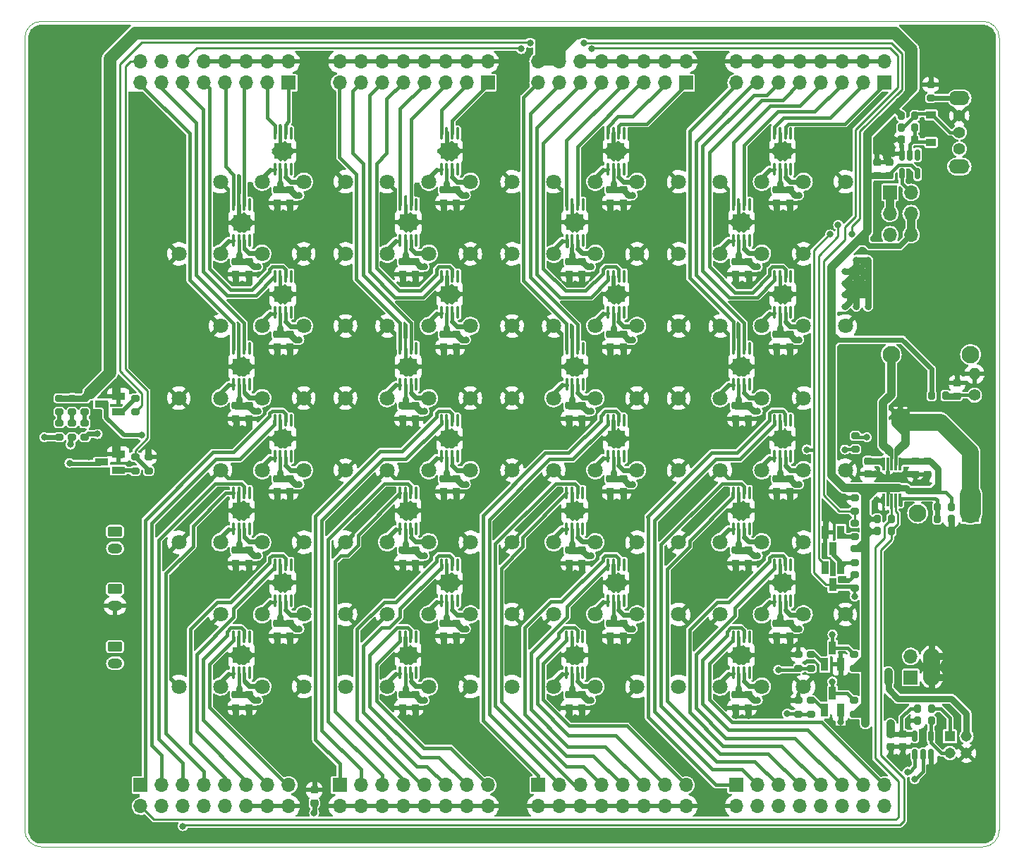
<source format=gtl>
G04 #@! TF.GenerationSoftware,KiCad,Pcbnew,(6.0.11)*
G04 #@! TF.CreationDate,2024-03-31T18:21:24-04:00*
G04 #@! TF.ProjectId,Ultrasonic Sound Steering - Driver Rev. C,556c7472-6173-46f6-9e69-6320536f756e,rev?*
G04 #@! TF.SameCoordinates,Original*
G04 #@! TF.FileFunction,Copper,L1,Top*
G04 #@! TF.FilePolarity,Positive*
%FSLAX46Y46*%
G04 Gerber Fmt 4.6, Leading zero omitted, Abs format (unit mm)*
G04 Created by KiCad (PCBNEW (6.0.11)) date 2024-03-31 18:21:24*
%MOMM*%
%LPD*%
G01*
G04 APERTURE LIST*
G04 Aperture macros list*
%AMRoundRect*
0 Rectangle with rounded corners*
0 $1 Rounding radius*
0 $2 $3 $4 $5 $6 $7 $8 $9 X,Y pos of 4 corners*
0 Add a 4 corners polygon primitive as box body*
4,1,4,$2,$3,$4,$5,$6,$7,$8,$9,$2,$3,0*
0 Add four circle primitives for the rounded corners*
1,1,$1+$1,$2,$3*
1,1,$1+$1,$4,$5*
1,1,$1+$1,$6,$7*
1,1,$1+$1,$8,$9*
0 Add four rect primitives between the rounded corners*
20,1,$1+$1,$2,$3,$4,$5,0*
20,1,$1+$1,$4,$5,$6,$7,0*
20,1,$1+$1,$6,$7,$8,$9,0*
20,1,$1+$1,$8,$9,$2,$3,0*%
G04 Aperture macros list end*
G04 #@! TA.AperFunction,Profile*
%ADD10C,0.100000*%
G04 #@! TD*
G04 #@! TA.AperFunction,SMDPad,CuDef*
%ADD11RoundRect,0.100000X-0.100000X0.625000X-0.100000X-0.625000X0.100000X-0.625000X0.100000X0.625000X0*%
G04 #@! TD*
G04 #@! TA.AperFunction,ComponentPad*
%ADD12C,0.500000*%
G04 #@! TD*
G04 #@! TA.AperFunction,SMDPad,CuDef*
%ADD13R,2.150000X1.950000*%
G04 #@! TD*
G04 #@! TA.AperFunction,SMDPad,CuDef*
%ADD14RoundRect,0.225000X-0.250000X0.225000X-0.250000X-0.225000X0.250000X-0.225000X0.250000X0.225000X0*%
G04 #@! TD*
G04 #@! TA.AperFunction,SMDPad,CuDef*
%ADD15RoundRect,0.225000X0.250000X-0.225000X0.250000X0.225000X-0.250000X0.225000X-0.250000X-0.225000X0*%
G04 #@! TD*
G04 #@! TA.AperFunction,ComponentPad*
%ADD16R,1.700000X1.700000*%
G04 #@! TD*
G04 #@! TA.AperFunction,ComponentPad*
%ADD17O,1.700000X1.700000*%
G04 #@! TD*
G04 #@! TA.AperFunction,SMDPad,CuDef*
%ADD18RoundRect,0.200000X0.200000X0.275000X-0.200000X0.275000X-0.200000X-0.275000X0.200000X-0.275000X0*%
G04 #@! TD*
G04 #@! TA.AperFunction,SMDPad,CuDef*
%ADD19RoundRect,0.200000X-0.275000X0.200000X-0.275000X-0.200000X0.275000X-0.200000X0.275000X0.200000X0*%
G04 #@! TD*
G04 #@! TA.AperFunction,SMDPad,CuDef*
%ADD20R,1.600200X0.863600*%
G04 #@! TD*
G04 #@! TA.AperFunction,SMDPad,CuDef*
%ADD21RoundRect,0.200000X0.275000X-0.200000X0.275000X0.200000X-0.275000X0.200000X-0.275000X-0.200000X0*%
G04 #@! TD*
G04 #@! TA.AperFunction,SMDPad,CuDef*
%ADD22C,0.500000*%
G04 #@! TD*
G04 #@! TA.AperFunction,SMDPad,CuDef*
%ADD23R,0.863600X1.600200*%
G04 #@! TD*
G04 #@! TA.AperFunction,ComponentPad*
%ADD24C,4.700000*%
G04 #@! TD*
G04 #@! TA.AperFunction,ComponentPad*
%ADD25RoundRect,0.250000X-0.625000X0.350000X-0.625000X-0.350000X0.625000X-0.350000X0.625000X0.350000X0*%
G04 #@! TD*
G04 #@! TA.AperFunction,ComponentPad*
%ADD26O,1.750000X1.200000*%
G04 #@! TD*
G04 #@! TA.AperFunction,SMDPad,CuDef*
%ADD27RoundRect,0.200000X-0.200000X-0.275000X0.200000X-0.275000X0.200000X0.275000X-0.200000X0.275000X0*%
G04 #@! TD*
G04 #@! TA.AperFunction,ComponentPad*
%ADD28C,1.400000*%
G04 #@! TD*
G04 #@! TA.AperFunction,ComponentPad*
%ADD29O,2.500000X1.724000*%
G04 #@! TD*
G04 #@! TA.AperFunction,SMDPad,CuDef*
%ADD30R,1.200000X0.900000*%
G04 #@! TD*
G04 #@! TA.AperFunction,SMDPad,CuDef*
%ADD31RoundRect,0.150000X0.150000X-0.512500X0.150000X0.512500X-0.150000X0.512500X-0.150000X-0.512500X0*%
G04 #@! TD*
G04 #@! TA.AperFunction,SMDPad,CuDef*
%ADD32RoundRect,0.150000X-0.150000X0.512500X-0.150000X-0.512500X0.150000X-0.512500X0.150000X0.512500X0*%
G04 #@! TD*
G04 #@! TA.AperFunction,SMDPad,CuDef*
%ADD33R,0.330200X1.524000*%
G04 #@! TD*
G04 #@! TA.AperFunction,SMDPad,CuDef*
%ADD34RoundRect,0.225000X0.225000X0.250000X-0.225000X0.250000X-0.225000X-0.250000X0.225000X-0.250000X0*%
G04 #@! TD*
G04 #@! TA.AperFunction,ComponentPad*
%ADD35C,1.800000*%
G04 #@! TD*
G04 #@! TA.AperFunction,ComponentPad*
%ADD36R,1.308000X1.308000*%
G04 #@! TD*
G04 #@! TA.AperFunction,ComponentPad*
%ADD37C,1.308000*%
G04 #@! TD*
G04 #@! TA.AperFunction,ComponentPad*
%ADD38R,2.100000X2.100000*%
G04 #@! TD*
G04 #@! TA.AperFunction,ComponentPad*
%ADD39C,2.100000*%
G04 #@! TD*
G04 #@! TA.AperFunction,ComponentPad*
%ADD40C,0.499999*%
G04 #@! TD*
G04 #@! TA.AperFunction,ComponentPad*
%ADD41O,1.400000X1.400000*%
G04 #@! TD*
G04 #@! TA.AperFunction,ViaPad*
%ADD42C,0.800000*%
G04 #@! TD*
G04 #@! TA.AperFunction,ViaPad*
%ADD43C,0.600000*%
G04 #@! TD*
G04 #@! TA.AperFunction,Conductor*
%ADD44C,0.400000*%
G04 #@! TD*
G04 #@! TA.AperFunction,Conductor*
%ADD45C,0.600000*%
G04 #@! TD*
G04 #@! TA.AperFunction,Conductor*
%ADD46C,1.000000*%
G04 #@! TD*
G04 #@! TA.AperFunction,Conductor*
%ADD47C,0.800000*%
G04 #@! TD*
G04 #@! TA.AperFunction,Conductor*
%ADD48C,0.650000*%
G04 #@! TD*
G04 #@! TA.AperFunction,Conductor*
%ADD49C,1.200000*%
G04 #@! TD*
G04 #@! TA.AperFunction,Conductor*
%ADD50C,1.500000*%
G04 #@! TD*
G04 #@! TA.AperFunction,Conductor*
%ADD51C,0.300000*%
G04 #@! TD*
G04 #@! TA.AperFunction,Conductor*
%ADD52C,0.200000*%
G04 #@! TD*
G04 #@! TA.AperFunction,Conductor*
%ADD53C,0.325000*%
G04 #@! TD*
G04 #@! TA.AperFunction,Conductor*
%ADD54C,0.350000*%
G04 #@! TD*
G04 #@! TA.AperFunction,Conductor*
%ADD55C,0.500000*%
G04 #@! TD*
G04 #@! TA.AperFunction,Conductor*
%ADD56C,0.250000*%
G04 #@! TD*
G04 #@! TA.AperFunction,Conductor*
%ADD57C,2.000000*%
G04 #@! TD*
G04 #@! TA.AperFunction,Conductor*
%ADD58C,2.500000*%
G04 #@! TD*
G04 APERTURE END LIST*
D10*
X312719114Y-47450000D02*
X312714900Y-142595786D01*
X312719100Y-47450000D02*
G75*
G03*
X310719114Y-45450000I-2000000J0D01*
G01*
X195723314Y-142595786D02*
G75*
G03*
X197723328Y-144595786I1999986J-14D01*
G01*
X195723328Y-142595786D02*
X195723328Y-47454213D01*
X197723328Y-45454213D02*
X310719114Y-45450000D01*
X310714900Y-144595786D02*
X197723328Y-144595786D01*
X310714900Y-144595800D02*
G75*
G03*
X312714900Y-142595786I0J2000000D01*
G01*
X197723328Y-45454228D02*
G75*
G03*
X195723328Y-47454213I-28J-1999972D01*
G01*
G36*
X301670000Y-94680000D02*
G01*
X301170000Y-94680000D01*
X301170000Y-93680000D01*
X301670000Y-93680000D01*
X301670000Y-94680000D01*
G37*
G36*
X302420000Y-93930000D02*
G01*
X301420000Y-93930000D01*
X301420000Y-93430000D01*
X302420000Y-93430000D01*
X302420000Y-93930000D01*
G37*
D11*
X287675000Y-58900000D03*
X287025000Y-58900000D03*
X286375000Y-58900000D03*
X285725000Y-58900000D03*
X285725000Y-63200000D03*
X286375000Y-63200000D03*
X287025000Y-63200000D03*
X287675000Y-63200000D03*
D12*
X286050000Y-61600000D03*
D13*
X286700000Y-61050000D03*
D12*
X287350000Y-60500000D03*
X286050000Y-60500000D03*
X287350000Y-61600000D03*
D14*
X221050000Y-74275000D03*
X221050000Y-75825000D03*
X282600000Y-126325000D03*
X282600000Y-127875000D03*
D15*
X302620000Y-99845000D03*
X302620000Y-98295000D03*
D14*
X222600000Y-91625000D03*
X222600000Y-93175000D03*
D16*
X302090000Y-124255000D03*
D17*
X302090000Y-121715000D03*
X304630000Y-124255000D03*
X304630000Y-121715000D03*
D18*
X304570000Y-129455000D03*
X302920000Y-129455000D03*
D14*
X262600000Y-126325000D03*
X262600000Y-127875000D03*
D19*
X295330000Y-111880000D03*
X295330000Y-113530000D03*
D14*
X286000000Y-65700000D03*
X286000000Y-67250000D03*
X227550000Y-100400000D03*
X227550000Y-101950000D03*
D20*
X206954834Y-99350000D03*
X206954834Y-97449998D03*
X204943834Y-98399999D03*
D14*
X281050000Y-74275000D03*
X281050000Y-75825000D03*
X242600000Y-108975000D03*
X242600000Y-110525000D03*
D11*
X262712020Y-102074487D03*
X262062020Y-102074487D03*
X261412020Y-102074487D03*
X260762020Y-102074487D03*
X260762020Y-106374487D03*
X261412020Y-106374487D03*
X262062020Y-106374487D03*
X262712020Y-106374487D03*
D13*
X261737020Y-104224487D03*
D12*
X262387020Y-103674487D03*
X261087020Y-103674487D03*
X262387020Y-104774487D03*
X261087020Y-104774487D03*
D14*
X247550000Y-100400000D03*
X247550000Y-101950000D03*
D20*
X206955250Y-92350252D03*
X206955250Y-90450250D03*
X204944250Y-91400251D03*
D18*
X306255000Y-90410000D03*
X304605000Y-90410000D03*
D21*
X290090000Y-128650000D03*
X290090000Y-127000000D03*
D14*
X262600000Y-91625000D03*
X262600000Y-93175000D03*
X267550000Y-83050000D03*
X267550000Y-84600000D03*
X282600000Y-91625000D03*
X282600000Y-93175000D03*
D22*
X301420000Y-94680000D03*
X301420000Y-93680000D03*
D11*
X247677020Y-93391028D03*
X247027020Y-93391028D03*
X246377020Y-93391028D03*
X245727020Y-93391028D03*
X245727020Y-97691028D03*
X246377020Y-97691028D03*
X247027020Y-97691028D03*
X247677020Y-97691028D03*
D13*
X246702020Y-95541028D03*
D12*
X246052020Y-96091028D03*
X247352020Y-96091028D03*
X246052020Y-94991028D03*
X247352020Y-94991028D03*
D11*
X242712020Y-119394995D03*
X242062020Y-119394995D03*
X241412020Y-119394995D03*
X240762020Y-119394995D03*
X240762020Y-123694995D03*
X241412020Y-123694995D03*
X242062020Y-123694995D03*
X242712020Y-123694995D03*
D12*
X242387020Y-120994995D03*
X242387020Y-122094995D03*
X241087020Y-120994995D03*
D13*
X241737020Y-121544995D03*
D12*
X241087020Y-122094995D03*
D23*
X291740000Y-122695500D03*
X293640002Y-122695500D03*
X292690001Y-120684500D03*
D15*
X307640000Y-90445000D03*
X307640000Y-88895000D03*
D24*
X200250114Y-140100000D03*
D19*
X202932832Y-90713004D03*
X202932832Y-92363004D03*
D15*
X299550000Y-63965000D03*
X299550000Y-62415000D03*
D23*
X293680001Y-106796000D03*
X291779999Y-106796000D03*
X292730000Y-108807000D03*
D14*
X296975000Y-98275000D03*
X296975000Y-99825000D03*
X226000000Y-83050000D03*
X226000000Y-84600000D03*
X287550000Y-83050000D03*
X287550000Y-84600000D03*
D11*
X242730000Y-67449459D03*
X242080000Y-67449459D03*
X241430000Y-67449459D03*
X240780000Y-67449459D03*
X240780000Y-71749459D03*
X241430000Y-71749459D03*
X242080000Y-71749459D03*
X242730000Y-71749459D03*
D12*
X242405000Y-69049459D03*
X242405000Y-70149459D03*
X241105000Y-69049459D03*
D13*
X241755000Y-69599459D03*
D12*
X241105000Y-70149459D03*
D14*
X299650000Y-131055000D03*
X299650000Y-132605000D03*
D11*
X262712020Y-119394995D03*
X262062020Y-119394995D03*
X261412020Y-119394995D03*
X260762020Y-119394995D03*
X260762020Y-123694995D03*
X261412020Y-123694995D03*
X262062020Y-123694995D03*
X262712020Y-123694995D03*
D13*
X261737020Y-121544995D03*
D12*
X261087020Y-120994995D03*
X262387020Y-122094995D03*
X261087020Y-122094995D03*
X262387020Y-120994995D03*
D14*
X226000000Y-65700000D03*
X226000000Y-67250000D03*
X222600000Y-108975000D03*
X222600000Y-110525000D03*
X226000000Y-117750000D03*
X226000000Y-119300000D03*
X221050000Y-126325000D03*
X221050000Y-127875000D03*
X261050000Y-91625000D03*
X261050000Y-93175000D03*
D25*
X206560000Y-113635000D03*
D26*
X206560000Y-115635000D03*
D14*
X241050000Y-126325000D03*
X241050000Y-127875000D03*
D27*
X298085000Y-105210000D03*
X299735000Y-105210000D03*
D14*
X266000000Y-117750000D03*
X266000000Y-119300000D03*
D19*
X304480000Y-53030000D03*
X304480000Y-54680000D03*
D14*
X286000000Y-83050000D03*
X286000000Y-84600000D03*
D22*
X302420000Y-93680000D03*
X301420000Y-93680000D03*
D28*
X307920000Y-56790000D03*
X307920000Y-58790000D03*
X307920000Y-60790000D03*
D29*
X307920000Y-62890000D03*
X307920000Y-54690000D03*
D24*
X308250089Y-49950000D03*
D16*
X227405000Y-52840000D03*
D17*
X227405000Y-50300000D03*
X224865000Y-52840000D03*
X224865000Y-50300000D03*
X222325000Y-52840000D03*
X222325000Y-50300000D03*
X219785000Y-52840000D03*
X219785000Y-50300000D03*
X217245000Y-52840000D03*
X217245000Y-50300000D03*
X214705000Y-52840000D03*
X214705000Y-50300000D03*
X212165000Y-52840000D03*
X212165000Y-50300000D03*
X209625000Y-52840000D03*
X209625000Y-50300000D03*
D21*
X208999750Y-92375251D03*
X208999750Y-90725251D03*
D11*
X247675000Y-58900000D03*
X247025000Y-58900000D03*
X246375000Y-58900000D03*
X245725000Y-58900000D03*
X245725000Y-63200000D03*
X246375000Y-63200000D03*
X247025000Y-63200000D03*
X247675000Y-63200000D03*
D13*
X246700000Y-61050000D03*
D12*
X247350000Y-60500000D03*
X246050000Y-60500000D03*
X247350000Y-61600000D03*
X246050000Y-61600000D03*
D16*
X299590000Y-66000000D03*
D17*
X302130000Y-66000000D03*
X299590000Y-68540000D03*
X302130000Y-68540000D03*
X299590000Y-71080000D03*
X302130000Y-71080000D03*
D14*
X261050000Y-108975000D03*
X261050000Y-110525000D03*
D25*
X206560000Y-120540000D03*
D26*
X206560000Y-122540000D03*
D11*
X267675000Y-58900000D03*
X267025000Y-58900000D03*
X266375000Y-58900000D03*
X265725000Y-58900000D03*
X265725000Y-63200000D03*
X266375000Y-63200000D03*
X267025000Y-63200000D03*
X267675000Y-63200000D03*
D12*
X267350000Y-61600000D03*
X266050000Y-61600000D03*
D13*
X266700000Y-61050000D03*
D12*
X266050000Y-60500000D03*
X267350000Y-60500000D03*
D14*
X266000000Y-65700000D03*
X266000000Y-67250000D03*
X281050000Y-108975000D03*
X281050000Y-110525000D03*
D11*
X282730000Y-84756508D03*
X282080000Y-84756508D03*
X281430000Y-84756508D03*
X280780000Y-84756508D03*
X280780000Y-89056508D03*
X281430000Y-89056508D03*
X282080000Y-89056508D03*
X282730000Y-89056508D03*
D12*
X281105000Y-86356508D03*
X282405000Y-86356508D03*
D13*
X281755000Y-86906508D03*
D12*
X281105000Y-87456508D03*
X282405000Y-87456508D03*
D14*
X246000000Y-65700000D03*
X246000000Y-67250000D03*
D11*
X247693274Y-76070681D03*
X247043274Y-76070681D03*
X246393274Y-76070681D03*
X245743274Y-76070681D03*
X245743274Y-80370681D03*
X246393274Y-80370681D03*
X247043274Y-80370681D03*
X247693274Y-80370681D03*
D12*
X247368274Y-77670681D03*
X247368274Y-78770681D03*
X246068274Y-77670681D03*
D13*
X246718274Y-78220681D03*
D12*
X246068274Y-78770681D03*
D14*
X261050000Y-74275000D03*
X261050000Y-75825000D03*
X287550000Y-100400000D03*
X287550000Y-101950000D03*
D16*
X298905000Y-52840000D03*
D17*
X298905000Y-50300000D03*
X296365000Y-52840000D03*
X296365000Y-50300000D03*
X293825000Y-52840000D03*
X293825000Y-50300000D03*
X291285000Y-52840000D03*
X291285000Y-50300000D03*
X288745000Y-52840000D03*
X288745000Y-50300000D03*
X286205000Y-52840000D03*
X286205000Y-50300000D03*
X283665000Y-52840000D03*
X283665000Y-50300000D03*
X281125000Y-52840000D03*
X281125000Y-50300000D03*
D11*
X247677020Y-110711536D03*
X247027020Y-110711536D03*
X246377020Y-110711536D03*
X245727020Y-110711536D03*
X245727020Y-115011536D03*
X246377020Y-115011536D03*
X247027020Y-115011536D03*
X247677020Y-115011536D03*
D12*
X246052020Y-113411536D03*
X247352020Y-112311536D03*
X247352020Y-113411536D03*
D13*
X246702020Y-112861536D03*
D12*
X246052020Y-112311536D03*
D14*
X266000000Y-100400000D03*
X266000000Y-101950000D03*
D19*
X199880000Y-93730000D03*
X199880000Y-95380000D03*
D16*
X233517500Y-137160000D03*
D17*
X233517500Y-139700000D03*
X236057500Y-137160000D03*
X236057500Y-139700000D03*
X238597500Y-137160000D03*
X238597500Y-139700000D03*
X241137500Y-137160000D03*
X241137500Y-139700000D03*
X243677500Y-137160000D03*
X243677500Y-139700000D03*
X246217500Y-137160000D03*
X246217500Y-139700000D03*
X248757500Y-137160000D03*
X248757500Y-139700000D03*
X251297500Y-137160000D03*
X251297500Y-139700000D03*
D14*
X301110000Y-131055000D03*
X301110000Y-132605000D03*
D30*
X304512500Y-60007500D03*
X304512500Y-56707500D03*
D15*
X304080000Y-99845000D03*
X304080000Y-98295000D03*
D14*
X242600000Y-74275000D03*
X242600000Y-75825000D03*
D11*
X242712020Y-102074487D03*
X242062020Y-102074487D03*
X241412020Y-102074487D03*
X240762020Y-102074487D03*
X240762020Y-106374487D03*
X241412020Y-106374487D03*
X242062020Y-106374487D03*
X242712020Y-106374487D03*
D12*
X241087020Y-104774487D03*
X241087020Y-103674487D03*
D13*
X241737020Y-104224487D03*
D12*
X242387020Y-103674487D03*
X242387020Y-104774487D03*
D16*
X281125000Y-137160000D03*
D17*
X281125000Y-139700000D03*
X283665000Y-137160000D03*
X283665000Y-139700000D03*
X286205000Y-137160000D03*
X286205000Y-139700000D03*
X288745000Y-137160000D03*
X288745000Y-139700000D03*
X291285000Y-137160000D03*
X291285000Y-139700000D03*
X293825000Y-137160000D03*
X293825000Y-139700000D03*
X296365000Y-137160000D03*
X296365000Y-139700000D03*
X298905000Y-137160000D03*
X298905000Y-139700000D03*
D11*
X267677020Y-110711536D03*
X267027020Y-110711536D03*
X266377020Y-110711536D03*
X265727020Y-110711536D03*
X265727020Y-115011536D03*
X266377020Y-115011536D03*
X267027020Y-115011536D03*
X267677020Y-115011536D03*
D12*
X266052020Y-113411536D03*
X267352020Y-113411536D03*
D13*
X266702020Y-112861536D03*
D12*
X267352020Y-112311536D03*
X266052020Y-112311536D03*
D14*
X267550000Y-100400000D03*
X267550000Y-101950000D03*
D19*
X201410000Y-93725000D03*
X201410000Y-95375000D03*
D27*
X300937500Y-56757500D03*
X302587500Y-56757500D03*
D14*
X221050000Y-91625000D03*
X221050000Y-93175000D03*
D15*
X230470000Y-139305000D03*
X230470000Y-137755000D03*
D11*
X222712020Y-84753979D03*
X222062020Y-84753979D03*
X221412020Y-84753979D03*
X220762020Y-84753979D03*
X220762020Y-89053979D03*
X221412020Y-89053979D03*
X222062020Y-89053979D03*
X222712020Y-89053979D03*
D12*
X221087020Y-87453979D03*
X222387020Y-87453979D03*
D13*
X221737020Y-86903979D03*
D12*
X222387020Y-86353979D03*
X221087020Y-86353979D03*
D21*
X295280000Y-128640000D03*
X295280000Y-126990000D03*
D19*
X288630000Y-121490500D03*
X288630000Y-123140500D03*
D14*
X227550000Y-65700000D03*
X227550000Y-67250000D03*
D21*
X290090000Y-123140500D03*
X290090000Y-121490500D03*
D14*
X242600000Y-91625000D03*
X242600000Y-93175000D03*
X261050000Y-126325000D03*
X261050000Y-127875000D03*
D31*
X302590000Y-133537500D03*
X303540000Y-133537500D03*
X304490000Y-133537500D03*
X304490000Y-131262500D03*
X302590000Y-131262500D03*
D11*
X267677020Y-93391028D03*
X267027020Y-93391028D03*
X266377020Y-93391028D03*
X265727020Y-93391028D03*
X265727020Y-97691028D03*
X266377020Y-97691028D03*
X267027020Y-97691028D03*
X267677020Y-97691028D03*
D12*
X266052020Y-96091028D03*
D13*
X266702020Y-95541028D03*
D12*
X267352020Y-96091028D03*
X266052020Y-94991028D03*
X267352020Y-94991028D03*
D11*
X287677020Y-93391028D03*
X287027020Y-93391028D03*
X286377020Y-93391028D03*
X285727020Y-93391028D03*
X285727020Y-97691028D03*
X286377020Y-97691028D03*
X287027020Y-97691028D03*
X287677020Y-97691028D03*
D12*
X286052020Y-94991028D03*
X287352020Y-96091028D03*
D13*
X286702020Y-95541028D03*
D12*
X286052020Y-96091028D03*
X287352020Y-94991028D03*
D11*
X227677020Y-110711536D03*
X227027020Y-110711536D03*
X226377020Y-110711536D03*
X225727020Y-110711536D03*
X225727020Y-115011536D03*
X226377020Y-115011536D03*
X227027020Y-115011536D03*
X227677020Y-115011536D03*
D12*
X226052020Y-113411536D03*
X227352020Y-113411536D03*
X226052020Y-112311536D03*
X227352020Y-112311536D03*
D13*
X226702020Y-112861536D03*
D19*
X210577750Y-97774999D03*
X210577750Y-99424999D03*
X201410000Y-90705000D03*
X201410000Y-92355000D03*
D11*
X222730000Y-67466000D03*
X222080000Y-67466000D03*
X221430000Y-67466000D03*
X220780000Y-67466000D03*
X220780000Y-71766000D03*
X221430000Y-71766000D03*
X222080000Y-71766000D03*
X222730000Y-71766000D03*
D12*
X221105000Y-69066000D03*
D13*
X221755000Y-69616000D03*
D12*
X222405000Y-70166000D03*
X222405000Y-69066000D03*
X221105000Y-70166000D03*
D14*
X286000000Y-100400000D03*
X286000000Y-101950000D03*
D27*
X300940000Y-58217500D03*
X302590000Y-58217500D03*
D32*
X302917500Y-61487500D03*
X301967500Y-61487500D03*
X301017500Y-61487500D03*
X301017500Y-63762500D03*
X302917500Y-63762500D03*
D23*
X293680001Y-111074500D03*
X291779999Y-111074500D03*
X292730000Y-113085500D03*
D14*
X262600000Y-74275000D03*
X262600000Y-75825000D03*
D11*
X287695000Y-76073049D03*
X287045000Y-76073049D03*
X286395000Y-76073049D03*
X285745000Y-76073049D03*
X285745000Y-80373049D03*
X286395000Y-80373049D03*
X287045000Y-80373049D03*
X287695000Y-80373049D03*
D12*
X287370000Y-77673049D03*
D13*
X286720000Y-78223049D03*
D12*
X286070000Y-77673049D03*
X286070000Y-78773049D03*
X287370000Y-78773049D03*
D14*
X222600000Y-74275000D03*
X222600000Y-75825000D03*
D11*
X227677020Y-76070520D03*
X227027020Y-76070520D03*
X226377020Y-76070520D03*
X225727020Y-76070520D03*
X225727020Y-80370520D03*
X226377020Y-80370520D03*
X227027020Y-80370520D03*
X227677020Y-80370520D03*
D12*
X226052020Y-77670520D03*
X226052020Y-78770520D03*
X227352020Y-78770520D03*
X227352020Y-77670520D03*
D13*
X226702020Y-78220520D03*
D14*
X267550000Y-65700000D03*
X267550000Y-67250000D03*
X227550000Y-117750000D03*
X227550000Y-119300000D03*
X281050000Y-91625000D03*
X281050000Y-93175000D03*
D11*
X262728274Y-84754140D03*
X262078274Y-84754140D03*
X261428274Y-84754140D03*
X260778274Y-84754140D03*
X260778274Y-89054140D03*
X261428274Y-89054140D03*
X262078274Y-89054140D03*
X262728274Y-89054140D03*
D12*
X262403274Y-86354140D03*
X262403274Y-87454140D03*
X261103274Y-86354140D03*
X261103274Y-87454140D03*
D13*
X261753274Y-86904140D03*
D11*
X282730000Y-67449459D03*
X282080000Y-67449459D03*
X281430000Y-67449459D03*
X280780000Y-67449459D03*
X280780000Y-71749459D03*
X281430000Y-71749459D03*
X282080000Y-71749459D03*
X282730000Y-71749459D03*
D12*
X281105000Y-69049459D03*
D13*
X281755000Y-69599459D03*
D12*
X281105000Y-70149459D03*
X282405000Y-70149459D03*
X282405000Y-69049459D03*
D14*
X227550000Y-83050000D03*
X227550000Y-84600000D03*
D21*
X295330000Y-110426500D03*
X295330000Y-108776500D03*
D11*
X222712020Y-119394995D03*
X222062020Y-119394995D03*
X221412020Y-119394995D03*
X220762020Y-119394995D03*
X220762020Y-123694995D03*
X221412020Y-123694995D03*
X222062020Y-123694995D03*
X222712020Y-123694995D03*
D13*
X221737020Y-121544995D03*
D12*
X221087020Y-122094995D03*
X222387020Y-120994995D03*
X221087020Y-120994995D03*
X222387020Y-122094995D03*
D14*
X282600000Y-108975000D03*
X282600000Y-110525000D03*
D19*
X288620000Y-127000000D03*
X288620000Y-128650000D03*
D14*
X281050000Y-126325000D03*
X281050000Y-127875000D03*
X287550000Y-65700000D03*
X287550000Y-67250000D03*
D33*
X300800001Y-98628300D03*
X300299999Y-98628300D03*
X299800000Y-98628300D03*
X299300001Y-98628300D03*
X298799999Y-98628300D03*
X298799999Y-102971700D03*
X299300001Y-102971700D03*
X299800000Y-102971700D03*
X300299999Y-102971700D03*
X300800001Y-102971700D03*
D14*
X247550000Y-65700000D03*
X247550000Y-67250000D03*
D11*
X287677020Y-110711536D03*
X287027020Y-110711536D03*
X286377020Y-110711536D03*
X285727020Y-110711536D03*
X285727020Y-115011536D03*
X286377020Y-115011536D03*
X287027020Y-115011536D03*
X287677020Y-115011536D03*
D12*
X287352020Y-112311536D03*
X287352020Y-113411536D03*
X286052020Y-112311536D03*
X286052020Y-113411536D03*
D13*
X286702020Y-112861536D03*
D14*
X266000000Y-83050000D03*
X266000000Y-84600000D03*
D15*
X298090000Y-63965000D03*
X298090000Y-62415000D03*
D11*
X227675000Y-58900000D03*
X227025000Y-58900000D03*
X226375000Y-58900000D03*
X225725000Y-58900000D03*
X225725000Y-63200000D03*
X226375000Y-63200000D03*
X227025000Y-63200000D03*
X227675000Y-63200000D03*
D12*
X226050000Y-61600000D03*
D13*
X226700000Y-61050000D03*
D12*
X226050000Y-60500000D03*
X227350000Y-61600000D03*
X227350000Y-60500000D03*
D14*
X246000000Y-117750000D03*
X246000000Y-119300000D03*
D18*
X306935000Y-103752000D03*
X305285000Y-103752000D03*
D19*
X295330000Y-102645000D03*
X295330000Y-104295000D03*
X295460000Y-95210000D03*
X295460000Y-96860000D03*
D14*
X221050000Y-108975000D03*
X221050000Y-110525000D03*
X241050000Y-108975000D03*
X241050000Y-110525000D03*
X247550000Y-117750000D03*
X247550000Y-119300000D03*
D24*
X308250072Y-140100000D03*
D16*
X251297500Y-52840000D03*
D17*
X251297500Y-50300000D03*
X248757500Y-52840000D03*
X248757500Y-50300000D03*
X246217500Y-52840000D03*
X246217500Y-50300000D03*
X243677500Y-52840000D03*
X243677500Y-50300000D03*
X241137500Y-52840000D03*
X241137500Y-50300000D03*
X238597500Y-52840000D03*
X238597500Y-50300000D03*
X236057500Y-52840000D03*
X236057500Y-50300000D03*
X233517500Y-52840000D03*
X233517500Y-50300000D03*
D14*
X262600000Y-108975000D03*
X262600000Y-110525000D03*
X241050000Y-91625000D03*
X241050000Y-93175000D03*
D11*
X227677020Y-93391028D03*
X227027020Y-93391028D03*
X226377020Y-93391028D03*
X225727020Y-93391028D03*
X225727020Y-97691028D03*
X226377020Y-97691028D03*
X227027020Y-97691028D03*
X227677020Y-97691028D03*
D12*
X226052020Y-96091028D03*
D13*
X226702020Y-95541028D03*
D12*
X226052020Y-94991028D03*
X227352020Y-94991028D03*
X227352020Y-96091028D03*
D23*
X291729999Y-128180500D03*
X293630001Y-128180500D03*
X292680000Y-126169500D03*
D24*
X200250077Y-49950000D03*
D14*
X246000000Y-100400000D03*
X246000000Y-101950000D03*
X282600000Y-74275000D03*
X282600000Y-75825000D03*
D19*
X208972250Y-97774999D03*
X208972250Y-99424999D03*
D21*
X199882832Y-92363004D03*
X199882832Y-90713004D03*
D11*
X282712020Y-119394995D03*
X282062020Y-119394995D03*
X281412020Y-119394995D03*
X280762020Y-119394995D03*
X280762020Y-123694995D03*
X281412020Y-123694995D03*
X282062020Y-123694995D03*
X282712020Y-123694995D03*
D12*
X282387020Y-122094995D03*
X282387020Y-120994995D03*
X281087020Y-120994995D03*
X281087020Y-122094995D03*
D13*
X281737020Y-121544995D03*
D18*
X306935000Y-105209500D03*
X305285000Y-105209500D03*
D16*
X275120000Y-52840000D03*
D17*
X275120000Y-50300000D03*
X272580000Y-52840000D03*
X272580000Y-50300000D03*
X270040000Y-52840000D03*
X270040000Y-50300000D03*
X267500000Y-52840000D03*
X267500000Y-50300000D03*
X264960000Y-52840000D03*
X264960000Y-50300000D03*
X262420000Y-52840000D03*
X262420000Y-50300000D03*
X259880000Y-52840000D03*
X259880000Y-50300000D03*
X257340000Y-52840000D03*
X257340000Y-50300000D03*
D14*
X241050000Y-74275000D03*
X241050000Y-75825000D03*
X286000000Y-117750000D03*
X286000000Y-119300000D03*
D16*
X209625000Y-137160000D03*
D17*
X209625000Y-139700000D03*
X212165000Y-137160000D03*
X212165000Y-139700000D03*
X214705000Y-137160000D03*
X214705000Y-139700000D03*
X217245000Y-137160000D03*
X217245000Y-139700000D03*
X219785000Y-137160000D03*
X219785000Y-139700000D03*
X222325000Y-137160000D03*
X222325000Y-139700000D03*
X224865000Y-137160000D03*
X224865000Y-139700000D03*
X227405000Y-137160000D03*
X227405000Y-139700000D03*
D27*
X298085000Y-106670000D03*
X299735000Y-106670000D03*
D14*
X287550000Y-117750000D03*
X287550000Y-119300000D03*
D16*
X257340000Y-137160000D03*
D17*
X257340000Y-139700000D03*
X259880000Y-137160000D03*
X259880000Y-139700000D03*
X262420000Y-137160000D03*
X262420000Y-139700000D03*
X264960000Y-137160000D03*
X264960000Y-139700000D03*
X267500000Y-137160000D03*
X267500000Y-139700000D03*
X270040000Y-137160000D03*
X270040000Y-139700000D03*
X272580000Y-137160000D03*
X272580000Y-139700000D03*
X275120000Y-137160000D03*
X275120000Y-139700000D03*
D14*
X246000000Y-83050000D03*
X246000000Y-84600000D03*
D19*
X202940000Y-93735000D03*
X202940000Y-95385000D03*
D11*
X242728274Y-84754140D03*
X242078274Y-84754140D03*
X241428274Y-84754140D03*
X240778274Y-84754140D03*
X240778274Y-89054140D03*
X241428274Y-89054140D03*
X242078274Y-89054140D03*
X242728274Y-89054140D03*
D13*
X241753274Y-86904140D03*
D12*
X241103274Y-87454140D03*
X242403274Y-87454140D03*
X242403274Y-86354140D03*
X241103274Y-86354140D03*
D11*
X222712020Y-102074487D03*
X222062020Y-102074487D03*
X221412020Y-102074487D03*
X220762020Y-102074487D03*
X220762020Y-106374487D03*
X221412020Y-106374487D03*
X222062020Y-106374487D03*
X222712020Y-106374487D03*
D12*
X222387020Y-103674487D03*
X221087020Y-103674487D03*
D13*
X221737020Y-104224487D03*
D12*
X221087020Y-104774487D03*
X222387020Y-104774487D03*
D25*
X206560000Y-106735000D03*
D26*
X206560000Y-108735000D03*
D11*
X262730000Y-67449459D03*
X262080000Y-67449459D03*
X261430000Y-67449459D03*
X260780000Y-67449459D03*
X260780000Y-71749459D03*
X261430000Y-71749459D03*
X262080000Y-71749459D03*
X262730000Y-71749459D03*
D12*
X261105000Y-70149459D03*
D13*
X261755000Y-69599459D03*
D12*
X262405000Y-69049459D03*
X262405000Y-70149459D03*
X261105000Y-69049459D03*
D14*
X242600000Y-126325000D03*
X242600000Y-127875000D03*
D11*
X267693274Y-76070681D03*
X267043274Y-76070681D03*
X266393274Y-76070681D03*
X265743274Y-76070681D03*
X265743274Y-80370681D03*
X266393274Y-80370681D03*
X267043274Y-80370681D03*
X267693274Y-80370681D03*
D12*
X266068274Y-77670681D03*
X267368274Y-78770681D03*
X266068274Y-78770681D03*
X267368274Y-77670681D03*
D13*
X266718274Y-78220681D03*
D14*
X267550000Y-117750000D03*
X267550000Y-119300000D03*
D11*
X282712020Y-102074487D03*
X282062020Y-102074487D03*
X281412020Y-102074487D03*
X280762020Y-102074487D03*
X280762020Y-106374487D03*
X281412020Y-106374487D03*
X282062020Y-106374487D03*
X282712020Y-106374487D03*
D12*
X281087020Y-103674487D03*
X282387020Y-104774487D03*
D13*
X281737020Y-104224487D03*
D12*
X282387020Y-103674487D03*
X281087020Y-104774487D03*
D27*
X302920000Y-127990000D03*
X304570000Y-127990000D03*
D14*
X226000000Y-100400000D03*
X226000000Y-101950000D03*
X222600000Y-126325000D03*
X222600000Y-127875000D03*
D34*
X302537500Y-59675000D03*
X300987500Y-59675000D03*
D14*
X247550000Y-83050000D03*
X247550000Y-84600000D03*
D21*
X295300001Y-123149500D03*
X295300001Y-121499500D03*
D19*
X295330000Y-105705000D03*
X295330000Y-107355000D03*
D35*
X239220000Y-90702549D03*
X234220000Y-90702549D03*
X289220000Y-82042295D03*
X294220000Y-82042295D03*
X269220000Y-99354721D03*
X274220000Y-99354721D03*
X279220000Y-125335483D03*
X274220000Y-125335483D03*
X284220000Y-99354721D03*
X279220000Y-99354721D03*
X284220000Y-73382041D03*
X289220000Y-73382041D03*
D36*
X306775000Y-131320000D03*
D37*
X306775000Y-133320000D03*
X308775000Y-131320000D03*
X308775000Y-133320000D03*
D35*
X229220000Y-99354721D03*
X234220000Y-99354721D03*
X264220000Y-73382041D03*
X269220000Y-73382041D03*
X249220000Y-99354721D03*
X254220000Y-99354721D03*
D38*
X309260000Y-104530000D03*
D39*
X302920000Y-104530000D03*
X299740000Y-85470000D03*
X309260000Y-85470000D03*
D35*
X239220000Y-125335483D03*
X234220000Y-125335483D03*
X229220000Y-82042295D03*
X234220000Y-82042295D03*
X264220000Y-82042295D03*
X259220000Y-82042295D03*
X284220000Y-108014975D03*
X289220000Y-108014975D03*
X264220000Y-90702549D03*
X269220000Y-90702549D03*
X269220000Y-82042295D03*
X274220000Y-82042295D03*
X224220000Y-125335483D03*
X229220000Y-125335483D03*
X229220000Y-64721787D03*
X234220000Y-64721787D03*
X279220000Y-108014975D03*
X274220000Y-108014975D03*
X284210000Y-125328500D03*
X289210000Y-125328500D03*
X279220000Y-73382041D03*
X274220000Y-73382041D03*
X229220000Y-116675229D03*
X234220000Y-116675229D03*
X249220000Y-82042295D03*
X254220000Y-82042295D03*
X244220000Y-108014975D03*
X249220000Y-108014975D03*
X239220000Y-73382041D03*
X234220000Y-73382041D03*
X244220000Y-116675229D03*
X239220000Y-116675229D03*
X264220000Y-125335483D03*
X269220000Y-125335483D03*
X259220000Y-73382041D03*
X254220000Y-73382041D03*
X249220000Y-116675229D03*
X254220000Y-116675229D03*
X284220000Y-64721787D03*
X279220000Y-64721787D03*
X219220000Y-90702549D03*
X214220000Y-90702549D03*
D40*
X301424998Y-92500001D03*
X300245001Y-92500001D03*
X300245001Y-93679999D03*
X301424998Y-93679999D03*
X300835000Y-93090000D03*
D35*
X259220000Y-108014975D03*
X254220000Y-108014975D03*
X224220000Y-108014975D03*
X229220000Y-108014975D03*
X284220000Y-90702549D03*
X289220000Y-90702549D03*
X264220000Y-64721787D03*
X259220000Y-64721787D03*
X289220000Y-64721787D03*
X294220000Y-64721787D03*
X244220000Y-99354721D03*
X239220000Y-99354721D03*
X264220000Y-116675229D03*
X259220000Y-116675229D03*
X259220000Y-90702549D03*
X254220000Y-90702549D03*
X239220000Y-108014975D03*
X234220000Y-108014975D03*
X289220000Y-99354721D03*
X294220000Y-99354721D03*
X284220000Y-116675229D03*
X279220000Y-116675229D03*
X219220000Y-108014975D03*
X214220000Y-108014975D03*
X244220000Y-125335483D03*
X249220000Y-125335483D03*
X219220000Y-73382041D03*
X214220000Y-73382041D03*
X269220000Y-64721787D03*
X274220000Y-64721787D03*
X224220000Y-82042295D03*
X219220000Y-82042295D03*
X224220000Y-99354721D03*
X219220000Y-99354721D03*
X279220000Y-90702549D03*
X274220000Y-90702549D03*
X289220000Y-116675229D03*
X294220000Y-116675229D03*
X224220000Y-90702549D03*
X229220000Y-90702549D03*
X264220000Y-108014975D03*
X269220000Y-108014975D03*
X244220000Y-73382041D03*
X249220000Y-73382041D03*
X244220000Y-90702549D03*
X249220000Y-90702549D03*
X264220000Y-99354721D03*
X259220000Y-99354721D03*
X219220000Y-125335483D03*
X214220000Y-125335483D03*
D28*
X309740000Y-90350000D03*
D41*
X309740000Y-87810000D03*
D35*
X269220000Y-116675229D03*
X274220000Y-116675229D03*
X244220000Y-64721787D03*
X239220000Y-64721787D03*
X224220000Y-73382041D03*
X229220000Y-73382041D03*
X284220000Y-82042295D03*
X279220000Y-82042295D03*
X259220000Y-125335483D03*
X254220000Y-125335483D03*
X249220000Y-64721787D03*
X254220000Y-64721787D03*
X244220000Y-82042295D03*
X239220000Y-82042295D03*
X224220000Y-64721787D03*
X219220000Y-64721787D03*
X224220000Y-116675229D03*
X219220000Y-116675229D03*
D42*
X296660000Y-129790000D03*
X299650000Y-129800000D03*
X295540000Y-75510000D03*
X283712500Y-74937500D03*
X243712500Y-92287500D03*
X288675000Y-66337500D03*
X283712500Y-109637500D03*
X228675000Y-66350000D03*
X228675000Y-83687500D03*
X223712500Y-92287500D03*
X248675000Y-101037500D03*
X223712500Y-74937500D03*
X288675000Y-83687500D03*
X296940000Y-75510000D03*
X248675000Y-66337500D03*
X296940000Y-79710000D03*
X268675000Y-66337500D03*
X294140000Y-78310000D03*
X283712500Y-126987500D03*
X223712500Y-126987500D03*
X268675000Y-101037500D03*
X230460000Y-140500000D03*
X295540000Y-78310000D03*
X296940000Y-76910000D03*
X288675000Y-101062500D03*
X294140000Y-79710000D03*
X295540000Y-74110000D03*
X243712500Y-109637500D03*
X283712500Y-92287500D03*
X263712500Y-74937500D03*
X295540000Y-76910000D03*
X263712500Y-126987500D03*
X243712500Y-126987500D03*
X263712500Y-109637500D03*
X243712500Y-74912500D03*
X248675000Y-83687500D03*
X263712500Y-92287500D03*
X268675000Y-83687500D03*
X223712500Y-109612500D03*
X294140000Y-76910000D03*
X296940000Y-74110000D03*
X296940000Y-78310000D03*
X294140000Y-75510000D03*
X268675000Y-118412500D03*
X228675000Y-118412500D03*
X288675000Y-118387500D03*
X295540000Y-79710000D03*
X228675000Y-101037500D03*
X248675000Y-118412500D03*
X214705000Y-142095000D03*
X201225000Y-96275000D03*
X299390000Y-123590000D03*
X198066254Y-95378465D03*
X201093750Y-98493750D03*
X209750500Y-95150201D03*
D43*
X269540000Y-100770000D03*
D42*
X267550000Y-85612500D03*
D43*
X229540000Y-118110000D03*
X244590000Y-74730000D03*
D42*
X210547918Y-96725000D03*
D43*
X264590000Y-92070000D03*
D42*
X267550000Y-68262500D03*
X222600000Y-128850000D03*
X262600000Y-111500000D03*
X261025000Y-94175000D03*
X299320000Y-100210000D03*
D43*
X249540000Y-118110000D03*
D42*
X308020000Y-125739998D03*
X287520000Y-127000000D03*
D43*
X289540000Y-100770000D03*
D42*
X282600000Y-128850000D03*
D43*
X244590000Y-109410000D03*
D42*
X234230000Y-122650000D03*
D43*
X269540000Y-83430000D03*
D42*
X247550000Y-102962500D03*
X230469999Y-136495001D03*
X302095000Y-75470000D03*
X267550000Y-120337500D03*
X302646754Y-100830500D03*
X281025000Y-128875000D03*
X241025000Y-128875000D03*
X304480000Y-135110000D03*
X222600000Y-111500000D03*
X227550000Y-68275000D03*
X307580000Y-109140000D03*
D43*
X284590000Y-74730000D03*
D42*
X287550501Y-121490500D03*
X306550000Y-87490000D03*
X265975000Y-102987500D03*
D43*
X289540000Y-83430000D03*
D42*
X247550000Y-120337500D03*
D43*
X229540000Y-66090000D03*
D42*
X247550000Y-68262500D03*
X281025000Y-111525000D03*
D43*
X224590000Y-126750000D03*
D42*
X291961500Y-105345000D03*
X301590000Y-99790000D03*
D43*
X296634988Y-130798887D03*
X244590000Y-126750000D03*
D42*
X308210000Y-75510000D03*
X226000001Y-102962499D03*
X206550000Y-96300000D03*
X234250000Y-119270000D03*
D43*
X294441883Y-114559895D03*
D42*
X301110000Y-133520000D03*
D43*
X301914500Y-137100000D03*
D42*
X307727500Y-113300000D03*
D43*
X224590000Y-109410000D03*
D42*
X221025000Y-128875000D03*
X287550000Y-102987500D03*
X261025000Y-111525000D03*
X281075001Y-76799999D03*
D43*
X284590000Y-109410000D03*
D42*
X262600000Y-94150000D03*
X262625000Y-76800000D03*
D43*
X289540000Y-118110000D03*
D42*
X225975000Y-120362500D03*
D43*
X286140929Y-122431347D03*
X249540000Y-100770000D03*
D42*
X245975000Y-68287500D03*
D43*
X294196373Y-95980600D03*
D42*
X300529500Y-77714486D03*
X203400000Y-97725000D03*
X274210000Y-122570000D03*
X227550000Y-120337500D03*
D43*
X284590000Y-92070000D03*
X269540000Y-66090000D03*
D42*
X265975000Y-68287500D03*
X282600000Y-94150000D03*
X301790000Y-129490000D03*
X310100000Y-125795000D03*
D43*
X224590000Y-74730000D03*
D42*
X265975000Y-120362500D03*
D43*
X244590000Y-92070000D03*
D42*
X222625000Y-94150000D03*
X307580000Y-108170000D03*
X287550000Y-120312500D03*
X298980000Y-61210000D03*
X285975000Y-120337500D03*
X299660000Y-133550000D03*
X274230000Y-119190000D03*
X304035000Y-75460000D03*
X300510000Y-73395363D03*
X261025000Y-128875000D03*
D43*
X229560497Y-140500000D03*
D42*
X300067500Y-59650000D03*
X245975000Y-85637500D03*
X267550000Y-102962500D03*
X262600000Y-128850000D03*
D43*
X224590000Y-92070000D03*
X269540000Y-118110000D03*
X284590000Y-126750000D03*
X249540000Y-66090000D03*
D42*
X254250000Y-122510000D03*
X282625000Y-76825000D03*
D43*
X229540000Y-100770000D03*
D42*
X285975000Y-85637500D03*
X221025000Y-76825000D03*
X298000000Y-61202500D03*
X294224250Y-102640000D03*
X282600000Y-111500000D03*
X242600000Y-111500000D03*
X222600000Y-76800000D03*
X297850000Y-99830000D03*
D43*
X202124503Y-96275000D03*
D42*
X241025000Y-94175000D03*
D43*
X264590000Y-109410000D03*
D42*
X287550000Y-85612500D03*
X241025000Y-111525000D03*
X301120000Y-117600000D03*
X307590000Y-110110000D03*
X245975000Y-102987500D03*
D43*
X289600000Y-95980497D03*
D42*
X304470000Y-51960000D03*
X293347043Y-68908357D03*
X245975000Y-120362500D03*
X293647738Y-124156663D03*
D43*
X231359503Y-140500000D03*
D42*
X300820000Y-120100000D03*
X299340000Y-117600000D03*
X281025000Y-94175000D03*
D43*
X293589426Y-119058165D03*
D42*
X206550000Y-89350000D03*
X307717500Y-112330000D03*
X293930000Y-112474102D03*
X298000000Y-102950000D03*
X265975000Y-85637500D03*
X242600000Y-94150000D03*
D43*
X299661898Y-128800570D03*
D42*
X221050000Y-94175000D03*
X241050000Y-76825000D03*
X247550000Y-85612500D03*
X254270000Y-119130000D03*
X299960000Y-61400000D03*
X242600000Y-128850000D03*
D43*
X249540000Y-83430000D03*
D42*
X225975000Y-85637500D03*
X306935000Y-106227000D03*
X285975000Y-103012500D03*
X242625000Y-76800000D03*
X309180000Y-75500000D03*
X293630000Y-129620000D03*
D43*
X264590000Y-126750000D03*
D42*
X285975000Y-68287500D03*
X303065000Y-75460000D03*
D43*
X197167180Y-95406200D03*
D42*
X225975000Y-68300000D03*
X221025000Y-111525000D03*
X287550000Y-68262500D03*
D43*
X286901345Y-127755093D03*
D42*
X227550000Y-85612500D03*
D43*
X264590000Y-74730000D03*
D42*
X307727500Y-114270000D03*
X292355020Y-70050809D03*
X227550000Y-102962500D03*
D43*
X229540000Y-83430000D03*
X289540000Y-66090000D03*
D42*
X310150000Y-75500000D03*
X261050000Y-76825000D03*
X204459312Y-95009312D03*
X287260000Y-128580000D03*
X293370000Y-69910000D03*
X294984500Y-71010000D03*
X256410000Y-48050000D03*
X295340000Y-114510000D03*
X262820000Y-48060000D03*
X292380000Y-71050000D03*
X294210000Y-96880000D03*
X289600000Y-96880000D03*
X292690001Y-119070001D03*
X301740000Y-135580000D03*
X302560000Y-136470000D03*
X292680000Y-124740000D03*
X296810000Y-95410000D03*
X286180000Y-123330000D03*
X263790000Y-48750000D03*
X255340000Y-48780000D03*
D44*
X275520000Y-58645000D02*
X281125000Y-53040000D01*
X275520000Y-76290644D02*
X275520000Y-58645000D01*
X280770000Y-81540644D02*
X275520000Y-76290644D01*
X280770000Y-84806508D02*
X280770000Y-81540644D01*
X282070000Y-81670000D02*
X276300000Y-75900000D01*
X276300000Y-75900000D02*
X276300000Y-59900000D01*
X276300000Y-59900000D02*
X283360000Y-52840000D01*
X283360000Y-52840000D02*
X283665000Y-52840000D01*
X282070000Y-84806508D02*
X282070000Y-81670000D01*
X283160000Y-52840000D02*
X283665000Y-52840000D01*
X277100000Y-75400000D02*
X277100000Y-60453528D01*
X284745000Y-54300000D02*
X286190000Y-52855000D01*
X280300000Y-78600000D02*
X277100000Y-75400000D01*
X277100000Y-60453528D02*
X283253528Y-54300000D01*
X283650000Y-78600000D02*
X280300000Y-78600000D01*
X286190000Y-52855000D02*
X286190000Y-53410000D01*
X283250000Y-54300000D02*
X284745000Y-54300000D01*
X283253528Y-54300000D02*
X283400000Y-54300000D01*
X285735000Y-76515000D02*
X283650000Y-78600000D01*
X285735000Y-76123049D02*
X285735000Y-76515000D01*
X287035000Y-76123049D02*
X287035000Y-75280942D01*
X284200000Y-54900000D02*
X284500000Y-54900000D01*
X283100000Y-78000000D02*
X281000000Y-78000000D01*
X285437893Y-74948049D02*
X285145000Y-75240942D01*
X277920000Y-61180000D02*
X284200000Y-54900000D01*
X285145000Y-75955000D02*
X283100000Y-78000000D01*
X286685000Y-54900000D02*
X288745000Y-52840000D01*
X281000000Y-78000000D02*
X277920000Y-74920000D01*
X277920000Y-74920000D02*
X277920000Y-61180000D01*
X287035000Y-75280942D02*
X286702107Y-74948049D01*
X286702107Y-74948049D02*
X285437893Y-74948049D01*
X284210499Y-54900000D02*
X286685000Y-54900000D01*
X285145000Y-75240942D02*
X285145000Y-75955000D01*
X285182178Y-55600000D02*
X288725000Y-55600000D01*
X280780000Y-67449459D02*
X280780000Y-60002178D01*
X288725000Y-55600000D02*
X291285000Y-53040000D01*
X280780000Y-60002178D02*
X285182178Y-55600000D01*
X290565000Y-56300000D02*
X293825000Y-53040000D01*
X282080000Y-60320000D02*
X286100000Y-56300000D01*
X286100000Y-56300000D02*
X290565000Y-56300000D01*
X282080000Y-67449459D02*
X282080000Y-60320000D01*
X285725000Y-58900000D02*
X285725000Y-58117893D01*
X286842893Y-57000000D02*
X292405000Y-57000000D01*
X292405000Y-57000000D02*
X296365000Y-53040000D01*
X285725000Y-58117893D02*
X286842893Y-57000000D01*
X287025000Y-58117893D02*
X287367893Y-57775000D01*
X287367893Y-57775000D02*
X294170000Y-57775000D01*
X287025000Y-58900000D02*
X287025000Y-58117893D01*
X294170000Y-57775000D02*
X298905000Y-53040000D01*
X260768274Y-84804140D02*
X260768274Y-81752091D01*
X255600000Y-54900000D02*
X255600000Y-54580000D01*
X255600000Y-54580000D02*
X257340000Y-52840000D01*
X255600000Y-76583817D02*
X255600000Y-54780000D01*
X260768274Y-81752091D02*
X255600000Y-76583817D01*
X262068274Y-81868274D02*
X256400000Y-76200000D01*
X262068274Y-84804140D02*
X262068274Y-81868274D01*
X256400000Y-56520000D02*
X259880000Y-53040000D01*
X256400000Y-76200000D02*
X256400000Y-56520000D01*
X263675000Y-78600000D02*
X260000000Y-78600000D01*
X260000000Y-78600000D02*
X257200000Y-75800000D01*
X265733274Y-76541726D02*
X263675000Y-78600000D01*
X257200000Y-58260000D02*
X262420000Y-53040000D01*
X265733274Y-76120681D02*
X265733274Y-76541726D01*
X257200000Y-75800000D02*
X257200000Y-58260000D01*
X265143274Y-75238574D02*
X265143274Y-75712390D01*
X267033274Y-75278574D02*
X266700381Y-74945681D01*
X257920000Y-75120000D02*
X257920000Y-60080000D01*
X260624500Y-77824500D02*
X257920000Y-75120000D01*
X257920000Y-60080000D02*
X264960000Y-53040000D01*
X265143274Y-75712390D02*
X263031164Y-77824500D01*
X267033274Y-76120681D02*
X267033274Y-75278574D01*
X266700381Y-74945681D02*
X265436167Y-74945681D01*
X263031164Y-77824500D02*
X260624500Y-77824500D01*
X265436167Y-74945681D02*
X265143274Y-75238574D01*
X260770000Y-67499459D02*
X260770000Y-59770000D01*
X260770000Y-59770000D02*
X267500000Y-53040000D01*
X269740000Y-53140000D02*
X270040000Y-52840000D01*
X262080000Y-60500000D02*
X269740000Y-52840000D01*
X269740000Y-52840000D02*
X270040000Y-52840000D01*
X262080000Y-67449459D02*
X262080000Y-60500000D01*
X266942893Y-56900000D02*
X268720000Y-56900000D01*
X268720000Y-56900000D02*
X272580000Y-53040000D01*
X265735000Y-58816000D02*
X265735000Y-58107893D01*
X265735000Y-58107893D02*
X266942893Y-56900000D01*
X270385000Y-57775000D02*
X275120000Y-53040000D01*
X267035000Y-58816000D02*
X267035000Y-58033893D01*
X267040000Y-58028893D02*
X267293893Y-57775000D01*
X267293893Y-57775000D02*
X270385000Y-57775000D01*
X267035000Y-58033893D02*
X267040000Y-58028893D01*
X235520000Y-76420000D02*
X240768274Y-81668274D01*
X240768274Y-81668274D02*
X240768274Y-84804140D01*
X235520000Y-63810000D02*
X235520000Y-76420000D01*
X233517500Y-52840000D02*
X233500000Y-52857500D01*
X233500000Y-61790000D02*
X235520000Y-63810000D01*
X233500000Y-53057500D02*
X233500000Y-61790000D01*
X242068274Y-84804140D02*
X242068274Y-81668274D01*
X235090000Y-53807500D02*
X236057500Y-52840000D01*
X235090000Y-61300000D02*
X235090000Y-54007500D01*
X235090000Y-54100000D02*
X235090000Y-53807500D01*
X236350000Y-62560000D02*
X235090000Y-61300000D01*
X242068274Y-81668274D02*
X236350000Y-75950000D01*
X236350000Y-75950000D02*
X236350000Y-62560000D01*
X237100000Y-54700000D02*
X237100000Y-54337500D01*
X240200000Y-78600000D02*
X237100000Y-75500000D01*
X237100000Y-75500000D02*
X237100000Y-54537500D01*
X245733274Y-76441726D02*
X243575000Y-78600000D01*
X245733274Y-76120681D02*
X245733274Y-76441726D01*
X243575000Y-78600000D02*
X240200000Y-78600000D01*
X237100000Y-54337500D02*
X238597500Y-52840000D01*
X237920000Y-62530000D02*
X239180000Y-61270000D01*
X240668836Y-77799500D02*
X237920000Y-75050664D01*
X247033274Y-76120681D02*
X247033274Y-75278574D01*
X246700381Y-74945681D02*
X245436167Y-74945681D01*
X245143274Y-75238574D02*
X245143274Y-75831726D01*
X239180000Y-54797500D02*
X241137500Y-52840000D01*
X245436167Y-74945681D02*
X245143274Y-75238574D01*
X239180000Y-61270000D02*
X239180000Y-54797500D01*
X241137500Y-53432500D02*
X241137500Y-52840000D01*
X243175500Y-77799500D02*
X240668836Y-77799500D01*
X245143274Y-75831726D02*
X243175500Y-77799500D01*
X247033274Y-75278574D02*
X246700381Y-74945681D01*
X237920000Y-75050664D02*
X237920000Y-62530000D01*
X240780000Y-55937500D02*
X243677500Y-53040000D01*
X240780000Y-67449459D02*
X240780000Y-55937500D01*
X242080000Y-67449459D02*
X242080000Y-57177500D01*
X242080000Y-57177500D02*
X246217500Y-53040000D01*
X245725000Y-58900000D02*
X245725000Y-56072500D01*
X245725000Y-56072500D02*
X248757500Y-53040000D01*
X247025000Y-57375000D02*
X251297500Y-53102500D01*
X247025000Y-58900000D02*
X247025000Y-57375000D01*
X251297500Y-52902500D02*
X251297500Y-52840000D01*
X215520000Y-58935000D02*
X209625000Y-53040000D01*
X220752020Y-84803979D02*
X220752020Y-81735837D01*
X215520000Y-76503817D02*
X215520000Y-58935000D01*
X220752020Y-81735837D02*
X215520000Y-76503817D01*
X216300000Y-75900000D02*
X216300000Y-57600000D01*
X216300000Y-57600000D02*
X212165000Y-53465000D01*
X212165000Y-53465000D02*
X212165000Y-52840000D01*
X212165000Y-53265000D02*
X212165000Y-52840000D01*
X222052020Y-84803979D02*
X222052020Y-81652020D01*
X222052020Y-81652020D02*
X216300000Y-75900000D01*
X225717020Y-76120520D02*
X223437540Y-78400000D01*
X217100000Y-56000000D02*
X214705000Y-53605000D01*
X220000000Y-78400000D02*
X217100000Y-75500000D01*
X217100000Y-75500000D02*
X217100000Y-56000000D01*
X214705000Y-53605000D02*
X214705000Y-52840000D01*
X223437540Y-78400000D02*
X220000000Y-78400000D01*
X214705000Y-53405000D02*
X214705000Y-52840000D01*
X225127020Y-75478644D02*
X222931164Y-77674500D01*
X225127020Y-75238413D02*
X225127020Y-75478644D01*
X220449500Y-77674500D02*
X217900000Y-75125000D01*
X225419913Y-74945520D02*
X225127020Y-75238413D01*
X217900000Y-75125000D02*
X217900000Y-53495000D01*
X227017020Y-75278413D02*
X226684127Y-74945520D01*
X226684127Y-74945520D02*
X225419913Y-74945520D01*
X222931164Y-77674500D02*
X220449500Y-77674500D01*
X227017020Y-76120520D02*
X227017020Y-75278413D01*
X217900000Y-53495000D02*
X217245000Y-52840000D01*
X219800000Y-52855000D02*
X219785000Y-52840000D01*
X220780000Y-67466000D02*
X220780000Y-63880000D01*
X219800000Y-62900000D02*
X219800000Y-53055000D01*
X220780000Y-63880000D02*
X219800000Y-62900000D01*
X222070000Y-67516000D02*
X222070000Y-53095000D01*
X222070000Y-53095000D02*
X222325000Y-52840000D01*
X222070000Y-53095000D02*
X222000000Y-53165000D01*
X225735000Y-57935000D02*
X224865000Y-57065000D01*
X224865000Y-57065000D02*
X224865000Y-53040000D01*
X225735000Y-58832541D02*
X225735000Y-57935000D01*
X227025000Y-58900000D02*
X227025000Y-57875000D01*
X227025000Y-57875000D02*
X227405000Y-57495000D01*
X227405000Y-57495000D02*
X227405000Y-53040000D01*
X280752020Y-119444995D02*
X280752020Y-119747980D01*
X277920000Y-122580000D02*
X277920000Y-126920000D01*
X280752020Y-119747980D02*
X277920000Y-122580000D01*
X277920000Y-126920000D02*
X280600000Y-129600000D01*
X291345000Y-129600000D02*
X298905000Y-137160000D01*
X280600000Y-129600000D02*
X291345000Y-129600000D01*
X277075000Y-127405000D02*
X280190000Y-130520000D01*
X289725000Y-130520000D02*
X296365000Y-137160000D01*
X282052020Y-119444995D02*
X282052020Y-118602888D01*
X280000000Y-118724908D02*
X280000000Y-119200000D01*
X280190000Y-130520000D02*
X289725000Y-130520000D01*
X280454913Y-118269995D02*
X280000000Y-118724908D01*
X277075000Y-122125000D02*
X277075000Y-127405000D01*
X282052020Y-118602888D02*
X281719127Y-118269995D01*
X280000000Y-119200000D02*
X277075000Y-122125000D01*
X281719127Y-118269995D02*
X280454913Y-118269995D01*
X279905000Y-131525000D02*
X288190000Y-131525000D01*
X285727020Y-110771536D02*
X285727020Y-111174758D01*
X276300000Y-127920000D02*
X279905000Y-131525000D01*
X281000000Y-115901778D02*
X281000000Y-116784193D01*
X285727020Y-111174758D02*
X281000000Y-115901778D01*
X288190000Y-131525000D02*
X293825000Y-137160000D01*
X281000000Y-116784193D02*
X276300000Y-121484193D01*
X285717020Y-110761536D02*
X285727020Y-110771536D01*
X276300000Y-121484193D02*
X276300000Y-127920000D01*
X285127020Y-110272980D02*
X280200000Y-115200000D01*
X287017020Y-109919429D02*
X286684127Y-109586536D01*
X285127020Y-109879429D02*
X285127020Y-110272980D01*
X275525000Y-118531751D02*
X275525000Y-128445000D01*
X287017020Y-110761536D02*
X287017020Y-109919429D01*
X286575000Y-132450000D02*
X291285000Y-137160000D01*
X275525000Y-128445000D02*
X279530000Y-132450000D01*
X278856751Y-115200000D02*
X275525000Y-118531751D01*
X280200000Y-115200000D02*
X278856751Y-115200000D01*
X285419913Y-109586536D02*
X285127020Y-109879429D01*
X279530000Y-132450000D02*
X286575000Y-132450000D01*
X286684127Y-109586536D02*
X285419913Y-109586536D01*
X280752020Y-102572980D02*
X275520000Y-107805000D01*
X275520000Y-108553453D02*
X272850000Y-111223453D01*
X279200000Y-133400000D02*
X284985000Y-133400000D01*
X272850000Y-111223453D02*
X272850000Y-127050000D01*
X272850000Y-127050000D02*
X279200000Y-133400000D01*
X275520000Y-107805000D02*
X275520000Y-108553453D01*
X280752020Y-102124487D02*
X280752020Y-102572980D01*
X284985000Y-133400000D02*
X288745000Y-137160000D01*
X281719127Y-100949487D02*
X279440513Y-100949487D01*
X282052020Y-102124487D02*
X282052020Y-101282380D01*
X272110000Y-127640000D02*
X278790000Y-134320000D01*
X279440513Y-100949487D02*
X272110000Y-108280000D01*
X278790000Y-134320000D02*
X283365000Y-134320000D01*
X282052020Y-101282380D02*
X281719127Y-100949487D01*
X283365000Y-134320000D02*
X286205000Y-137160000D01*
X272110000Y-108280000D02*
X272110000Y-127640000D01*
X271310000Y-128320000D02*
X278265000Y-135275000D01*
X278681522Y-98054721D02*
X271310000Y-105426243D01*
X285717020Y-93907980D02*
X281570279Y-98054721D01*
X281570279Y-98054721D02*
X278681522Y-98054721D01*
X271310000Y-105426243D02*
X271310000Y-128320000D01*
X278265000Y-135275000D02*
X281780000Y-135275000D01*
X285717020Y-93441028D02*
X285717020Y-93907980D01*
X281780000Y-135275000D02*
X283665000Y-137160000D01*
X285127020Y-93322980D02*
X281200000Y-97250000D01*
X286684127Y-92266028D02*
X285419913Y-92266028D01*
X270510000Y-104940000D02*
X270520000Y-104950000D01*
X287017020Y-93441028D02*
X287017020Y-92598921D01*
X278710000Y-137160000D02*
X281125000Y-137160000D01*
X287017020Y-92598921D02*
X286684127Y-92266028D01*
X285127020Y-92558921D02*
X285127020Y-93322980D01*
X270520000Y-104950000D02*
X270520000Y-128970000D01*
X278200000Y-97250000D02*
X270510000Y-104940000D01*
X281200000Y-97250000D02*
X278200000Y-97250000D01*
X270520000Y-128970000D02*
X278710000Y-137160000D01*
X285419913Y-92266028D02*
X285127020Y-92558921D01*
X257920001Y-126920001D02*
X261050000Y-130050000D01*
X260752020Y-119444995D02*
X260752020Y-119772980D01*
X261050000Y-130050000D02*
X268010000Y-130050000D01*
X260752020Y-119772980D02*
X257920003Y-122604997D01*
X257920003Y-122604997D02*
X257920001Y-126920001D01*
X268010000Y-130050000D02*
X275120000Y-137160000D01*
X262052020Y-119444995D02*
X262052020Y-118602888D01*
X262052020Y-118602888D02*
X261719127Y-118269995D01*
X257225000Y-127425000D02*
X261025000Y-131225000D01*
X266645000Y-131225000D02*
X272580000Y-137160000D01*
X259800000Y-118924908D02*
X259800000Y-119400000D01*
X257225000Y-121975000D02*
X257225000Y-127425000D01*
X259800000Y-119400000D02*
X257225000Y-121975000D01*
X261719127Y-118269995D02*
X260454913Y-118269995D01*
X261025000Y-131225000D02*
X266645000Y-131225000D01*
X260454913Y-118269995D02*
X259800000Y-118924908D01*
X256500000Y-121284193D02*
X256500000Y-128110000D01*
X265717020Y-110805802D02*
X260825000Y-115697822D01*
X260825000Y-116959193D02*
X256500000Y-121284193D01*
X260915000Y-132525000D02*
X265405000Y-132525000D01*
X265405000Y-132525000D02*
X270040000Y-137160000D01*
X260825000Y-115697822D02*
X260825000Y-116959193D01*
X265717020Y-110761536D02*
X265717020Y-110805802D01*
X256500000Y-128110000D02*
X260915000Y-132525000D01*
X255750000Y-118250000D02*
X255750000Y-128650000D01*
X265127020Y-109879429D02*
X265127020Y-110172980D01*
X258875000Y-115125000D02*
X255750000Y-118250000D01*
X265419913Y-109586536D02*
X265127020Y-109879429D01*
X267017020Y-110761536D02*
X267017020Y-109919429D01*
X266684127Y-109586536D02*
X265419913Y-109586536D01*
X260175000Y-115125000D02*
X258875000Y-115125000D01*
X265127020Y-110172980D02*
X260175000Y-115125000D01*
X267017020Y-109919429D02*
X266684127Y-109586536D01*
X260725000Y-133625000D02*
X263965000Y-133625000D01*
X263965000Y-133625000D02*
X267500000Y-137160000D01*
X255750000Y-128650000D02*
X260725000Y-133625000D01*
X252920000Y-127130000D02*
X260715000Y-134925000D01*
X255460005Y-107416502D02*
X255520000Y-107476497D01*
X260752020Y-102124487D02*
X255460005Y-107416502D01*
X262725000Y-134925000D02*
X264960000Y-137160000D01*
X252920000Y-111153453D02*
X252920000Y-127130000D01*
X255520000Y-108553453D02*
X252920000Y-111153453D01*
X255520000Y-107476497D02*
X255520000Y-108553453D01*
X260715000Y-134925000D02*
X262725000Y-134925000D01*
X262062020Y-101292380D02*
X261719127Y-100949487D01*
X252175000Y-108222204D02*
X252175000Y-127665000D01*
X252175000Y-127665000D02*
X261670000Y-137160000D01*
X261670000Y-137160000D02*
X262420000Y-137160000D01*
X262062020Y-102074487D02*
X262062020Y-101292380D01*
X259447717Y-100949487D02*
X252175000Y-108222204D01*
X261719127Y-100949487D02*
X259447717Y-100949487D01*
X259880000Y-137050000D02*
X259880000Y-137160000D01*
X251475000Y-105261243D02*
X251475000Y-128645000D01*
X258681522Y-98054721D02*
X251475000Y-105261243D01*
X251475000Y-128645000D02*
X259880000Y-137050000D01*
X265717020Y-93832980D02*
X261495279Y-98054721D01*
X261495279Y-98054721D02*
X258681522Y-98054721D01*
X265717020Y-93441028D02*
X265717020Y-93832980D01*
X266684127Y-92266028D02*
X265419913Y-92266028D01*
X267017020Y-92598921D02*
X266684127Y-92266028D01*
X250700000Y-104800000D02*
X250700000Y-129390000D01*
X250700000Y-129390000D02*
X257340000Y-136030000D01*
X264860444Y-93439556D02*
X261000000Y-97300000D01*
X264860444Y-92825497D02*
X264860444Y-93439556D01*
X257340000Y-136030000D02*
X257340000Y-137160000D01*
X258200000Y-97300000D02*
X250700000Y-104800000D01*
X261000000Y-97300000D02*
X258200000Y-97300000D01*
X267017020Y-93441028D02*
X267017020Y-92598921D01*
X265419913Y-92266028D02*
X264860444Y-92825497D01*
X240752020Y-119444995D02*
X240752020Y-119822980D01*
X237920002Y-122654998D02*
X237920000Y-127020000D01*
X243625000Y-132725000D02*
X246862500Y-132725000D01*
X237920000Y-127020000D02*
X243625000Y-132725000D01*
X240752020Y-119822980D02*
X237920002Y-122654998D01*
X246862500Y-132725000D02*
X251297500Y-137160000D01*
X240454913Y-118269995D02*
X237150000Y-121574908D01*
X242052020Y-119444995D02*
X242052020Y-118602888D01*
X237150000Y-127725000D02*
X243250000Y-133825000D01*
X243250000Y-133825000D02*
X245422500Y-133825000D01*
X245422500Y-133825000D02*
X248757500Y-137160000D01*
X237150000Y-121574908D02*
X237150000Y-127725000D01*
X242052020Y-118602888D02*
X241719127Y-118269995D01*
X241719127Y-118269995D02*
X240454913Y-118269995D01*
X243982500Y-134925000D02*
X246217500Y-137160000D01*
X239483707Y-118250000D02*
X238525000Y-118250000D01*
X240775000Y-116000000D02*
X240775000Y-116958707D01*
X236325000Y-128425000D02*
X242825000Y-134925000D01*
X242825000Y-134925000D02*
X243982500Y-134925000D01*
X238525000Y-118250000D02*
X236325000Y-120450000D01*
X245717020Y-111057980D02*
X240775000Y-116000000D01*
X245717020Y-110761536D02*
X245717020Y-111057980D01*
X236325000Y-120450000D02*
X236325000Y-128425000D01*
X240775000Y-116958707D02*
X239483707Y-118250000D01*
X245127020Y-109879429D02*
X245127020Y-110322980D01*
X238881751Y-115175000D02*
X235600000Y-118456751D01*
X245419913Y-109586536D02*
X245127020Y-109879429D01*
X246684127Y-109586536D02*
X245419913Y-109586536D01*
X247017020Y-110761536D02*
X247017020Y-109919429D01*
X235600000Y-129375000D02*
X243385000Y-137160000D01*
X247017020Y-109919429D02*
X246684127Y-109586536D01*
X235600000Y-118456751D02*
X235600000Y-129375000D01*
X240275000Y-115175000D02*
X238881751Y-115175000D01*
X245127020Y-110322980D02*
X240275000Y-115175000D01*
X243385000Y-137160000D02*
X243677500Y-137160000D01*
X232920000Y-128320000D02*
X241137500Y-136537500D01*
X233650000Y-109600000D02*
X232920000Y-110330000D01*
X240752020Y-102124487D02*
X235725000Y-107151507D01*
X232920000Y-110330000D02*
X232920000Y-128320000D01*
X235725000Y-108348453D02*
X234473453Y-109600000D01*
X241137500Y-136537500D02*
X241137500Y-137160000D01*
X235725000Y-107151507D02*
X235725000Y-108348453D01*
X234473453Y-109600000D02*
X233650000Y-109600000D01*
X238597500Y-135922500D02*
X238597500Y-137160000D01*
X242052020Y-102124487D02*
X242052020Y-101282380D01*
X232150000Y-129475000D02*
X238597500Y-135922500D01*
X241719127Y-100949487D02*
X238850513Y-100949487D01*
X242052020Y-101282380D02*
X241719127Y-100949487D01*
X232150000Y-107650000D02*
X232150000Y-129475000D01*
X238850513Y-100949487D02*
X232150000Y-107650000D01*
X231375000Y-105361243D02*
X231375000Y-130600000D01*
X245717020Y-93441028D02*
X245717020Y-93807980D01*
X245717020Y-93807980D02*
X241470279Y-98054721D01*
X231375000Y-130600000D02*
X236057500Y-135282500D01*
X241470279Y-98054721D02*
X238681522Y-98054721D01*
X236057500Y-135282500D02*
X236057500Y-137160000D01*
X238681522Y-98054721D02*
X231375000Y-105361243D01*
X245127020Y-92558921D02*
X245127020Y-92972980D01*
X233517500Y-134617500D02*
X233517500Y-137160000D01*
X241000000Y-97100000D02*
X238393857Y-97100000D01*
X245127020Y-92972980D02*
X241000000Y-97100000D01*
X230600000Y-131700000D02*
X233517500Y-134617500D01*
X230600000Y-104893857D02*
X230600000Y-131700000D01*
X247017020Y-92598921D02*
X246684127Y-92266028D01*
X246684127Y-92266028D02*
X245419913Y-92266028D01*
X238393857Y-97100000D02*
X230600000Y-104893857D01*
X245419913Y-92266028D02*
X245127020Y-92558921D01*
X247017020Y-93441028D02*
X247017020Y-92598921D01*
X227025000Y-64172500D02*
X227035000Y-64182500D01*
D45*
X227035000Y-64182500D02*
X227602500Y-64750000D01*
X227602500Y-64750000D02*
X229156787Y-64750000D01*
X229156787Y-64750000D02*
X229174287Y-64767500D01*
D44*
X227025000Y-63200000D02*
X227025000Y-64172500D01*
D45*
X224220000Y-64723287D02*
X224220000Y-64200000D01*
D44*
X225150000Y-63270000D02*
X225655000Y-63270000D01*
D45*
X224220000Y-64200000D02*
X225150000Y-63270000D01*
D44*
X225655000Y-63270000D02*
X225725000Y-63200000D01*
D45*
X222086250Y-72756250D02*
X222653750Y-73323750D01*
D44*
X222076250Y-71773750D02*
X222076250Y-72746250D01*
D45*
X222653750Y-73323750D02*
X224208037Y-73323750D01*
D44*
X220201250Y-71843750D02*
X220706250Y-71843750D01*
D45*
X219271250Y-73297037D02*
X219271250Y-72773750D01*
D44*
X220706250Y-71843750D02*
X220776250Y-71773750D01*
D45*
X219271250Y-72773750D02*
X220201250Y-71843750D01*
D44*
X220752020Y-119444995D02*
X220752020Y-119797980D01*
X217900000Y-122650000D02*
X217900000Y-127850000D01*
X227210000Y-137160000D02*
X227405000Y-137160000D01*
X217900000Y-127850000D02*
X227210000Y-137160000D01*
X220752020Y-119797980D02*
X217900000Y-122650000D01*
X224865000Y-137065000D02*
X224865000Y-137160000D01*
X217150000Y-129350000D02*
X224865000Y-137065000D01*
X217150000Y-122050000D02*
X217150000Y-129350000D01*
X220000000Y-119200000D02*
X217150000Y-122050000D01*
X222052020Y-119444995D02*
X222052020Y-118602888D01*
X221719127Y-118269995D02*
X220454913Y-118269995D01*
X220454913Y-118269995D02*
X220000000Y-118724908D01*
X222052020Y-118602888D02*
X221719127Y-118269995D01*
X220000000Y-118724908D02*
X220000000Y-119200000D01*
X220800000Y-116000000D02*
X220800000Y-116984193D01*
X216350000Y-130725000D02*
X222325000Y-136700000D01*
X220800000Y-116984193D02*
X216350000Y-121434193D01*
X216350000Y-121434193D02*
X216350000Y-130725000D01*
X225717020Y-110761536D02*
X225717020Y-111082980D01*
X225717020Y-111082980D02*
X220800000Y-116000000D01*
X222325000Y-136700000D02*
X222325000Y-137160000D01*
X218856751Y-115200000D02*
X215600000Y-118456751D01*
X225117020Y-109889429D02*
X225117020Y-110507980D01*
X225419913Y-109586536D02*
X225117020Y-109889429D01*
X227017020Y-110761536D02*
X227017020Y-109919429D01*
X225117020Y-110507980D02*
X220425000Y-115200000D01*
X226684127Y-109586536D02*
X225419913Y-109586536D01*
X215600000Y-132100000D02*
X219785000Y-136285000D01*
X215600000Y-118456751D02*
X215600000Y-132100000D01*
X220425000Y-115200000D02*
X218856751Y-115200000D01*
X219785000Y-136285000D02*
X219785000Y-137160000D01*
X227017020Y-109919429D02*
X226684127Y-109586536D01*
X212675000Y-111775000D02*
X212675000Y-130950000D01*
X220752020Y-102124487D02*
X219850513Y-102124487D01*
X215925000Y-108525000D02*
X212675000Y-111775000D01*
X217245000Y-135520000D02*
X217245000Y-137160000D01*
X212675000Y-130950000D02*
X217245000Y-135520000D01*
X215925000Y-106050000D02*
X215925000Y-108525000D01*
X219850513Y-102124487D02*
X215925000Y-106050000D01*
X211825000Y-107723675D02*
X211825000Y-131600000D01*
X214705000Y-134480000D02*
X214705000Y-137160000D01*
X222052020Y-102124487D02*
X222052020Y-101282380D01*
X222052020Y-101282380D02*
X221719127Y-100949487D01*
X218599188Y-100949487D02*
X211825000Y-107723675D01*
X221719127Y-100949487D02*
X218599188Y-100949487D01*
X211825000Y-131600000D02*
X214705000Y-134480000D01*
X210975000Y-132400000D02*
X212165000Y-133590000D01*
X225717020Y-93832980D02*
X221495279Y-98054721D01*
X212165000Y-133590000D02*
X212165000Y-137160000D01*
X210975000Y-105761243D02*
X210975000Y-132400000D01*
X225717020Y-93441028D02*
X225717020Y-93832980D01*
X218681522Y-98054721D02*
X210975000Y-105761243D01*
X221495279Y-98054721D02*
X218681522Y-98054721D01*
X210150000Y-136635000D02*
X209625000Y-137160000D01*
X226684127Y-92266028D02*
X225419913Y-92266028D01*
X227017020Y-92598921D02*
X226684127Y-92266028D01*
X210150000Y-105350000D02*
X210150000Y-136635000D01*
X218300000Y-97200000D02*
X210150000Y-105350000D01*
X225127020Y-92853644D02*
X220780664Y-97200000D01*
X227017020Y-93441028D02*
X227017020Y-92598921D01*
X225127020Y-92558921D02*
X225127020Y-92853644D01*
X220780664Y-97200000D02*
X218300000Y-97200000D01*
X225419913Y-92266028D02*
X225127020Y-92558921D01*
X287025000Y-63200000D02*
X287025000Y-64172500D01*
X287025000Y-64172500D02*
X287035000Y-64182500D01*
D45*
X287035000Y-64182500D02*
X287602500Y-64750000D01*
X287602500Y-64750000D02*
X289156787Y-64750000D01*
X284220000Y-64723287D02*
X284220000Y-64200000D01*
D44*
X285655000Y-63270000D02*
X285725000Y-63200000D01*
D45*
X284220000Y-64200000D02*
X285150000Y-63270000D01*
D44*
X285150000Y-63270000D02*
X285655000Y-63270000D01*
D45*
X267035000Y-64182500D02*
X267602500Y-64750000D01*
D44*
X267025000Y-63200000D02*
X267025000Y-64172500D01*
X267025000Y-64172500D02*
X267035000Y-64182500D01*
D45*
X267602500Y-64750000D02*
X269156787Y-64750000D01*
D44*
X265150000Y-63270000D02*
X265655000Y-63270000D01*
X265655000Y-63270000D02*
X265725000Y-63200000D01*
D45*
X264220000Y-64200000D02*
X265150000Y-63270000D01*
X264220000Y-64723287D02*
X264220000Y-64200000D01*
X247035000Y-64182500D02*
X247602500Y-64750000D01*
D44*
X247025000Y-63200000D02*
X247025000Y-64172500D01*
D45*
X247602500Y-64750000D02*
X249156787Y-64750000D01*
D44*
X247025000Y-64172500D02*
X247035000Y-64182500D01*
D45*
X244220000Y-64200000D02*
X245150000Y-63270000D01*
D44*
X245655000Y-63270000D02*
X245725000Y-63200000D01*
X245150000Y-63270000D02*
X245655000Y-63270000D01*
D45*
X244220000Y-64723287D02*
X244220000Y-64200000D01*
X282086250Y-72756250D02*
X282653750Y-73323750D01*
X282653750Y-73323750D02*
X284208037Y-73323750D01*
D44*
X282076250Y-71773750D02*
X282076250Y-72746250D01*
X282076250Y-72746250D02*
X282086250Y-72756250D01*
X280706250Y-71843750D02*
X280776250Y-71773750D01*
D45*
X279271250Y-72773750D02*
X280201250Y-71843750D01*
X279271250Y-73297037D02*
X279271250Y-72773750D01*
D44*
X280201250Y-71843750D02*
X280706250Y-71843750D01*
X262076250Y-72746250D02*
X262086250Y-72756250D01*
D45*
X262653750Y-73323750D02*
X264208037Y-73323750D01*
X262086250Y-72756250D02*
X262653750Y-73323750D01*
D44*
X262076250Y-71773750D02*
X262076250Y-72746250D01*
X260780000Y-71674759D02*
X260780000Y-72445240D01*
X260201250Y-71843750D02*
X260706250Y-71843750D01*
D45*
X259271250Y-72773750D02*
X260201250Y-71843750D01*
X259271250Y-73297037D02*
X259271250Y-72773750D01*
D44*
X260706250Y-71843750D02*
X260776250Y-71773750D01*
D45*
X242086250Y-72756250D02*
X242653750Y-73323750D01*
D44*
X242076250Y-71773750D02*
X242076250Y-72746250D01*
D45*
X242653750Y-73323750D02*
X244208037Y-73323750D01*
D44*
X240201250Y-71843750D02*
X240706250Y-71843750D01*
D45*
X239271250Y-72773750D02*
X240201250Y-71843750D01*
X239271250Y-73297037D02*
X239271250Y-72773750D01*
D44*
X287025000Y-80520000D02*
X287025000Y-81492500D01*
D45*
X287035000Y-81502500D02*
X287602500Y-82070000D01*
X287602500Y-82070000D02*
X289156787Y-82070000D01*
D44*
X287025000Y-81492500D02*
X287035000Y-81502500D01*
D45*
X284220000Y-81520000D02*
X285150000Y-80590000D01*
X284220000Y-82043287D02*
X284220000Y-81520000D01*
D44*
X285655000Y-80590000D02*
X285725000Y-80520000D01*
X285150000Y-80590000D02*
X285655000Y-80590000D01*
D45*
X267035000Y-81502500D02*
X267602500Y-82070000D01*
D44*
X267025000Y-80520000D02*
X267025000Y-81492500D01*
D45*
X267602500Y-82070000D02*
X269156787Y-82070000D01*
D44*
X267025000Y-81492500D02*
X267035000Y-81502500D01*
X265655000Y-80590000D02*
X265725000Y-80520000D01*
D45*
X264220000Y-82043287D02*
X264220000Y-81520000D01*
D44*
X265150000Y-80590000D02*
X265655000Y-80590000D01*
D45*
X264220000Y-81520000D02*
X265150000Y-80590000D01*
X247602500Y-82070000D02*
X249156787Y-82070000D01*
D44*
X247025000Y-80520000D02*
X247025000Y-81492500D01*
D45*
X247035000Y-81502500D02*
X247602500Y-82070000D01*
D44*
X247025000Y-81492500D02*
X247035000Y-81502500D01*
D45*
X244220000Y-81520000D02*
X245150000Y-80590000D01*
D44*
X245150000Y-80590000D02*
X245655000Y-80590000D01*
D45*
X244220000Y-82043287D02*
X244220000Y-81520000D01*
D44*
X245655000Y-80590000D02*
X245725000Y-80520000D01*
D45*
X227602500Y-82070000D02*
X229156787Y-82070000D01*
D44*
X227025000Y-80520000D02*
X227025000Y-81492500D01*
X227025000Y-81492500D02*
X227035000Y-81502500D01*
D45*
X227035000Y-81502500D02*
X227602500Y-82070000D01*
X224220000Y-82043287D02*
X224220000Y-81520000D01*
D44*
X225150000Y-80590000D02*
X225655000Y-80590000D01*
X225655000Y-80590000D02*
X225725000Y-80520000D01*
D45*
X224220000Y-81520000D02*
X225150000Y-80590000D01*
X282086250Y-90076250D02*
X282653750Y-90643750D01*
D44*
X282076250Y-90066250D02*
X282086250Y-90076250D01*
D45*
X282653750Y-90643750D02*
X284208037Y-90643750D01*
D44*
X282076250Y-89093750D02*
X282076250Y-90066250D01*
D45*
X279271250Y-90093750D02*
X280201250Y-89163750D01*
D44*
X280706250Y-89163750D02*
X280776250Y-89093750D01*
X280201250Y-89163750D02*
X280706250Y-89163750D01*
D45*
X279271250Y-90617037D02*
X279271250Y-90093750D01*
X262653750Y-90643750D02*
X264208037Y-90643750D01*
D44*
X262076250Y-90066250D02*
X262086250Y-90076250D01*
X262076250Y-89093750D02*
X262076250Y-90066250D01*
D45*
X262086250Y-90076250D02*
X262653750Y-90643750D01*
X259271250Y-90093750D02*
X260201250Y-89163750D01*
D44*
X260706250Y-89163750D02*
X260776250Y-89093750D01*
X260201250Y-89163750D02*
X260706250Y-89163750D01*
D45*
X259271250Y-90617037D02*
X259271250Y-90093750D01*
X242086250Y-90076250D02*
X242653750Y-90643750D01*
D44*
X242076250Y-89093750D02*
X242076250Y-90066250D01*
X242076250Y-90066250D02*
X242086250Y-90076250D01*
D45*
X242653750Y-90643750D02*
X244208037Y-90643750D01*
X239271250Y-90617037D02*
X239271250Y-90093750D01*
D44*
X240706250Y-89163750D02*
X240776250Y-89093750D01*
X240201250Y-89163750D02*
X240706250Y-89163750D01*
D45*
X239271250Y-90093750D02*
X240201250Y-89163750D01*
X222653750Y-90643750D02*
X224208037Y-90643750D01*
D44*
X222076250Y-90066250D02*
X222086250Y-90076250D01*
D45*
X222086250Y-90076250D02*
X222653750Y-90643750D01*
D44*
X222076250Y-89093750D02*
X222076250Y-90066250D01*
D45*
X219271250Y-90093750D02*
X220201250Y-89163750D01*
X219271250Y-90617037D02*
X219271250Y-90093750D01*
D44*
X220201250Y-89163750D02*
X220706250Y-89163750D01*
X220706250Y-89163750D02*
X220776250Y-89093750D01*
D45*
X287602500Y-99390000D02*
X289156787Y-99390000D01*
D44*
X287025000Y-98812500D02*
X287035000Y-98822500D01*
X287025000Y-97840000D02*
X287025000Y-98812500D01*
D45*
X287035000Y-98822500D02*
X287602500Y-99390000D01*
D44*
X285150000Y-97910000D02*
X285655000Y-97910000D01*
D45*
X284220000Y-99363287D02*
X284220000Y-98840000D01*
X284220000Y-98840000D02*
X285150000Y-97910000D01*
D44*
X285655000Y-97910000D02*
X285725000Y-97840000D01*
X267025000Y-97840000D02*
X267025000Y-98812500D01*
D45*
X267602500Y-99390000D02*
X269156787Y-99390000D01*
X267035000Y-98822500D02*
X267602500Y-99390000D01*
D44*
X267025000Y-98812500D02*
X267035000Y-98822500D01*
D45*
X264220000Y-98840000D02*
X265150000Y-97910000D01*
X264220000Y-99363287D02*
X264220000Y-98840000D01*
D44*
X265150000Y-97910000D02*
X265655000Y-97910000D01*
X265655000Y-97910000D02*
X265725000Y-97840000D01*
X247025000Y-97840000D02*
X247025000Y-98812500D01*
D45*
X247602500Y-99390000D02*
X249156787Y-99390000D01*
X247035000Y-98822500D02*
X247602500Y-99390000D01*
D44*
X247025000Y-98812500D02*
X247035000Y-98822500D01*
X245655000Y-97910000D02*
X245725000Y-97840000D01*
X245150000Y-97910000D02*
X245655000Y-97910000D01*
D45*
X244220000Y-99363287D02*
X244220000Y-98840000D01*
X244220000Y-98840000D02*
X245150000Y-97910000D01*
D44*
X227025000Y-98812500D02*
X227035000Y-98822500D01*
X227025000Y-97840000D02*
X227025000Y-98812500D01*
D45*
X227602500Y-99390000D02*
X229156787Y-99390000D01*
X227035000Y-98822500D02*
X227602500Y-99390000D01*
D44*
X225655000Y-97910000D02*
X225725000Y-97840000D01*
D45*
X224220000Y-98840000D02*
X225150000Y-97910000D01*
D44*
X225150000Y-97910000D02*
X225655000Y-97910000D01*
D45*
X224220000Y-99363287D02*
X224220000Y-98840000D01*
X282086250Y-107396250D02*
X282653750Y-107963750D01*
X282653750Y-107963750D02*
X284208037Y-107963750D01*
D44*
X282076250Y-107386250D02*
X282086250Y-107396250D01*
X282076250Y-106413750D02*
X282076250Y-107386250D01*
D45*
X279271250Y-107937037D02*
X279271250Y-107413750D01*
D44*
X280706250Y-106483750D02*
X280776250Y-106413750D01*
D45*
X279271250Y-107413750D02*
X280201250Y-106483750D01*
D44*
X280201250Y-106483750D02*
X280706250Y-106483750D01*
X262076250Y-107386250D02*
X262086250Y-107396250D01*
X262076250Y-106413750D02*
X262076250Y-107386250D01*
D45*
X262653750Y-107963750D02*
X264208037Y-107963750D01*
X262086250Y-107396250D02*
X262653750Y-107963750D01*
X259271250Y-107937037D02*
X259271250Y-107413750D01*
D44*
X260201250Y-106483750D02*
X260706250Y-106483750D01*
D45*
X259271250Y-107413750D02*
X260201250Y-106483750D01*
D44*
X260706250Y-106483750D02*
X260776250Y-106413750D01*
D45*
X242086250Y-107396250D02*
X242653750Y-107963750D01*
D44*
X242076250Y-106413750D02*
X242076250Y-107386250D01*
X242076250Y-107386250D02*
X242086250Y-107396250D01*
D45*
X242653750Y-107963750D02*
X244208037Y-107963750D01*
X239271250Y-107413750D02*
X240201250Y-106483750D01*
D44*
X240706250Y-106483750D02*
X240776250Y-106413750D01*
X240201250Y-106483750D02*
X240706250Y-106483750D01*
D45*
X239271250Y-107937037D02*
X239271250Y-107413750D01*
X222086250Y-107396250D02*
X222653750Y-107963750D01*
D44*
X222076250Y-107386250D02*
X222086250Y-107396250D01*
X222076250Y-106413750D02*
X222076250Y-107386250D01*
D45*
X222653750Y-107963750D02*
X224208037Y-107963750D01*
X219271250Y-107937037D02*
X219271250Y-107413750D01*
D44*
X220201250Y-106483750D02*
X220706250Y-106483750D01*
D45*
X219271250Y-107413750D02*
X220201250Y-106483750D01*
D44*
X220706250Y-106483750D02*
X220776250Y-106413750D01*
D45*
X287602500Y-116710000D02*
X289156787Y-116710000D01*
D44*
X287025000Y-115160000D02*
X287025000Y-116132500D01*
X287025000Y-116132500D02*
X287035000Y-116142500D01*
D45*
X287035000Y-116142500D02*
X287602500Y-116710000D01*
X284220000Y-116160000D02*
X285150000Y-115230000D01*
X284220000Y-116683287D02*
X284220000Y-116160000D01*
D44*
X285655000Y-115230000D02*
X285725000Y-115160000D01*
X285150000Y-115230000D02*
X285655000Y-115230000D01*
X267025000Y-115160000D02*
X267025000Y-116132500D01*
X267025000Y-116132500D02*
X267035000Y-116142500D01*
D45*
X267035000Y-116142500D02*
X267602500Y-116710000D01*
X267602500Y-116710000D02*
X269156787Y-116710000D01*
X264220000Y-116160000D02*
X265150000Y-115230000D01*
D44*
X265655000Y-115230000D02*
X265725000Y-115160000D01*
D45*
X264220000Y-116683287D02*
X264220000Y-116160000D01*
D44*
X265150000Y-115230000D02*
X265655000Y-115230000D01*
D45*
X247035000Y-116142500D02*
X247602500Y-116710000D01*
X247602500Y-116710000D02*
X249156787Y-116710000D01*
D44*
X247025000Y-115160000D02*
X247025000Y-116132500D01*
X247025000Y-116132500D02*
X247035000Y-116142500D01*
D45*
X244220000Y-116683287D02*
X244220000Y-116160000D01*
D44*
X245150000Y-115230000D02*
X245655000Y-115230000D01*
X245655000Y-115230000D02*
X245725000Y-115160000D01*
D45*
X244220000Y-116160000D02*
X245150000Y-115230000D01*
X227035000Y-116142500D02*
X227602500Y-116710000D01*
D44*
X227025000Y-116132500D02*
X227035000Y-116142500D01*
X227025000Y-115160000D02*
X227025000Y-116132500D01*
D45*
X227602500Y-116710000D02*
X229156787Y-116710000D01*
X224220000Y-116160000D02*
X225150000Y-115230000D01*
D44*
X225655000Y-115230000D02*
X225725000Y-115160000D01*
X225150000Y-115230000D02*
X225655000Y-115230000D01*
D45*
X224220000Y-116683287D02*
X224220000Y-116160000D01*
D44*
X282076250Y-124706250D02*
X282086250Y-124716250D01*
X282076250Y-123733750D02*
X282076250Y-124706250D01*
D45*
X282086250Y-124716250D02*
X282653750Y-125283750D01*
X282653750Y-125283750D02*
X284208037Y-125283750D01*
D44*
X280706250Y-123803750D02*
X280776250Y-123733750D01*
D45*
X279271250Y-125257037D02*
X279271250Y-124733750D01*
D44*
X280201250Y-123803750D02*
X280706250Y-123803750D01*
D45*
X279271250Y-124733750D02*
X280201250Y-123803750D01*
D44*
X262076250Y-124706250D02*
X262086250Y-124716250D01*
X262076250Y-123733750D02*
X262076250Y-124706250D01*
D45*
X262086250Y-124716250D02*
X262653750Y-125283750D01*
X262653750Y-125283750D02*
X264208037Y-125283750D01*
X259271250Y-124733750D02*
X260201250Y-123803750D01*
X259271250Y-125257037D02*
X259271250Y-124733750D01*
D44*
X260201250Y-123803750D02*
X260706250Y-123803750D01*
X260706250Y-123803750D02*
X260776250Y-123733750D01*
X242076250Y-124706250D02*
X242086250Y-124716250D01*
D45*
X242653750Y-125283750D02*
X244208037Y-125283750D01*
D44*
X242076250Y-123733750D02*
X242076250Y-124706250D01*
D45*
X242086250Y-124716250D02*
X242653750Y-125283750D01*
X239271250Y-124733750D02*
X240201250Y-123803750D01*
D44*
X240201250Y-123803750D02*
X240706250Y-123803750D01*
X240706250Y-123803750D02*
X240776250Y-123733750D01*
D45*
X239271250Y-125257037D02*
X239271250Y-124733750D01*
D44*
X222076250Y-124706250D02*
X222086250Y-124716250D01*
D45*
X222086250Y-124716250D02*
X222653750Y-125283750D01*
D44*
X222076250Y-123733750D02*
X222076250Y-124706250D01*
D45*
X222653750Y-125283750D02*
X224208037Y-125283750D01*
X219271250Y-125257037D02*
X219271250Y-124733750D01*
X219271250Y-124733750D02*
X220201250Y-123803750D01*
D44*
X220201250Y-123803750D02*
X220706250Y-123803750D01*
X220706250Y-123803750D02*
X220776250Y-123733750D01*
D46*
X296660000Y-101540000D02*
X296660000Y-129790000D01*
D47*
X296470000Y-121935872D02*
X295300001Y-123105871D01*
D46*
X258290000Y-49740000D02*
X260340000Y-47690000D01*
X257375000Y-50325000D02*
X259425000Y-48275000D01*
D44*
X302917500Y-63497500D02*
X302917500Y-63762500D01*
D46*
X255850811Y-46700000D02*
X255690811Y-46860000D01*
D47*
X296113500Y-108776500D02*
X295330000Y-108776500D01*
D46*
X292580000Y-99977463D02*
X294112537Y-101510000D01*
D48*
X302130000Y-71080000D02*
X300755000Y-72455000D01*
D46*
X296900000Y-63910000D02*
X296900000Y-62725000D01*
D44*
X298102500Y-106820000D02*
X296857500Y-106820000D01*
D46*
X296660000Y-104390000D02*
X296660000Y-102734365D01*
X259200000Y-49725000D02*
X261250000Y-47675000D01*
D44*
X299300000Y-102090850D02*
X299300000Y-101210000D01*
D47*
X299440000Y-63965000D02*
X296955000Y-63965000D01*
D46*
X300800000Y-55140000D02*
X300500000Y-55440000D01*
D49*
X260070000Y-49151622D02*
X260070000Y-50270000D01*
D44*
X306260000Y-102030000D02*
X304840000Y-102030000D01*
D46*
X205838004Y-87811996D02*
X203050000Y-90600000D01*
D47*
X296470000Y-108420000D02*
X296113500Y-108776500D01*
D50*
X205920000Y-49920000D02*
X205920000Y-87725836D01*
X255690811Y-46860000D02*
X208980000Y-46860000D01*
X302170000Y-53370000D02*
X302170000Y-48840000D01*
D45*
X299650000Y-131055000D02*
X301110000Y-131055000D01*
D46*
X257550000Y-49730000D02*
X259600000Y-47680000D01*
X296900000Y-70670000D02*
X296900000Y-63910000D01*
D47*
X304070000Y-98280000D02*
X302980000Y-98280000D01*
D44*
X299440000Y-63899683D02*
X300639683Y-62700000D01*
X306935000Y-103752000D02*
X306935000Y-102705000D01*
D46*
X292580000Y-87650000D02*
X292580000Y-83900000D01*
D49*
X256949189Y-46850000D02*
X255830811Y-46850000D01*
D44*
X298085000Y-106670000D02*
X296670000Y-106670000D01*
D51*
X293530642Y-83730642D02*
X292820000Y-83020000D01*
D52*
X299300001Y-101710001D02*
X298250049Y-101710001D01*
D44*
X305510000Y-100945000D02*
X305510000Y-101875000D01*
X298085000Y-105210000D02*
X296840000Y-105210000D01*
D45*
X301110000Y-131055000D02*
X302382500Y-131055000D01*
D44*
X300990000Y-129040000D02*
X300990000Y-130935000D01*
D48*
X296726500Y-72040000D02*
X295333500Y-72040000D01*
X296710000Y-71986500D02*
X296710000Y-70593500D01*
D51*
X297530000Y-105160000D02*
X296819358Y-105870642D01*
D48*
X297175000Y-72455000D02*
X296190000Y-71470000D01*
X302210000Y-68575000D02*
X302210000Y-69040000D01*
D53*
X299300001Y-102971700D02*
X299300001Y-101710001D01*
D44*
X298162500Y-106540000D02*
X296917500Y-106540000D01*
D49*
X262640000Y-46710000D02*
X261521622Y-46710000D01*
D47*
X301500000Y-101520000D02*
X300230000Y-101520000D01*
D46*
X302150000Y-68540000D02*
X302150000Y-71080000D01*
X292580000Y-74990000D02*
X296900000Y-70670000D01*
D47*
X296310000Y-123150000D02*
X295581681Y-123149999D01*
D50*
X302170000Y-48840000D02*
X300190000Y-46860000D01*
D46*
X259690000Y-49230000D02*
X261740000Y-47180000D01*
D47*
X302380200Y-98310000D02*
X301139799Y-98310000D01*
D44*
X296670000Y-104470000D02*
X296660000Y-104460000D01*
D46*
X206100000Y-87475000D02*
X206100000Y-87550000D01*
D47*
X199885836Y-90710000D02*
X199882832Y-90713004D01*
D46*
X257340000Y-50300000D02*
X259880000Y-50300000D01*
D44*
X300990000Y-130935000D02*
X301110000Y-131055000D01*
X297025000Y-62600000D02*
X296900000Y-62725000D01*
D47*
X301810000Y-101830000D02*
X301500000Y-101520000D01*
D46*
X206100000Y-87550000D02*
X203300000Y-90350000D01*
D49*
X258730000Y-47351622D02*
X258730000Y-48470000D01*
D48*
X296190000Y-71470000D02*
X295920000Y-71470000D01*
D54*
X295378500Y-108781500D02*
X295088500Y-108781500D01*
D55*
X302560000Y-98180000D02*
X302660000Y-98280000D01*
D47*
X296584999Y-108779128D02*
X295856680Y-108779127D01*
D48*
X295920000Y-71470000D02*
X295230000Y-72160000D01*
D49*
X263390000Y-46880000D02*
X262271622Y-46880000D01*
D46*
X292580000Y-87650000D02*
X292580000Y-99977463D01*
X302420000Y-53510000D02*
X302420000Y-53030000D01*
D44*
X299440000Y-63965000D02*
X299440000Y-63899683D01*
X298042500Y-105100000D02*
X296797500Y-105100000D01*
X306935000Y-102705000D02*
X306260000Y-102030000D01*
D49*
X257350000Y-46710000D02*
X256231622Y-46710000D01*
D47*
X304160000Y-98280000D02*
X302660000Y-98280000D01*
D45*
X304605000Y-90410000D02*
X304605000Y-87215000D01*
D44*
X305385000Y-101810000D02*
X304455000Y-101810000D01*
D46*
X258625000Y-50300000D02*
X260675000Y-48250000D01*
D47*
X202935000Y-90710000D02*
X199885836Y-90710000D01*
D44*
X296955000Y-63965000D02*
X296900000Y-63910000D01*
D47*
X296744999Y-107565000D02*
X295575000Y-108734999D01*
X304080000Y-98290000D02*
X304410000Y-98290000D01*
D46*
X299650000Y-129800000D02*
X299650000Y-131055000D01*
X292580000Y-83900000D02*
X292580000Y-74990000D01*
D51*
X293450642Y-83730642D02*
X292740000Y-83020000D01*
D46*
X296120000Y-101510000D02*
X299900436Y-101510000D01*
D49*
X256698378Y-46710000D02*
X255580000Y-46710000D01*
D44*
X304840000Y-102030000D02*
X304640000Y-101830000D01*
D51*
X297480000Y-106640000D02*
X296769358Y-107350642D01*
D49*
X257590000Y-47311622D02*
X257590000Y-48430000D01*
D50*
X300190000Y-46860000D02*
X263529189Y-46860000D01*
D51*
X296800000Y-105960000D02*
X297510642Y-106670642D01*
D47*
X300120000Y-55910000D02*
X300937500Y-56727500D01*
D44*
X298082500Y-105330000D02*
X296837500Y-105330000D01*
D52*
X296660000Y-103300050D02*
X296660000Y-104390000D01*
D46*
X263529189Y-46860000D02*
X263379189Y-46710000D01*
D45*
X301070000Y-83680000D02*
X292800000Y-83680000D01*
D47*
X305310000Y-101160000D02*
X304640000Y-101830000D01*
D46*
X296660000Y-102734365D02*
X297884665Y-101509700D01*
D44*
X302120000Y-62700000D02*
X302917500Y-63497500D01*
D45*
X304605000Y-87215000D02*
X301070000Y-83680000D01*
D47*
X296470000Y-127450000D02*
X295280000Y-128640000D01*
D44*
X300639683Y-62700000D02*
X302120000Y-62700000D01*
D46*
X296810000Y-101510000D02*
X300590436Y-101510000D01*
X257340000Y-50300000D02*
X259390000Y-48250000D01*
D49*
X257590000Y-48741622D02*
X257590000Y-49860000D01*
D55*
X302590000Y-131262500D02*
X302590000Y-131552500D01*
D51*
X293640642Y-83740642D02*
X292930000Y-83030000D01*
D44*
X302425000Y-98300000D02*
X301128301Y-98300000D01*
D46*
X300810000Y-55120000D02*
X300510000Y-55420000D01*
D52*
X300872500Y-98610000D02*
X301147500Y-98610000D01*
D51*
X297480000Y-105230000D02*
X296769358Y-104519358D01*
D46*
X257980000Y-50030000D02*
X260030000Y-47980000D01*
X296530000Y-101510000D02*
X296630000Y-101610000D01*
D44*
X302382500Y-131055000D02*
X302590000Y-131262500D01*
D49*
X263379189Y-46710000D02*
X262260811Y-46710000D01*
D46*
X296670000Y-101530000D02*
X296660000Y-101540000D01*
D44*
X302040000Y-127990000D02*
X300990000Y-129040000D01*
D49*
X264050000Y-46710000D02*
X262931622Y-46710000D01*
D47*
X304410000Y-98290000D02*
X305310000Y-99190000D01*
X304640000Y-101830000D02*
X301810000Y-101830000D01*
D46*
X296900000Y-62725000D02*
X296900000Y-59030000D01*
D51*
X292749358Y-84450642D02*
X293460000Y-83740000D01*
D52*
X301107500Y-98010000D02*
X300832500Y-98010000D01*
D46*
X257000000Y-50300000D02*
X259050000Y-48250000D01*
D50*
X262110811Y-46860000D02*
X257129189Y-46860000D01*
D55*
X300880000Y-98120000D02*
X300880000Y-98680000D01*
D50*
X205920000Y-87725836D02*
X203585836Y-90060000D01*
D49*
X256980000Y-46730000D02*
X255861622Y-46730000D01*
D46*
X296660000Y-103610000D02*
X296660000Y-105390000D01*
D47*
X304080000Y-98290000D02*
X304070000Y-98280000D01*
D48*
X302140000Y-68540000D02*
X302140000Y-71080000D01*
D46*
X296900000Y-59030000D02*
X300490000Y-55440000D01*
D48*
X300755000Y-72455000D02*
X297175000Y-72455000D01*
D49*
X257590000Y-47941622D02*
X257590000Y-49060000D01*
D47*
X295300001Y-123105871D02*
X295300001Y-123149500D01*
D50*
X203585836Y-90060000D02*
X203580000Y-90060000D01*
D46*
X294112537Y-101510000D02*
X296530000Y-101510000D01*
X297150000Y-58800000D02*
X300700000Y-55250000D01*
D55*
X300937500Y-56727500D02*
X300937500Y-56757500D01*
D51*
X301570000Y-54140000D02*
X301570000Y-49610000D01*
D46*
X262260811Y-46710000D02*
X262110811Y-46860000D01*
D44*
X305435000Y-102030000D02*
X304505000Y-102030000D01*
D51*
X297470000Y-106780000D02*
X296759358Y-107490642D01*
D44*
X302920000Y-127990000D02*
X302040000Y-127990000D01*
D46*
X258175000Y-50300000D02*
X260225000Y-48250000D01*
D44*
X302917500Y-63762500D02*
X302917500Y-63417500D01*
D47*
X305310000Y-99190000D02*
X305310000Y-101160000D01*
X296340000Y-128640000D02*
X295611681Y-128639999D01*
D44*
X296840000Y-105210000D02*
X296660000Y-105390000D01*
D51*
X296450000Y-102460000D02*
X295739358Y-101749358D01*
D50*
X208980000Y-46860000D02*
X205920000Y-49920000D01*
D46*
X296660000Y-105390000D02*
X296660000Y-106660000D01*
X296660000Y-101960000D02*
X296660000Y-129790000D01*
D49*
X260070000Y-48291622D02*
X260070000Y-49410000D01*
D46*
X300700000Y-55230000D02*
X302420000Y-53510000D01*
D44*
X292800000Y-83680000D02*
X292580000Y-83900000D01*
D46*
X257129189Y-46860000D02*
X256969189Y-46700000D01*
D44*
X287711671Y-117750000D02*
X287549999Y-117749999D01*
D47*
X247550000Y-65700000D02*
X246000000Y-65700000D01*
X295540000Y-75510000D02*
X295130000Y-75510000D01*
X246000000Y-65687500D02*
X246375000Y-65312500D01*
D44*
X221025003Y-126324999D02*
X221050001Y-126324999D01*
X226375000Y-64900000D02*
X226335499Y-64860499D01*
D47*
X262587500Y-74287500D02*
X263237500Y-74937500D01*
X241037500Y-126337500D02*
X241412500Y-125962500D01*
X283237500Y-109637500D02*
X283712500Y-109637500D01*
X296940000Y-78310000D02*
X295540000Y-76910000D01*
X222587500Y-91637500D02*
X223237500Y-92287500D01*
X282587500Y-108987500D02*
X283237500Y-109637500D01*
X281762500Y-91637500D02*
X281387500Y-91262500D01*
D44*
X241050000Y-91625000D02*
X241425000Y-91250000D01*
D47*
X223237500Y-109612500D02*
X223712500Y-109612500D01*
X287550000Y-65687500D02*
X286000000Y-65687500D01*
D44*
X262686670Y-91624999D02*
X262599999Y-91624999D01*
X266375000Y-100125000D02*
X266375000Y-97900000D01*
D47*
X286375000Y-82662500D02*
X286375000Y-82237500D01*
X281037500Y-91637500D02*
X281412500Y-91262500D01*
X266375000Y-117387500D02*
X266375000Y-116962500D01*
D44*
X266000000Y-117750000D02*
X266375000Y-117375000D01*
X281025003Y-74274999D02*
X281050001Y-74274999D01*
D47*
X226375000Y-100012500D02*
X226375000Y-99587500D01*
X295590000Y-76910000D02*
X296265000Y-77585000D01*
X241762500Y-74262500D02*
X241387500Y-73887500D01*
X261037500Y-74287500D02*
X261412500Y-73912500D01*
D44*
X246375000Y-82775000D02*
X246375000Y-80550000D01*
X242650001Y-109025001D02*
X242599999Y-108974999D01*
D47*
X281412500Y-125962500D02*
X281412500Y-125537500D01*
X222587500Y-74287500D02*
X221037500Y-74287500D01*
X243237500Y-74912500D02*
X243712500Y-74912500D01*
X296940000Y-76910000D02*
X296265000Y-77585000D01*
D44*
X282736672Y-74325001D02*
X282650001Y-74325001D01*
D47*
X248200000Y-83687500D02*
X248675000Y-83687500D01*
X246725000Y-65687500D02*
X246350000Y-65312500D01*
X287550000Y-100400000D02*
X286000000Y-100400000D01*
D44*
X226000000Y-100400000D02*
X226375000Y-100025000D01*
D47*
X222587500Y-74287500D02*
X223237500Y-74937500D01*
X247550000Y-65687500D02*
X248200000Y-66337500D01*
X222587500Y-126337500D02*
X221037500Y-126337500D01*
X287550000Y-117750000D02*
X286000000Y-117750000D01*
D44*
X261425000Y-108700000D02*
X261425000Y-106475000D01*
D47*
X227550000Y-117762500D02*
X228200000Y-118412500D01*
X294140000Y-78310000D02*
X294170000Y-78310000D01*
X281037500Y-108987500D02*
X281412500Y-108612500D01*
X247550000Y-100387500D02*
X248200000Y-101037500D01*
X268200000Y-66337500D02*
X268675000Y-66337500D01*
D44*
X226375000Y-116962500D02*
X226375000Y-115262500D01*
D47*
X266000000Y-100387500D02*
X266375000Y-100012500D01*
X268200000Y-83687500D02*
X268675000Y-83687500D01*
X287550000Y-100412500D02*
X288200000Y-101062500D01*
X263237500Y-126987500D02*
X263712500Y-126987500D01*
D44*
X261425000Y-126050000D02*
X261425000Y-123825000D01*
X227711671Y-100400000D02*
X227549999Y-100399999D01*
D47*
X266725000Y-65687500D02*
X266350000Y-65312500D01*
D44*
X242650001Y-74325001D02*
X242599999Y-74274999D01*
D47*
X281762500Y-74287500D02*
X281387500Y-73912500D01*
D44*
X261025003Y-91624999D02*
X261050001Y-91624999D01*
X281425000Y-108700000D02*
X281425000Y-106475000D01*
D47*
X288200000Y-101062500D02*
X288675000Y-101062500D01*
X267550000Y-100400000D02*
X266000000Y-100400000D01*
X266725000Y-100387500D02*
X266350000Y-100012500D01*
X228200000Y-118412500D02*
X228675000Y-118412500D01*
D44*
X241425000Y-74000000D02*
X241425000Y-71775000D01*
D47*
X226725000Y-100387500D02*
X226350000Y-100012500D01*
D44*
X221412500Y-108162500D02*
X221412500Y-106462500D01*
X266375000Y-82775000D02*
X266375000Y-80550000D01*
X221050000Y-74275000D02*
X221425000Y-73900000D01*
D47*
X226000000Y-83037500D02*
X226375000Y-82662500D01*
D44*
X261412500Y-108187500D02*
X261412500Y-106487500D01*
D47*
X296940000Y-74110000D02*
X295540000Y-74110000D01*
X267550000Y-117762500D02*
X268200000Y-118412500D01*
D44*
X286000000Y-100400000D02*
X286375000Y-100025000D01*
X266375000Y-65425000D02*
X266375000Y-63200000D01*
D47*
X246725000Y-117762500D02*
X246350000Y-117387500D01*
X282600000Y-74275000D02*
X281050000Y-74275000D01*
D44*
X222650000Y-74325001D02*
X222599998Y-74274999D01*
X246000000Y-65700000D02*
X246375000Y-65325000D01*
D47*
X294140000Y-76910000D02*
X295540000Y-78310000D01*
D44*
X262736672Y-91675001D02*
X262686670Y-91624999D01*
X262686670Y-126324999D02*
X262599999Y-126324999D01*
D47*
X261412500Y-108612500D02*
X261412500Y-108187500D01*
X262587500Y-126337500D02*
X263237500Y-126987500D01*
X262600000Y-108975000D02*
X261050000Y-108975000D01*
D44*
X261412500Y-125537500D02*
X261412500Y-123837500D01*
X222686670Y-126324999D02*
X222599999Y-126324999D01*
D47*
X262587500Y-126337500D02*
X261037500Y-126337500D01*
X247550000Y-83037500D02*
X248200000Y-83687500D01*
D44*
X241425000Y-108700000D02*
X241425000Y-106475000D01*
D47*
X263237500Y-109637500D02*
X263712500Y-109637500D01*
D44*
X241412500Y-90837500D02*
X241412500Y-89137500D01*
D47*
X286375000Y-65312500D02*
X286375000Y-64887500D01*
D44*
X287711671Y-100400000D02*
X287549999Y-100399999D01*
D47*
X241037500Y-108987500D02*
X241412500Y-108612500D01*
X294170000Y-78310000D02*
X294740000Y-78310000D01*
X247550000Y-117750000D02*
X246000000Y-117750000D01*
X282600000Y-91625000D02*
X281050000Y-91625000D01*
D44*
X286375000Y-117475000D02*
X286375000Y-115250000D01*
D47*
X281037500Y-126337500D02*
X281412500Y-125962500D01*
X286000000Y-65687500D02*
X286375000Y-65312500D01*
D44*
X282736672Y-91675001D02*
X282650000Y-91675001D01*
X260975001Y-74325001D02*
X261000000Y-74325001D01*
X280975001Y-74325001D02*
X281025003Y-74274999D01*
D47*
X294140000Y-76910000D02*
X295540000Y-75510000D01*
D44*
X246000000Y-117750000D02*
X246375000Y-117375000D01*
D47*
X283237500Y-74937500D02*
X283712500Y-74937500D01*
X261762500Y-108987500D02*
X261387500Y-108612500D01*
X247550000Y-100387500D02*
X246000000Y-100387500D01*
X223237500Y-92287500D02*
X223712500Y-92287500D01*
D44*
X241412500Y-73462500D02*
X241412500Y-71762500D01*
D47*
X267550000Y-83050000D02*
X266000000Y-83050000D01*
X228200000Y-101037500D02*
X228675000Y-101037500D01*
X267550000Y-65687500D02*
X268200000Y-66337500D01*
D44*
X282650001Y-109025001D02*
X282599999Y-108974999D01*
D47*
X242600000Y-74275000D02*
X241050000Y-74275000D01*
D44*
X226375000Y-100125000D02*
X226375000Y-97900000D01*
D47*
X221762500Y-74287500D02*
X221387500Y-73912500D01*
D44*
X281025003Y-91624999D02*
X281050001Y-91624999D01*
X240975001Y-109025001D02*
X241025003Y-108974999D01*
D47*
X222587500Y-91637500D02*
X221037500Y-91637500D01*
X267550000Y-117762500D02*
X266000000Y-117762500D01*
X227550000Y-83037500D02*
X228200000Y-83687500D01*
X283237500Y-92287500D02*
X283712500Y-92287500D01*
X295540000Y-76910000D02*
X295590000Y-76910000D01*
X246375000Y-82662500D02*
X246375000Y-82237500D01*
X247550000Y-117762500D02*
X246000000Y-117762500D01*
X294140000Y-75510000D02*
X295130000Y-75510000D01*
D44*
X247711671Y-100400000D02*
X247549999Y-100399999D01*
D47*
X266375000Y-82662500D02*
X266375000Y-82237500D01*
D44*
X221050000Y-91625000D02*
X221425000Y-91250000D01*
D47*
X243237500Y-126987500D02*
X243712500Y-126987500D01*
D44*
X246000000Y-100400000D02*
X246375000Y-100025000D01*
D47*
X262587500Y-108987500D02*
X261037500Y-108987500D01*
X242600000Y-126325000D02*
X241050000Y-126325000D01*
D44*
X247711671Y-117750000D02*
X247549999Y-117749999D01*
X286375000Y-116937500D02*
X286375000Y-115237500D01*
X240975001Y-126375001D02*
X241025003Y-126324999D01*
D47*
X294740000Y-78310000D02*
X296940000Y-78310000D01*
D44*
X262650001Y-109025001D02*
X262599999Y-108974999D01*
D47*
X228200000Y-83687500D02*
X228675000Y-83687500D01*
D44*
X221425000Y-91350000D02*
X221425000Y-89125000D01*
D47*
X243237500Y-92287500D02*
X243712500Y-92287500D01*
X295540000Y-74110000D02*
X295540000Y-74780000D01*
D44*
X261425000Y-91350000D02*
X261425000Y-89125000D01*
X242686670Y-126324999D02*
X242599999Y-126324999D01*
D47*
X242600000Y-91625000D02*
X241050000Y-91625000D01*
X286725000Y-117737500D02*
X286350000Y-117362500D01*
D44*
X222736672Y-91675001D02*
X222650000Y-91675001D01*
D47*
X228200000Y-66350000D02*
X228675000Y-66350000D01*
X286000000Y-100412500D02*
X286375000Y-100037500D01*
X227550000Y-117750000D02*
X226000000Y-117750000D01*
X266725000Y-83037500D02*
X266350000Y-82662500D01*
D44*
X261050000Y-91625000D02*
X261425000Y-91250000D01*
X267711671Y-65700000D02*
X267549999Y-65699999D01*
X280975001Y-126375001D02*
X281025003Y-126324999D01*
X242650000Y-91675001D02*
X242599998Y-91624999D01*
X287711671Y-83050000D02*
X287549999Y-83049999D01*
X281025003Y-126324999D02*
X281050001Y-126324999D01*
X261025003Y-126324999D02*
X261050001Y-126324999D01*
D47*
X267550000Y-100387500D02*
X266000000Y-100387500D01*
X267550000Y-65687500D02*
X266000000Y-65687500D01*
D44*
X280975001Y-91675001D02*
X281025003Y-91624999D01*
X222736672Y-74325001D02*
X222650000Y-74325001D01*
D47*
X266375000Y-100012500D02*
X266375000Y-99587500D01*
D44*
X241412500Y-125537500D02*
X241412500Y-123837500D01*
X261025003Y-108974999D02*
X261050001Y-108974999D01*
D47*
X267550000Y-117750000D02*
X266000000Y-117750000D01*
X221762500Y-126337500D02*
X221387500Y-125962500D01*
X282587500Y-126337500D02*
X283237500Y-126987500D01*
D44*
X282736672Y-126375001D02*
X282686670Y-126324999D01*
D47*
X247550000Y-65687500D02*
X246000000Y-65687500D01*
X262600000Y-91625000D02*
X261050000Y-91625000D01*
D44*
X267711671Y-100400000D02*
X267549999Y-100399999D01*
D47*
X286000000Y-117737500D02*
X286375000Y-117362500D01*
X287550000Y-65700000D02*
X286000000Y-65700000D01*
X266375000Y-65312500D02*
X266375000Y-64887500D01*
X221412500Y-125962500D02*
X221412500Y-125537500D01*
D44*
X281412500Y-125537500D02*
X281412500Y-123837500D01*
X282686670Y-126324999D02*
X282599999Y-126324999D01*
X246375000Y-100125000D02*
X246375000Y-97900000D01*
D47*
X222600000Y-74275000D02*
X221050000Y-74275000D01*
X241037500Y-74262500D02*
X241412500Y-73887500D01*
D44*
X266375000Y-117475000D02*
X266375000Y-115250000D01*
X281412500Y-90837500D02*
X281412500Y-89137500D01*
D47*
X221037500Y-126337500D02*
X221412500Y-125962500D01*
X266725000Y-117762500D02*
X266350000Y-117387500D01*
X282587500Y-74287500D02*
X283237500Y-74937500D01*
D44*
X262650001Y-74325001D02*
X262599999Y-74274999D01*
D47*
X268200000Y-101037500D02*
X268675000Y-101037500D01*
X246000000Y-100387500D02*
X246375000Y-100012500D01*
X227550000Y-100387500D02*
X226000000Y-100387500D01*
D44*
X286375000Y-82775000D02*
X286375000Y-80550000D01*
D47*
X282600000Y-108975000D02*
X281050000Y-108975000D01*
D45*
X230470000Y-139305000D02*
X230470000Y-140490000D01*
D47*
X282587500Y-74287500D02*
X281037500Y-74287500D01*
X242587500Y-91637500D02*
X241037500Y-91637500D01*
X262600000Y-126325000D02*
X261050000Y-126325000D01*
D44*
X267711671Y-117750000D02*
X267549999Y-117749999D01*
X286375000Y-99612500D02*
X286375000Y-97912500D01*
D47*
X281762500Y-108987500D02*
X281387500Y-108612500D01*
X286725000Y-100412500D02*
X286350000Y-100037500D01*
X296940000Y-76910000D02*
X294140000Y-76910000D01*
D44*
X246375000Y-117475000D02*
X246375000Y-115250000D01*
X226375000Y-99587500D02*
X226375000Y-97887500D01*
X230470000Y-140490000D02*
X230460000Y-140500000D01*
X241025003Y-91624999D02*
X241050001Y-91624999D01*
D47*
X222600000Y-126325000D02*
X221050000Y-126325000D01*
X241762500Y-91637500D02*
X241387500Y-91262500D01*
D44*
X241425000Y-126050000D02*
X241425000Y-123825000D01*
X226000000Y-83050000D02*
X226375000Y-82675000D01*
X240975001Y-91675001D02*
X241025003Y-91624999D01*
X260975001Y-126375001D02*
X261025003Y-126324999D01*
X221000000Y-74325001D02*
X221050002Y-74274999D01*
X220975001Y-126375001D02*
X221025003Y-126324999D01*
D47*
X223237500Y-126987500D02*
X223712500Y-126987500D01*
D44*
X281425000Y-74000000D02*
X281425000Y-71775000D01*
D47*
X247550000Y-83050000D02*
X246000000Y-83050000D01*
D44*
X260975001Y-109025001D02*
X261025003Y-108974999D01*
D47*
X296940000Y-75510000D02*
X295540000Y-76910000D01*
X241762500Y-108987500D02*
X241387500Y-108612500D01*
X261037500Y-126337500D02*
X261412500Y-125962500D01*
X296265000Y-77585000D02*
X295540000Y-78310000D01*
D44*
X246375000Y-116962500D02*
X246375000Y-115262500D01*
X227711671Y-83050000D02*
X227549999Y-83049999D01*
X261050000Y-108975000D02*
X261425000Y-108600000D01*
D47*
X227550000Y-83050000D02*
X226000000Y-83050000D01*
D44*
X227711671Y-117750000D02*
X227549999Y-117749999D01*
X220975001Y-74325001D02*
X221000000Y-74325001D01*
D47*
X282587500Y-91637500D02*
X283237500Y-92287500D01*
X223237500Y-74937500D02*
X223712500Y-74937500D01*
D44*
X241025003Y-126324999D02*
X241050001Y-126324999D01*
D47*
X221762500Y-108962500D02*
X221387500Y-108587500D01*
D44*
X246000000Y-83050000D02*
X246375000Y-82675000D01*
X241050000Y-126325000D02*
X241425000Y-125950000D01*
X221412500Y-90837500D02*
X221412500Y-89137500D01*
D47*
X248200000Y-66337500D02*
X248675000Y-66337500D01*
D44*
X262736672Y-74325001D02*
X262650001Y-74325001D01*
X222650001Y-109025001D02*
X222599999Y-108974999D01*
X266000000Y-65700000D02*
X266375000Y-65325000D01*
D47*
X261762500Y-91637500D02*
X261387500Y-91262500D01*
X247550000Y-83037500D02*
X246000000Y-83037500D01*
X287550000Y-83037500D02*
X286000000Y-83037500D01*
D44*
X286375000Y-100125000D02*
X286375000Y-97900000D01*
X221025003Y-91624999D02*
X221050001Y-91624999D01*
X261412500Y-90837500D02*
X261412500Y-89137500D01*
D47*
X227550000Y-100387500D02*
X228200000Y-101037500D01*
D44*
X260975001Y-91675001D02*
X261025003Y-91624999D01*
D47*
X242587500Y-126337500D02*
X243237500Y-126987500D01*
D44*
X266000000Y-100400000D02*
X266375000Y-100025000D01*
D47*
X227550000Y-100400000D02*
X226000000Y-100400000D01*
X221037500Y-91637500D02*
X221412500Y-91262500D01*
X242587500Y-74262500D02*
X241037500Y-74262500D01*
D44*
X220975001Y-91675001D02*
X221025003Y-91624999D01*
D47*
X261037500Y-91637500D02*
X261412500Y-91262500D01*
D44*
X221425000Y-108700000D02*
X221425000Y-106475000D01*
D47*
X247550000Y-117762500D02*
X248200000Y-118412500D01*
X222587500Y-126337500D02*
X223237500Y-126987500D01*
D44*
X226375000Y-82237500D02*
X226375000Y-80537500D01*
D47*
X286000000Y-83037500D02*
X286375000Y-82662500D01*
X287550000Y-83050000D02*
X286000000Y-83050000D01*
X283237500Y-126987500D02*
X283712500Y-126987500D01*
D44*
X226335499Y-64860499D02*
X226335499Y-63239501D01*
D47*
X295540000Y-76910000D02*
X295540000Y-76940000D01*
D44*
X247711671Y-65700000D02*
X247549999Y-65699999D01*
D47*
X226725000Y-83037500D02*
X226350000Y-82662500D01*
X222600000Y-108975000D02*
X221050000Y-108975000D01*
D44*
X286000000Y-117750000D02*
X286375000Y-117375000D01*
D47*
X267550000Y-83037500D02*
X268200000Y-83687500D01*
X287550000Y-65687500D02*
X288200000Y-66337500D01*
X266000000Y-117762500D02*
X266375000Y-117387500D01*
X221037500Y-108962500D02*
X221412500Y-108587500D01*
D44*
X241050000Y-108975000D02*
X241425000Y-108600000D01*
D47*
X281412500Y-91262500D02*
X281412500Y-90837500D01*
D44*
X261050000Y-74275000D02*
X261425000Y-73900000D01*
D47*
X266000000Y-83037500D02*
X266375000Y-82662500D01*
D44*
X286375000Y-65425000D02*
X286375000Y-63200000D01*
X222650000Y-91675001D02*
X222599998Y-91624999D01*
D47*
X295540000Y-76910000D02*
X295540000Y-78310000D01*
X241412500Y-125962500D02*
X241412500Y-125537500D01*
X267550000Y-83037500D02*
X266000000Y-83037500D01*
X261762500Y-74287500D02*
X261387500Y-73912500D01*
X296940000Y-79710000D02*
X296940000Y-74110000D01*
X267550000Y-65700000D02*
X266000000Y-65700000D01*
D44*
X281412500Y-73487500D02*
X281412500Y-71787500D01*
D47*
X282587500Y-126337500D02*
X281037500Y-126337500D01*
X268200000Y-118412500D02*
X268675000Y-118412500D01*
X248200000Y-101037500D02*
X248675000Y-101037500D01*
X226375000Y-117387500D02*
X226375000Y-116962500D01*
X281412500Y-73912500D02*
X281412500Y-73487500D01*
D44*
X220975001Y-109025001D02*
X221025003Y-108974999D01*
D47*
X242587500Y-108987500D02*
X241037500Y-108987500D01*
X241412500Y-73887500D02*
X241412500Y-73462500D01*
D44*
X247711671Y-83050000D02*
X247549999Y-83049999D01*
D47*
X288200000Y-66337500D02*
X288675000Y-66337500D01*
D44*
X281025003Y-108974999D02*
X281050001Y-108974999D01*
X282650001Y-74325001D02*
X282599999Y-74274999D01*
D47*
X226725000Y-117762500D02*
X226350000Y-117387500D01*
D44*
X266375000Y-99587500D02*
X266375000Y-97887500D01*
X242736672Y-91675001D02*
X242650000Y-91675001D01*
X286375000Y-82237500D02*
X286375000Y-80537500D01*
X286000000Y-83050000D02*
X286375000Y-82675000D01*
X246375000Y-82237500D02*
X246375000Y-80537500D01*
X221425000Y-74000000D02*
X221425000Y-71775000D01*
X242736672Y-74325001D02*
X242650001Y-74325001D01*
D47*
X226725000Y-65700000D02*
X226350000Y-65325000D01*
D44*
X281050000Y-91625000D02*
X281425000Y-91250000D01*
X222736672Y-126375001D02*
X222686670Y-126324999D01*
D47*
X221412500Y-73912500D02*
X221412500Y-73487500D01*
X262587500Y-91637500D02*
X261037500Y-91637500D01*
X246375000Y-65312500D02*
X246375000Y-64887500D01*
X246000000Y-83037500D02*
X246375000Y-82662500D01*
X263237500Y-74937500D02*
X263712500Y-74937500D01*
D44*
X266375000Y-64887500D02*
X266375000Y-63187500D01*
D47*
X261412500Y-73912500D02*
X261412500Y-73487500D01*
X261762500Y-126337500D02*
X261387500Y-125962500D01*
X241412500Y-108612500D02*
X241412500Y-108187500D01*
D44*
X282650000Y-91675001D02*
X282599998Y-91624999D01*
X286375000Y-64887500D02*
X286375000Y-63187500D01*
X282736672Y-109025001D02*
X282650001Y-109025001D01*
X286000000Y-65700000D02*
X286375000Y-65325000D01*
D47*
X226375000Y-65325000D02*
X226375000Y-64900000D01*
X295540000Y-76940000D02*
X294170000Y-78310000D01*
X266000000Y-65687500D02*
X266375000Y-65312500D01*
X227550000Y-65700000D02*
X228200000Y-66350000D01*
D44*
X241050000Y-74275000D02*
X241425000Y-73900000D01*
D47*
X261037500Y-108987500D02*
X261412500Y-108612500D01*
D44*
X281050000Y-108975000D02*
X281425000Y-108600000D01*
X221050000Y-108975000D02*
X221425000Y-108600000D01*
D47*
X227550000Y-65700000D02*
X226000000Y-65700000D01*
X282587500Y-108987500D02*
X281037500Y-108987500D01*
X246725000Y-83037500D02*
X246350000Y-82662500D01*
X281762500Y-126337500D02*
X281387500Y-125962500D01*
D44*
X246375000Y-65425000D02*
X246375000Y-63200000D01*
X241025003Y-108974999D02*
X241050001Y-108974999D01*
X221412500Y-125537500D02*
X221412500Y-123837500D01*
D47*
X226000000Y-100387500D02*
X226375000Y-100012500D01*
X287550000Y-117737500D02*
X288200000Y-118387500D01*
D44*
X267711671Y-83050000D02*
X267549999Y-83049999D01*
D47*
X246725000Y-100387500D02*
X246350000Y-100012500D01*
D44*
X240999999Y-74325001D02*
X241050001Y-74274999D01*
X226375000Y-65425000D02*
X226375000Y-64900000D01*
D47*
X246375000Y-100012500D02*
X246375000Y-99587500D01*
X286725000Y-83037500D02*
X286350000Y-82662500D01*
X262587500Y-74287500D02*
X261037500Y-74287500D01*
X288200000Y-83687500D02*
X288675000Y-83687500D01*
X247550000Y-100400000D02*
X246000000Y-100400000D01*
D44*
X221425000Y-126050000D02*
X221425000Y-123825000D01*
D47*
X286375000Y-100037500D02*
X286375000Y-99612500D01*
X227550000Y-117762500D02*
X226000000Y-117762500D01*
D44*
X261430000Y-73040000D02*
X261430000Y-72265000D01*
D47*
X287550000Y-83037500D02*
X288200000Y-83687500D01*
D44*
X246375000Y-64887500D02*
X246375000Y-63187500D01*
D55*
X261440000Y-73780000D02*
X261440000Y-72720000D01*
D47*
X262587500Y-108987500D02*
X263237500Y-109637500D01*
X242587500Y-74262500D02*
X243237500Y-74912500D01*
D44*
X281412500Y-108187500D02*
X281412500Y-106487500D01*
X280975001Y-109025001D02*
X281025003Y-108974999D01*
D47*
X222587500Y-108962500D02*
X221037500Y-108962500D01*
D44*
X226375000Y-82775000D02*
X226375000Y-80550000D01*
D47*
X222600000Y-91625000D02*
X221050000Y-91625000D01*
X242587500Y-126337500D02*
X241037500Y-126337500D01*
X286725000Y-65687500D02*
X286350000Y-65312500D01*
X267550000Y-100387500D02*
X268200000Y-101037500D01*
X222587500Y-108962500D02*
X223237500Y-109612500D01*
X281037500Y-74287500D02*
X281412500Y-73912500D01*
X295130000Y-75510000D02*
X296940000Y-75510000D01*
D44*
X266375000Y-116962500D02*
X266375000Y-115262500D01*
D47*
X261412500Y-91262500D02*
X261412500Y-90837500D01*
X221762500Y-91637500D02*
X221387500Y-91262500D01*
D44*
X242736672Y-109025001D02*
X242650001Y-109025001D01*
D47*
X221412500Y-91262500D02*
X221412500Y-90837500D01*
D44*
X242736672Y-126375001D02*
X242686670Y-126324999D01*
D47*
X242587500Y-108987500D02*
X243237500Y-109637500D01*
X242587500Y-91637500D02*
X243237500Y-92287500D01*
D44*
X246375000Y-99587500D02*
X246375000Y-97887500D01*
D47*
X287550000Y-100412500D02*
X286000000Y-100412500D01*
D44*
X266000000Y-83050000D02*
X266375000Y-82675000D01*
D47*
X261412500Y-125962500D02*
X261412500Y-125537500D01*
X287550000Y-117737500D02*
X286000000Y-117737500D01*
D44*
X281425000Y-126050000D02*
X281425000Y-123825000D01*
D47*
X286375000Y-117362500D02*
X286375000Y-116937500D01*
X241412500Y-91262500D02*
X241412500Y-90837500D01*
D44*
X262736672Y-126375001D02*
X262686670Y-126324999D01*
D47*
X243237500Y-109637500D02*
X243712500Y-109637500D01*
D44*
X241425000Y-91350000D02*
X241425000Y-89125000D01*
D47*
X295540000Y-74780000D02*
X295540000Y-75510000D01*
D44*
X221025003Y-108974999D02*
X221050001Y-108974999D01*
D47*
X296940000Y-74110000D02*
X295540000Y-75510000D01*
D44*
X266375000Y-82237500D02*
X266375000Y-80537500D01*
D47*
X241762500Y-126337500D02*
X241387500Y-125962500D01*
D44*
X241412500Y-108187500D02*
X241412500Y-106487500D01*
X261000000Y-74325001D02*
X261050002Y-74274999D01*
X261050000Y-126325000D02*
X261425000Y-125950000D01*
D47*
X226375000Y-82662500D02*
X226375000Y-82237500D01*
X294740000Y-79110000D02*
X294740000Y-78310000D01*
X295540000Y-78310000D02*
X295540000Y-79710000D01*
X246000000Y-117762500D02*
X246375000Y-117387500D01*
X282600000Y-126325000D02*
X281050000Y-126325000D01*
D44*
X287711671Y-65700000D02*
X287549999Y-65699999D01*
D47*
X227550000Y-83037500D02*
X226000000Y-83037500D01*
X221412500Y-108587500D02*
X221412500Y-108162500D01*
D44*
X226375000Y-117475000D02*
X226375000Y-115250000D01*
D47*
X294810000Y-75510000D02*
X295540000Y-74780000D01*
D44*
X221050000Y-126325000D02*
X221425000Y-125950000D01*
X226335499Y-63239501D02*
X226375000Y-63200000D01*
D47*
X248200000Y-118412500D02*
X248675000Y-118412500D01*
D44*
X262736672Y-109025001D02*
X262650001Y-109025001D01*
X221412500Y-73487500D02*
X221412500Y-71787500D01*
D47*
X242600000Y-108975000D02*
X241050000Y-108975000D01*
X221037500Y-74287500D02*
X221412500Y-73912500D01*
X295540000Y-75510000D02*
X295540000Y-76910000D01*
X294140000Y-79710000D02*
X294740000Y-79110000D01*
D44*
X281425000Y-91350000D02*
X281425000Y-89125000D01*
D47*
X246375000Y-117387500D02*
X246375000Y-116962500D01*
X282587500Y-91637500D02*
X281037500Y-91637500D01*
X226000000Y-65700000D02*
X226375000Y-65325000D01*
X263237500Y-92287500D02*
X263712500Y-92287500D01*
D44*
X222736672Y-109025001D02*
X222650001Y-109025001D01*
D47*
X241037500Y-91637500D02*
X241412500Y-91262500D01*
D44*
X240975001Y-74325001D02*
X240999999Y-74325001D01*
D47*
X262600000Y-74275000D02*
X261050000Y-74275000D01*
X281412500Y-108612500D02*
X281412500Y-108187500D01*
X294140000Y-75510000D02*
X294810000Y-75510000D01*
X288200000Y-118387500D02*
X288675000Y-118387500D01*
D44*
X281050000Y-126325000D02*
X281425000Y-125950000D01*
D47*
X262587500Y-91637500D02*
X263237500Y-92287500D01*
X226375000Y-65325000D02*
X226375000Y-64900000D01*
D55*
X207103791Y-99375000D02*
X208922251Y-99375000D01*
D47*
X307600000Y-90485000D02*
X306330000Y-90485000D01*
D44*
X307640000Y-90445000D02*
X307600000Y-90485000D01*
D47*
X306330000Y-90485000D02*
X306255000Y-90410000D01*
D44*
X309770000Y-90350000D02*
X307735000Y-90350000D01*
X307735000Y-90350000D02*
X307640000Y-90445000D01*
D56*
X207825000Y-50875000D02*
X207825000Y-87200000D01*
D51*
X210577750Y-99424128D02*
X210577750Y-99402750D01*
X208972250Y-97818628D02*
X208972249Y-97774997D01*
D56*
X210475000Y-95475000D02*
X208972250Y-96977750D01*
X208972250Y-96977750D02*
X208972250Y-97774999D01*
D55*
X208972249Y-97797249D02*
X208972249Y-97774997D01*
X210577750Y-99402750D02*
X208972249Y-97797249D01*
D44*
X209625000Y-50300000D02*
X209375000Y-50300000D01*
D56*
X207825000Y-87200000D02*
X210475000Y-89850000D01*
X209375000Y-50300000D02*
X208400000Y-50300000D01*
X210475000Y-89850000D02*
X210475000Y-95475000D01*
D47*
X210577750Y-99424999D02*
X210577750Y-99424128D01*
D56*
X208400000Y-50300000D02*
X207825000Y-50875000D01*
D44*
X209625000Y-139700000D02*
X209650000Y-139700000D01*
D56*
X211235000Y-141310000D02*
X300310000Y-141310000D01*
X297790000Y-133950000D02*
X297790000Y-108640000D01*
D54*
X299800000Y-102971700D02*
X299800000Y-103946615D01*
D56*
X209625000Y-139700000D02*
X211235000Y-141310000D01*
X299735000Y-105210000D02*
X299800000Y-105145000D01*
X298920000Y-107510000D02*
X298920000Y-106025000D01*
X300580000Y-141040000D02*
X300580000Y-136740000D01*
X300580000Y-136740000D02*
X297790000Y-133950000D01*
X300310000Y-141310000D02*
X300580000Y-141040000D01*
X298920000Y-106025000D02*
X299735000Y-105210000D01*
X297790000Y-108640000D02*
X298920000Y-107510000D01*
X299800000Y-105145000D02*
X299800000Y-103946615D01*
X301290000Y-136350000D02*
X301290000Y-141460000D01*
X298530000Y-133590000D02*
X301290000Y-136350000D01*
X214825000Y-141975000D02*
X214705000Y-142095000D01*
X300560000Y-104530000D02*
X300299999Y-104269999D01*
D54*
X300299999Y-103768798D02*
X300299999Y-102971700D01*
D56*
X299735000Y-106670000D02*
X299735000Y-107710000D01*
X298530000Y-108910000D02*
X298530000Y-133590000D01*
X299735000Y-107705000D02*
X298530000Y-108910000D01*
X301290000Y-141460000D02*
X300775000Y-141975000D01*
X300775000Y-141975000D02*
X214825000Y-141975000D01*
X299735000Y-106605000D02*
X300560000Y-105780000D01*
X300299999Y-104269999D02*
X300299999Y-103768798D01*
X300560000Y-105780000D02*
X300560000Y-104530000D01*
D44*
X302565000Y-59917500D02*
X304365000Y-59917500D01*
X301967500Y-61487500D02*
X301967500Y-60250000D01*
X302567500Y-59650000D02*
X302542500Y-59675000D01*
X301967500Y-60250000D02*
X302542500Y-59675000D01*
X302590000Y-58167500D02*
X302590000Y-59892500D01*
D45*
X201225000Y-96275000D02*
X201225000Y-95560000D01*
X201225000Y-95560000D02*
X201410000Y-95375000D01*
D57*
X309260000Y-104530000D02*
X309260000Y-97180000D01*
D51*
X300299999Y-98628300D02*
X300299999Y-96869999D01*
D57*
X309260000Y-97180000D02*
X305660000Y-93580000D01*
X305660000Y-93580000D02*
X303550000Y-93580000D01*
D51*
X300400294Y-97470000D02*
X300570000Y-97470000D01*
D46*
X301420000Y-93740000D02*
X301420000Y-95190000D01*
D52*
X300370000Y-96840000D02*
X300690000Y-97160000D01*
D51*
X300580000Y-97465000D02*
X301630000Y-96415000D01*
D57*
X303875000Y-93580000D02*
X301765000Y-93580000D01*
D58*
X309260000Y-102345000D02*
X309260000Y-104455000D01*
D46*
X301420000Y-96130000D02*
X300690000Y-96860000D01*
D51*
X300320000Y-98729150D02*
X300320000Y-96970849D01*
D46*
X300250000Y-93690000D02*
X300980000Y-94420000D01*
X300570000Y-94010000D02*
X301300000Y-94740000D01*
D57*
X304545000Y-93580000D02*
X302435000Y-93580000D01*
D46*
X301380000Y-96170000D02*
X300650000Y-96900000D01*
X301420000Y-94680000D02*
X301420000Y-96130000D01*
X299390000Y-123590000D02*
X299400000Y-123600000D01*
D47*
X300530000Y-126790000D02*
X306980000Y-126790000D01*
X306980000Y-126790000D02*
X308775000Y-128585000D01*
X308775000Y-128585000D02*
X308775000Y-131320000D01*
D46*
X299400000Y-123600000D02*
X299400000Y-124740000D01*
D47*
X299390000Y-123590000D02*
X299390000Y-125650000D01*
X299390000Y-125650000D02*
X300530000Y-126790000D01*
D55*
X207374749Y-92350252D02*
X206955250Y-92350252D01*
X208999750Y-90725251D02*
X207374749Y-92350252D01*
D44*
X304362500Y-56557500D02*
X302787500Y-56557500D01*
X304512500Y-56707500D02*
X304677500Y-56707500D01*
X306760000Y-58790000D02*
X307920000Y-58790000D01*
X304677500Y-56707500D02*
X306760000Y-58790000D01*
X302787500Y-56557500D02*
X300937500Y-58407500D01*
D45*
X198067789Y-95380000D02*
X199880000Y-95380000D01*
X198066254Y-95378465D02*
X198067789Y-95380000D01*
D52*
X298627500Y-98580000D02*
X298352500Y-98580000D01*
X298687500Y-97980000D02*
X298412500Y-97980000D01*
X298597500Y-97980000D02*
X298322500Y-97980000D01*
D47*
X296980000Y-98280000D02*
X298370000Y-98280000D01*
D52*
X298587500Y-98580000D02*
X298312500Y-98580000D01*
D55*
X298680000Y-98120000D02*
X298680000Y-98680000D01*
D47*
X296975000Y-98275000D02*
X296980000Y-98280000D01*
D55*
X201093750Y-98493750D02*
X201175000Y-98575000D01*
X201175000Y-98575000D02*
X204768833Y-98575000D01*
X204768833Y-98575000D02*
X204943834Y-98399999D01*
X205500000Y-92295901D02*
X205500000Y-91225000D01*
X209750500Y-95150201D02*
X207623299Y-95150201D01*
X207623299Y-95150201D02*
X205475000Y-93001902D01*
X205475000Y-92570901D02*
X205475000Y-91500000D01*
X205500000Y-92920901D02*
X205500000Y-91850000D01*
X205500000Y-92545901D02*
X205500000Y-91475000D01*
X205475000Y-91931001D02*
X204944250Y-91400251D01*
X205475000Y-93001902D02*
X205475000Y-91931001D01*
D44*
X286367020Y-94892528D02*
X286367020Y-93442528D01*
D56*
X212165000Y-140065000D02*
X212495000Y-140065000D01*
D44*
X221420000Y-67517500D02*
X221420000Y-68967500D01*
X221075000Y-93137500D02*
X221075000Y-93137498D01*
D45*
X288620000Y-127000000D02*
X287520000Y-127000000D01*
D47*
X266000000Y-84587500D02*
X266000000Y-85612500D01*
X206550000Y-97045164D02*
X206979834Y-97474998D01*
X302646754Y-100830500D02*
X303429500Y-100830500D01*
D44*
X286375000Y-58900000D02*
X286375000Y-60725000D01*
X281050000Y-93137500D02*
X281050000Y-93137498D01*
X281813749Y-104914257D02*
X282312019Y-104415987D01*
X262600000Y-110487500D02*
X262600000Y-110487498D01*
D47*
X262600000Y-110475000D02*
X262600000Y-111500000D01*
X246000000Y-84587500D02*
X246000000Y-85612500D01*
X267550000Y-67237500D02*
X267550000Y-68262500D01*
D44*
X304470000Y-53020000D02*
X304480000Y-53030000D01*
D47*
X246000000Y-101937500D02*
X246000000Y-102962500D01*
D44*
X286000000Y-67250000D02*
X286000000Y-67249998D01*
X287550000Y-101950000D02*
X287550000Y-101949998D01*
D47*
X297850000Y-99830000D02*
X297844999Y-99824999D01*
D44*
X221402020Y-102125987D02*
X221402020Y-103575987D01*
X281831729Y-70289229D02*
X282329999Y-69790959D01*
D47*
X286000000Y-101962500D02*
X286000000Y-102987500D01*
D44*
X282575001Y-75875001D02*
X282600000Y-75850002D01*
D47*
X221050000Y-110475000D02*
X221050000Y-111500000D01*
D44*
X266762020Y-96247528D02*
X266762020Y-96245987D01*
X281420000Y-84808008D02*
X281420000Y-86258008D01*
X301062500Y-92862500D02*
X300835000Y-93090000D01*
D47*
X286000000Y-119287500D02*
X286000000Y-120312500D01*
D44*
X301615000Y-99815000D02*
X302695000Y-99815000D01*
X286000000Y-119300000D02*
X286000000Y-119299998D01*
D47*
X242625000Y-75775000D02*
X242625000Y-76800000D01*
X227550000Y-84587500D02*
X227550000Y-85612500D01*
D44*
X300992500Y-59675000D02*
X300967500Y-59650000D01*
X242600000Y-127837500D02*
X242600000Y-127837498D01*
X242600000Y-93137500D02*
X242600000Y-93137498D01*
D45*
X293630001Y-128180500D02*
X293630000Y-129620000D01*
D44*
X246778274Y-78925640D02*
X247294233Y-78409681D01*
D45*
X301110000Y-132605000D02*
X301110000Y-133520000D01*
D44*
X281049999Y-76825001D02*
X281075001Y-76799999D01*
X241050000Y-127837500D02*
X241050000Y-127837498D01*
D45*
X230470000Y-137755000D02*
X230470000Y-136495000D01*
D44*
X226367020Y-112213036D02*
X226367020Y-110763036D01*
D47*
X206550000Y-90045000D02*
X206955250Y-90450250D01*
X242600000Y-127825000D02*
X242600000Y-128850000D01*
D44*
X300835000Y-93090000D02*
X300470000Y-93090000D01*
D45*
X293640002Y-124160895D02*
X293640002Y-122950500D01*
D44*
X301790000Y-129490000D02*
X301825000Y-129455000D01*
X286762020Y-96247528D02*
X286762020Y-96245987D01*
X300470000Y-93090000D02*
X300460000Y-93100000D01*
X286385000Y-77574549D02*
X286385000Y-76124549D01*
X221813749Y-104914257D02*
X222312019Y-104415987D01*
X301040001Y-93219999D02*
X301170000Y-93090000D01*
D47*
X241050000Y-93125000D02*
X241050000Y-94150000D01*
D44*
X246000000Y-119300000D02*
X246000000Y-119299998D01*
X242600000Y-110487500D02*
X242600000Y-110487498D01*
D55*
X298620000Y-103010000D02*
X298060000Y-103010000D01*
D44*
X261050000Y-110487500D02*
X261050000Y-110487498D01*
X281402020Y-102125987D02*
X281402020Y-103575987D01*
D47*
X241050000Y-110475000D02*
X241050000Y-111500000D01*
D44*
X267550000Y-119300000D02*
X267550000Y-119299998D01*
D45*
X304470000Y-51960000D02*
X304470000Y-53020000D01*
X288630000Y-121490500D02*
X287550501Y-121490500D01*
D44*
X261418274Y-84805640D02*
X261418274Y-86255640D01*
X226762020Y-96245987D02*
X227277979Y-95730028D01*
X266780000Y-61620959D02*
X267295959Y-61105000D01*
D47*
X226000000Y-84587500D02*
X226000000Y-85612500D01*
X282625000Y-75775000D02*
X282625000Y-76825000D01*
D44*
X266000000Y-67250000D02*
X266000000Y-67249998D01*
D47*
X247550000Y-67237500D02*
X247550000Y-68262500D01*
X262600000Y-127825000D02*
X262600000Y-128850000D01*
X261050000Y-110475000D02*
X261050000Y-111500000D01*
X222625000Y-93125000D02*
X222625000Y-94150000D01*
D44*
X287550000Y-119300000D02*
X287549999Y-119299998D01*
D47*
X286000000Y-67237500D02*
X286000000Y-68262500D01*
D55*
X299320000Y-99570000D02*
X299320000Y-100210000D01*
D45*
X307640000Y-88895000D02*
X307640000Y-87950000D01*
D47*
X242600000Y-93125000D02*
X242600000Y-94150000D01*
X287550000Y-67237500D02*
X287550000Y-68262500D01*
X262625000Y-75775000D02*
X262625000Y-76800000D01*
X221050000Y-75775000D02*
X221050000Y-76800000D01*
D44*
X266000000Y-101950000D02*
X266000000Y-101949998D01*
X225975000Y-68300000D02*
X225974999Y-68300001D01*
X267550000Y-67250000D02*
X267550000Y-67249998D01*
D47*
X282600000Y-110475000D02*
X282600000Y-111500000D01*
D44*
X241050000Y-76825000D02*
X241049999Y-76825001D01*
X301040001Y-93679999D02*
X301040001Y-93219999D01*
D57*
X304620000Y-121715000D02*
X304620000Y-124255000D01*
D44*
X246762020Y-96247528D02*
X246762020Y-96245987D01*
X266367020Y-112213036D02*
X266367020Y-110763036D01*
D46*
X300245001Y-93679999D02*
X300869999Y-93679999D01*
D47*
X206979834Y-97474998D02*
X207350001Y-97474998D01*
X286000000Y-84587500D02*
X286000000Y-85612500D01*
X206550000Y-96300000D02*
X206550000Y-97045164D01*
D44*
X300835000Y-93090000D02*
X300835000Y-93645000D01*
X302646754Y-100830500D02*
X303159500Y-100830500D01*
D47*
X241075000Y-75775000D02*
X241075000Y-76800000D01*
D44*
X246385000Y-60267500D02*
X246385000Y-58817500D01*
X267550000Y-101950000D02*
X267550000Y-101949998D01*
D47*
X210547916Y-97745165D02*
X210547916Y-96725000D01*
D44*
X282600000Y-75850002D02*
X282600000Y-75824998D01*
X300835000Y-93090000D02*
X301424998Y-93679999D01*
X281025001Y-75849997D02*
X281050000Y-75824998D01*
X226000000Y-84600000D02*
X226000000Y-84599998D01*
D47*
X206550000Y-89350000D02*
X206550000Y-90045000D01*
X246000000Y-119312500D02*
X246000000Y-120337500D01*
D44*
X261813749Y-104914257D02*
X262312019Y-104415987D01*
D55*
X300055000Y-61400000D02*
X299955000Y-61500000D01*
D47*
X221075000Y-93125000D02*
X221075000Y-94150000D01*
D46*
X301040001Y-93679999D02*
X301424998Y-93679999D01*
D47*
X281050000Y-110475000D02*
X281050000Y-111500000D01*
D44*
X246000000Y-101950000D02*
X246000000Y-101949998D01*
X266780000Y-61622500D02*
X266780000Y-61620959D01*
X266778274Y-78927181D02*
X266778274Y-78925640D01*
X241813749Y-104914257D02*
X242312019Y-104415987D01*
D46*
X300869999Y-93679999D02*
X301040001Y-93679999D01*
D44*
X227550000Y-84600000D02*
X227550000Y-84599998D01*
X286780000Y-78929549D02*
X286780000Y-78928008D01*
X247550000Y-119300000D02*
X247550000Y-119299998D01*
D46*
X301424998Y-92500001D02*
X300245001Y-92500001D01*
D44*
X301424998Y-92500001D02*
X301062500Y-92862500D01*
X298060000Y-103010000D02*
X298000000Y-102950000D01*
X227550000Y-101950000D02*
X227550000Y-101949998D01*
X241418274Y-87593910D02*
X241830003Y-87593910D01*
X221050000Y-110487500D02*
X221050000Y-110487498D01*
D47*
X247550000Y-119312500D02*
X247550000Y-120337500D01*
X222600000Y-127825000D02*
X222600000Y-128850000D01*
D44*
X221050000Y-127837500D02*
X221050000Y-127837498D01*
X262600000Y-93137500D02*
X262600000Y-93137498D01*
D47*
X226000000Y-101937500D02*
X226000000Y-102962500D01*
D44*
X266000000Y-84600000D02*
X266000000Y-84599998D01*
X295321500Y-102630000D02*
X295341500Y-102610000D01*
X286000000Y-84600000D02*
X286000000Y-84599998D01*
X247550000Y-67250000D02*
X247550000Y-67249998D01*
X226762020Y-78927020D02*
X226762020Y-78925479D01*
X222600000Y-110487500D02*
X222600000Y-110487498D01*
X246778274Y-78927181D02*
X246778274Y-78925640D01*
X300835000Y-93090000D02*
X300245001Y-93679999D01*
D47*
X266000000Y-67237500D02*
X266000000Y-68262500D01*
D44*
X281050000Y-127837500D02*
X281050000Y-127837498D01*
D47*
X266000000Y-101937500D02*
X266000000Y-102962500D01*
X281075000Y-75775000D02*
X281075000Y-76800000D01*
X242600000Y-110475000D02*
X242600000Y-111500000D01*
X306935000Y-106227000D02*
X306935000Y-105209500D01*
D44*
X291779999Y-106796000D02*
X291779999Y-106414999D01*
D55*
X298980000Y-61210000D02*
X298980000Y-61880000D01*
D44*
X246367020Y-112213036D02*
X246367020Y-110763036D01*
X241418274Y-84805640D02*
X241418274Y-86255640D01*
D47*
X226000000Y-68275000D02*
X225974999Y-68300001D01*
X301590000Y-99790000D02*
X302620000Y-99790000D01*
D44*
X261050000Y-76825000D02*
X261049999Y-76825001D01*
D47*
X226000000Y-67250000D02*
X226000000Y-68275000D01*
D44*
X222600000Y-127837500D02*
X222600000Y-127837498D01*
X241813749Y-122234765D02*
X242312019Y-121736495D01*
X286367020Y-112213036D02*
X286367020Y-110763036D01*
X301590000Y-99790000D02*
X301615000Y-99815000D01*
X281402020Y-119446495D02*
X281402020Y-120896495D01*
D45*
X307180000Y-87490000D02*
X306550000Y-87490000D01*
D44*
X221025000Y-76825000D02*
X221024999Y-76825001D01*
D55*
X298000000Y-61202500D02*
X298000000Y-62257500D01*
D47*
X281050000Y-127825000D02*
X281050000Y-128850000D01*
X247550000Y-84587500D02*
X247550000Y-85612500D01*
D44*
X226367020Y-94892528D02*
X226367020Y-93442528D01*
X282600000Y-127837500D02*
X282600000Y-127837498D01*
D47*
X247550000Y-101937500D02*
X247550000Y-102962500D01*
X262600000Y-93125000D02*
X262600000Y-94150000D01*
D44*
X241402020Y-119446495D02*
X241402020Y-120896495D01*
X300835000Y-93645000D02*
X300869999Y-93679999D01*
D47*
X267550000Y-119312500D02*
X267550000Y-120337500D01*
D44*
X287550000Y-67250000D02*
X287550000Y-67249998D01*
X241050000Y-93137500D02*
X241050000Y-93137498D01*
X294735898Y-112474102D02*
X293930000Y-112474102D01*
X221813749Y-87593749D02*
X222312019Y-87095479D01*
X226367020Y-77572020D02*
X226367020Y-76122020D01*
X241402020Y-102125987D02*
X241402020Y-103575987D01*
D47*
X287550000Y-119287500D02*
X287550000Y-120312500D01*
D44*
X247550000Y-84600000D02*
X247550000Y-84599998D01*
D46*
X301424998Y-92500001D02*
X301424998Y-93679999D01*
D44*
X286762020Y-96245987D02*
X287277979Y-95730028D01*
D47*
X226000000Y-119312500D02*
X226000000Y-120337500D01*
X267550000Y-101937500D02*
X267550000Y-102962500D01*
D44*
X261050000Y-127837500D02*
X261050000Y-127837498D01*
D47*
X222600000Y-110475000D02*
X222600000Y-111500000D01*
D44*
X261402020Y-119446495D02*
X261402020Y-120896495D01*
X296975000Y-99825000D02*
X296975001Y-99824999D01*
D55*
X300967500Y-59650000D02*
X300067500Y-59650000D01*
D44*
X261830003Y-87593910D02*
X262328273Y-87095640D01*
X246383274Y-77572181D02*
X246383274Y-76122181D01*
X266367020Y-94892528D02*
X266367020Y-93442528D01*
D47*
X261075000Y-76800000D02*
X261049999Y-76825001D01*
D44*
X281420000Y-87530000D02*
X281851992Y-87098008D01*
X212165000Y-139700000D02*
X212165000Y-140065000D01*
D45*
X304480000Y-135110000D02*
X304490000Y-135100000D01*
D47*
X227550000Y-119312500D02*
X227550000Y-120337500D01*
D44*
X303159500Y-100830500D02*
X304165000Y-99825000D01*
D47*
X287550000Y-101962500D02*
X287550000Y-102987500D01*
X221050000Y-76800000D02*
X221024999Y-76825001D01*
X261075000Y-75775000D02*
X261075000Y-76800000D01*
D44*
X226000000Y-119300000D02*
X226000000Y-119299998D01*
D55*
X291779999Y-106414999D02*
X291961500Y-106233498D01*
D44*
X262600000Y-127837500D02*
X262600000Y-127837498D01*
D55*
X298720000Y-102710000D02*
X298720000Y-103270000D01*
D44*
X281813749Y-122234765D02*
X282312019Y-121736495D01*
D47*
X241050000Y-127825000D02*
X241050000Y-128850000D01*
D44*
X221813749Y-87593749D02*
X221685291Y-87593749D01*
D47*
X261050000Y-127825000D02*
X261050000Y-128850000D01*
X221050000Y-127825000D02*
X221050000Y-128850000D01*
D44*
X226375000Y-60725000D02*
X226700000Y-61050000D01*
X226000000Y-101950000D02*
X226000000Y-101949998D01*
X261831729Y-70289229D02*
X262329999Y-69790959D01*
D55*
X301005000Y-61500000D02*
X300905000Y-61400000D01*
D44*
X300700001Y-92500001D02*
X301062500Y-92862500D01*
X221402020Y-119446495D02*
X221402020Y-120896495D01*
D47*
X282600000Y-93125000D02*
X282600000Y-94150000D01*
D46*
X300245001Y-92500001D02*
X300700001Y-92500001D01*
D47*
X206550000Y-90050000D02*
X206979834Y-90479834D01*
D44*
X301825000Y-129455000D02*
X302920000Y-129455000D01*
X261402020Y-102125987D02*
X261402020Y-103575987D01*
X261050000Y-93137500D02*
X261050000Y-93137498D01*
X266762020Y-96245987D02*
X267277979Y-95730028D01*
X246000000Y-67250000D02*
X246000000Y-67249998D01*
D47*
X297844999Y-99824999D02*
X296975001Y-99824999D01*
D44*
X281050000Y-110487500D02*
X281050000Y-110487498D01*
X286000000Y-101950000D02*
X286000000Y-101949998D01*
D47*
X222600000Y-75775000D02*
X222600000Y-76800000D01*
D44*
X241050000Y-110487500D02*
X241050000Y-110487498D01*
D45*
X299660000Y-133550000D02*
X299650000Y-133540000D01*
D44*
X221813749Y-122234765D02*
X222312019Y-121736495D01*
D47*
X287550000Y-84587500D02*
X287550000Y-85612500D01*
D44*
X247550000Y-101950000D02*
X247550000Y-101949998D01*
X221402020Y-84805479D02*
X221402020Y-86255479D01*
D45*
X307640000Y-87950000D02*
X307180000Y-87490000D01*
D44*
X241830003Y-87593910D02*
X242328273Y-87095640D01*
X300835000Y-93090000D02*
X300245001Y-92500001D01*
D55*
X298980000Y-61880000D02*
X299440000Y-62340000D01*
D44*
X286375000Y-60725000D02*
X286700000Y-61050000D01*
D54*
X299300001Y-98628300D02*
X299300000Y-99700000D01*
D44*
X261418274Y-87593910D02*
X261830003Y-87593910D01*
D47*
X281050000Y-93125000D02*
X281050000Y-94150000D01*
X303429500Y-100830500D02*
X304090000Y-100170000D01*
D44*
X226762020Y-96247528D02*
X226762020Y-96245987D01*
X261420000Y-67500959D02*
X261420000Y-68950959D01*
X227550000Y-119300000D02*
X227550000Y-119299998D01*
X282600000Y-93137500D02*
X282600000Y-93137498D01*
X246367020Y-94892528D02*
X246367020Y-93442528D01*
X266383274Y-77572181D02*
X266383274Y-76122181D01*
X282600000Y-110487500D02*
X282600000Y-110487498D01*
D47*
X304090000Y-100170000D02*
X304090000Y-99800000D01*
D44*
X281025001Y-75875001D02*
X281025001Y-75849997D01*
D55*
X294224250Y-102640000D02*
X295375750Y-102640000D01*
D46*
X300245001Y-92500001D02*
X300245001Y-93679999D01*
D44*
X266778274Y-78925640D02*
X267294233Y-78409681D01*
X222625000Y-93137500D02*
X222625000Y-93137498D01*
D47*
X282600000Y-127825000D02*
X282600000Y-128850000D01*
X267550000Y-84587500D02*
X267550000Y-85612500D01*
D44*
X267550000Y-84600000D02*
X267550000Y-84599998D01*
X266000000Y-119300000D02*
X266000000Y-119299998D01*
X226375000Y-58900000D02*
X226375000Y-60725000D01*
X241420000Y-67500959D02*
X241420000Y-68950959D01*
X266385000Y-60267500D02*
X266385000Y-58817500D01*
X281420000Y-67500959D02*
X281420000Y-68950959D01*
D55*
X291961500Y-106233498D02*
X291961500Y-105345000D01*
D44*
X241831729Y-70289229D02*
X242329999Y-69790959D01*
X287550000Y-84600000D02*
X287550000Y-84599998D01*
D47*
X266000000Y-119312500D02*
X266000000Y-120337500D01*
X246000000Y-67237500D02*
X246000000Y-68262500D01*
D44*
X261813749Y-122234765D02*
X262312019Y-121736495D01*
D55*
X300905000Y-61400000D02*
X300055000Y-61400000D01*
D47*
X227550000Y-101937500D02*
X227550000Y-102962500D01*
D44*
X286780000Y-78928008D02*
X287295959Y-78412049D01*
X246762020Y-96245987D02*
X247277979Y-95730028D01*
X226762020Y-78925479D02*
X227277979Y-78409520D01*
D47*
X261050000Y-93125000D02*
X261050000Y-94150000D01*
D45*
X299650000Y-133540000D02*
X299650000Y-132605000D01*
D47*
X210577750Y-97774999D02*
X210547916Y-97745165D01*
X241075000Y-76800000D02*
X241049999Y-76825001D01*
D44*
X246000000Y-84600000D02*
X246000000Y-84599998D01*
D47*
X227550000Y-67250000D02*
X227550000Y-68275000D01*
D44*
X295330000Y-111880000D02*
X294735898Y-112474102D01*
D45*
X304490000Y-135100000D02*
X304490000Y-133537500D01*
X204459312Y-95009312D02*
X203315688Y-95009312D01*
X203315688Y-95009312D02*
X202940000Y-95385000D01*
D44*
X304570000Y-127990000D02*
X305710000Y-127990000D01*
X305710000Y-127990000D02*
X306775000Y-129055000D01*
X306775000Y-129055000D02*
X306775000Y-131320000D01*
X288550000Y-128580000D02*
X288620000Y-128650000D01*
X288620000Y-128650000D02*
X290090000Y-128650000D01*
X287260000Y-128580000D02*
X288550000Y-128580000D01*
D56*
X291023199Y-73596801D02*
X291023199Y-109973199D01*
D46*
X299610000Y-66000000D02*
X299610000Y-68540000D01*
D56*
X291023199Y-109973199D02*
X291779999Y-110729999D01*
X293370000Y-69910000D02*
X293370000Y-71250000D01*
X293370000Y-71250000D02*
X291023199Y-73596801D01*
X291779999Y-110729999D02*
X291779999Y-111074500D01*
D44*
X301017500Y-63762500D02*
X301105000Y-63850000D01*
X302130000Y-66000000D02*
X302140000Y-66000000D01*
X301287500Y-65157500D02*
X302130000Y-66000000D01*
X302210000Y-66500000D02*
X302220000Y-66500000D01*
X301690000Y-66050000D02*
X302140000Y-66500000D01*
X301017500Y-64887500D02*
X302130000Y-66000000D01*
X301017500Y-63762500D02*
X301017500Y-64887500D01*
D56*
X209745000Y-47980000D02*
X256340000Y-47980000D01*
D55*
X292969500Y-113325000D02*
X293019500Y-113375000D01*
D56*
X207150000Y-50575000D02*
X209745000Y-47980000D01*
X294984500Y-70115500D02*
X295970000Y-69130000D01*
X292340000Y-71050000D02*
X290450499Y-72939501D01*
D44*
X289600000Y-96880000D02*
X290370000Y-96880000D01*
X292730000Y-113085500D02*
X292969500Y-113325000D01*
D55*
X295035000Y-113375000D02*
X295055000Y-113395000D01*
D44*
X295340000Y-114510000D02*
X295330000Y-114500000D01*
X294230000Y-96860000D02*
X294210000Y-96880000D01*
D56*
X207150000Y-87475000D02*
X207150000Y-50575000D01*
X262854500Y-48025500D02*
X262820000Y-48060000D01*
X290450499Y-111626900D02*
X291909099Y-113085500D01*
X301010000Y-49310000D02*
X299725500Y-48025500D01*
X256340000Y-47980000D02*
X256410000Y-48050000D01*
D55*
X293532250Y-113375000D02*
X295547750Y-113375000D01*
D56*
X299725500Y-48025500D02*
X262854500Y-48025500D01*
X294984500Y-71010000D02*
X294984500Y-70115500D01*
X295970000Y-69130000D02*
X295970000Y-58670000D01*
D44*
X295460000Y-96860000D02*
X294230000Y-96860000D01*
D56*
X295970000Y-58670000D02*
X301010000Y-53630000D01*
X209799750Y-90124750D02*
X207150000Y-87475000D01*
X290450499Y-72939501D02*
X290450499Y-96870499D01*
X208999750Y-92375251D02*
X209799750Y-91575251D01*
X209799750Y-91575251D02*
X209799750Y-90124750D01*
X291909099Y-113085500D02*
X292730000Y-113085500D01*
X292380000Y-71050000D02*
X292340000Y-71050000D01*
D55*
X293019500Y-113375000D02*
X295035000Y-113375000D01*
D56*
X301010000Y-53630000D02*
X301010000Y-49310000D01*
X290450499Y-96870499D02*
X290450499Y-111626900D01*
D51*
X295330000Y-114500000D02*
X295330000Y-113530000D01*
D55*
X294229001Y-107345000D02*
X293680000Y-106795999D01*
D44*
X295330000Y-107355000D02*
X295330001Y-107355001D01*
D55*
X295330001Y-107355001D02*
X295320000Y-107345000D01*
X295320000Y-107345000D02*
X294229001Y-107345000D01*
X294865500Y-107345000D02*
X293774500Y-107344999D01*
D44*
X293680001Y-106796000D02*
X293680000Y-106795999D01*
D55*
X292730000Y-109465000D02*
X292730000Y-109475000D01*
D44*
X293680001Y-110415001D02*
X293680001Y-111074500D01*
X295281500Y-110475000D02*
X294279501Y-110475000D01*
X294650999Y-110475000D02*
X293649000Y-110475000D01*
X292730000Y-108807000D02*
X292730000Y-109465000D01*
X294279501Y-110475000D02*
X293680001Y-111074500D01*
X295330000Y-110426500D02*
X295281500Y-110475000D01*
D55*
X292730000Y-109475000D02*
X293670001Y-110415001D01*
D44*
X290535000Y-121490500D02*
X291740000Y-122695500D01*
X290090000Y-121490500D02*
X290535000Y-121490500D01*
X292690001Y-120684500D02*
X294485001Y-120684500D01*
X301740000Y-135580000D02*
X301950000Y-135580000D01*
X292690001Y-119070001D02*
X292690001Y-120684500D01*
X294485001Y-120684500D02*
X295300001Y-121499500D01*
X302590000Y-134940000D02*
X302590000Y-133537500D01*
X302590000Y-133537500D02*
X302590000Y-133632500D01*
X301950000Y-135580000D02*
X302590000Y-134940000D01*
X290090000Y-127000000D02*
X290549499Y-127000000D01*
X290549499Y-127000000D02*
X291729999Y-128180500D01*
X292680000Y-126169500D02*
X294459500Y-126169500D01*
X292680000Y-126169500D02*
X292680000Y-124740000D01*
X302610000Y-136470000D02*
X303540000Y-135540000D01*
X303540000Y-135540000D02*
X303540000Y-133537500D01*
X302560000Y-136470000D02*
X302610000Y-136470000D01*
X294459500Y-126169500D02*
X295280000Y-126990000D01*
D55*
X199882832Y-92363004D02*
X199882832Y-93600001D01*
D44*
X304490000Y-54690000D02*
X304480000Y-54680000D01*
D45*
X307920000Y-54690000D02*
X304490000Y-54690000D01*
D55*
X201390000Y-92423003D02*
X201390000Y-93660000D01*
X202932832Y-92363004D02*
X202932832Y-93600001D01*
D44*
X295660000Y-95410000D02*
X296810000Y-95410000D01*
X295460000Y-95210000D02*
X295660000Y-95410000D01*
D56*
X299840000Y-97700000D02*
X299840000Y-97930000D01*
D44*
X299470000Y-97450000D02*
X299700001Y-97450000D01*
X299610000Y-96840000D02*
X299790000Y-97020000D01*
D46*
X298780000Y-91250000D02*
X299290000Y-90740000D01*
X298950000Y-91080000D02*
X299460000Y-90570000D01*
D44*
X299790000Y-97540000D02*
X299790000Y-97770000D01*
X299800000Y-85530000D02*
X299740000Y-85470000D01*
D46*
X299230000Y-90800000D02*
X299740000Y-90290000D01*
D44*
X299170000Y-96840000D02*
X299610000Y-96840000D01*
D46*
X298750000Y-96300000D02*
X298750000Y-91280000D01*
X299930000Y-85660000D02*
X299740000Y-85470000D01*
X298750000Y-91280000D02*
X299260000Y-90770000D01*
D56*
X299760000Y-97710000D02*
X299760000Y-97940000D01*
D44*
X299790000Y-97020000D02*
X299790000Y-97560000D01*
D46*
X299490000Y-97040000D02*
X298750000Y-96300000D01*
D44*
X299158682Y-97133683D02*
X299321317Y-97296318D01*
D46*
X299740000Y-90290000D02*
X299740000Y-85530000D01*
X298850000Y-91180000D02*
X299360000Y-90670000D01*
D44*
X299307365Y-97287365D02*
X299470000Y-97450000D01*
X290090000Y-123140500D02*
X288630000Y-123140500D01*
X288440500Y-123330000D02*
X288630000Y-123140500D01*
X286180000Y-123330000D02*
X288440500Y-123330000D01*
D56*
X214705000Y-50300000D02*
X216365000Y-48640000D01*
X295330000Y-104271500D02*
X295330000Y-105705000D01*
X295445000Y-58475000D02*
X295445000Y-68855000D01*
X294140000Y-70160000D02*
X294140000Y-71710000D01*
X255200000Y-48640000D02*
X255340000Y-48780000D01*
X299580000Y-48680000D02*
X300510000Y-49610000D01*
X294140000Y-71710000D02*
X291610000Y-74240000D01*
X263790000Y-48750000D02*
X263860000Y-48680000D01*
X300510000Y-53410000D02*
X295445000Y-58475000D01*
X263860000Y-48680000D02*
X299580000Y-48680000D01*
X293510000Y-104280000D02*
X295321500Y-104280000D01*
X300510000Y-49610000D02*
X300510000Y-53410000D01*
X291610000Y-74240000D02*
X291610000Y-102380000D01*
X291610000Y-102380000D02*
X293510000Y-104280000D01*
X216365000Y-48640000D02*
X255200000Y-48640000D01*
X295445000Y-68855000D02*
X294140000Y-70160000D01*
D44*
X305285000Y-102965000D02*
X305040000Y-102720000D01*
X305285000Y-103752000D02*
X305285000Y-102965000D01*
X300874999Y-102720000D02*
X300874999Y-103539499D01*
X300830000Y-103517799D02*
X300830000Y-102950000D01*
D45*
X305285000Y-105209500D02*
X305285000Y-103752000D01*
D44*
X305040000Y-102720000D02*
X300874999Y-102720000D01*
X306775000Y-133320000D02*
X305740000Y-133320000D01*
X304490000Y-129535000D02*
X304490000Y-131262500D01*
X305740000Y-133320000D02*
X304490000Y-132070000D01*
X304490000Y-132070000D02*
X304490000Y-131262500D01*
X304570000Y-129455000D02*
X304490000Y-129535000D01*
G04 #@! TA.AperFunction,Conductor*
G36*
X310697396Y-45852052D02*
G01*
X310719111Y-45855492D01*
X310728906Y-45853941D01*
X310735263Y-45853941D01*
X310755242Y-45853084D01*
X310937762Y-45866140D01*
X310955547Y-45868697D01*
X311160932Y-45913378D01*
X311178175Y-45918440D01*
X311375130Y-45991901D01*
X311391473Y-45999366D01*
X311553941Y-46088081D01*
X311575948Y-46100098D01*
X311591071Y-46109816D01*
X311743574Y-46223980D01*
X311759346Y-46235787D01*
X311772931Y-46247560D01*
X311921550Y-46396179D01*
X311933323Y-46409765D01*
X312059288Y-46578036D01*
X312069002Y-46593150D01*
X312169743Y-46777644D01*
X312177205Y-46793983D01*
X312207227Y-46874475D01*
X312250660Y-46990926D01*
X312255724Y-47008175D01*
X312300404Y-47213565D01*
X312302963Y-47231360D01*
X312316020Y-47413929D01*
X312315173Y-47433690D01*
X312315173Y-47440206D01*
X312313622Y-47450000D01*
X312315173Y-47459793D01*
X312315173Y-47459795D01*
X312317060Y-47471708D01*
X312318612Y-47491421D01*
X312316574Y-93502989D01*
X312314402Y-142554343D01*
X312312851Y-142574045D01*
X312310959Y-142585992D01*
X312310959Y-142585994D01*
X312309408Y-142595789D01*
X312310959Y-142605582D01*
X312310959Y-142611941D01*
X312311816Y-142631921D01*
X312306976Y-142699604D01*
X312298764Y-142814433D01*
X312296206Y-142832227D01*
X312251528Y-143037616D01*
X312246464Y-143054861D01*
X312209736Y-143153336D01*
X312173009Y-143251805D01*
X312165541Y-143268158D01*
X312067028Y-143448575D01*
X312064807Y-143452642D01*
X312055090Y-143467761D01*
X311941553Y-143619430D01*
X311929126Y-143636030D01*
X311917354Y-143649616D01*
X311768725Y-143798247D01*
X311755138Y-143810020D01*
X311586872Y-143935983D01*
X311571754Y-143945699D01*
X311387268Y-144046437D01*
X311370921Y-144053902D01*
X311198335Y-144118274D01*
X311173973Y-144127360D01*
X311156724Y-144132424D01*
X310951339Y-144177104D01*
X310933552Y-144179661D01*
X310751091Y-144192712D01*
X310730897Y-144191846D01*
X310724696Y-144191846D01*
X310714900Y-144190294D01*
X310705107Y-144191845D01*
X310705106Y-144191845D01*
X310694462Y-144193531D01*
X310693187Y-144193733D01*
X310693174Y-144193735D01*
X310673464Y-144195286D01*
X197764758Y-144195286D01*
X197745051Y-144193735D01*
X197723322Y-144190294D01*
X197713529Y-144191845D01*
X197707170Y-144191845D01*
X197687190Y-144192702D01*
X197504679Y-144179651D01*
X197486885Y-144177093D01*
X197281493Y-144132415D01*
X197264244Y-144127350D01*
X197067303Y-144053897D01*
X197050950Y-144046429D01*
X196866473Y-143945699D01*
X196851349Y-143935980D01*
X196683080Y-143810017D01*
X196669493Y-143798244D01*
X196520863Y-143649615D01*
X196509090Y-143636028D01*
X196383129Y-143467764D01*
X196373409Y-143452640D01*
X196362689Y-143433008D01*
X196272671Y-143268151D01*
X196265209Y-143251812D01*
X196191753Y-143054867D01*
X196186688Y-143037618D01*
X196142008Y-142832226D01*
X196139450Y-142814431D01*
X196126402Y-142631982D01*
X196127268Y-142611786D01*
X196127268Y-142605585D01*
X196128820Y-142595789D01*
X196127269Y-142585992D01*
X196125379Y-142574062D01*
X196123828Y-142554352D01*
X196123828Y-122534376D01*
X205479455Y-122534376D01*
X205480191Y-122541379D01*
X205480191Y-122541380D01*
X205496947Y-122700800D01*
X205498227Y-122712983D01*
X205500498Y-122719654D01*
X205553627Y-122875719D01*
X205556103Y-122882993D01*
X205559793Y-122888991D01*
X205559794Y-122888993D01*
X205572409Y-122909498D01*
X205650206Y-123035955D01*
X205655132Y-123040986D01*
X205655135Y-123040989D01*
X205678265Y-123064608D01*
X205775859Y-123164268D01*
X205781784Y-123168087D01*
X205781786Y-123168088D01*
X205896810Y-123242216D01*
X205926817Y-123261554D01*
X205933437Y-123263963D01*
X205933440Y-123263965D01*
X206088961Y-123320570D01*
X206088964Y-123320571D01*
X206095578Y-123322978D01*
X206152308Y-123330144D01*
X206230355Y-123340004D01*
X206230358Y-123340004D01*
X206234283Y-123340500D01*
X206880155Y-123340500D01*
X207013472Y-123325546D01*
X207020847Y-123322978D01*
X207119254Y-123288709D01*
X207183073Y-123266485D01*
X207189867Y-123262240D01*
X207329401Y-123175049D01*
X207335375Y-123171316D01*
X207407652Y-123099542D01*
X207457810Y-123049733D01*
X207457813Y-123049729D01*
X207462807Y-123044770D01*
X207472808Y-123029012D01*
X207529522Y-122939644D01*
X207559037Y-122893136D01*
X207569643Y-122863352D01*
X207616919Y-122730586D01*
X207616920Y-122730581D01*
X207619281Y-122723951D01*
X207620114Y-122716965D01*
X207620115Y-122716961D01*
X207636232Y-122581791D01*
X207640545Y-122545624D01*
X207638628Y-122527383D01*
X207622510Y-122374025D01*
X207622509Y-122374021D01*
X207621773Y-122367017D01*
X207591142Y-122277038D01*
X207566168Y-122203677D01*
X207566167Y-122203674D01*
X207563897Y-122197007D01*
X207531499Y-122144344D01*
X207498204Y-122090225D01*
X207469794Y-122044045D01*
X207464868Y-122039014D01*
X207464865Y-122039011D01*
X207368797Y-121940910D01*
X207344141Y-121915732D01*
X207337541Y-121911478D01*
X207199109Y-121822265D01*
X207193183Y-121818446D01*
X207186563Y-121816037D01*
X207186560Y-121816035D01*
X207031039Y-121759430D01*
X207031036Y-121759429D01*
X207024422Y-121757022D01*
X206960722Y-121748975D01*
X206889645Y-121739996D01*
X206889642Y-121739996D01*
X206885717Y-121739500D01*
X206239845Y-121739500D01*
X206106528Y-121754454D01*
X206099875Y-121756771D01*
X206099874Y-121756771D01*
X206031549Y-121780564D01*
X205936927Y-121813515D01*
X205930953Y-121817248D01*
X205930951Y-121817249D01*
X205847195Y-121869586D01*
X205784625Y-121908684D01*
X205744165Y-121948863D01*
X205662190Y-122030267D01*
X205662187Y-122030271D01*
X205657193Y-122035230D01*
X205653419Y-122041176D01*
X205653418Y-122041178D01*
X205630243Y-122077697D01*
X205560963Y-122186864D01*
X205558598Y-122193506D01*
X205503081Y-122349414D01*
X205503080Y-122349419D01*
X205500719Y-122356049D01*
X205499886Y-122363035D01*
X205499885Y-122363039D01*
X205490298Y-122443439D01*
X205479455Y-122534376D01*
X196123828Y-122534376D01*
X196123828Y-120943834D01*
X205484500Y-120943834D01*
X205487481Y-120975369D01*
X205532366Y-121103184D01*
X205537958Y-121110754D01*
X205537959Y-121110757D01*
X205592803Y-121185009D01*
X205612850Y-121212150D01*
X205620421Y-121217742D01*
X205714243Y-121287041D01*
X205714246Y-121287042D01*
X205721816Y-121292634D01*
X205849631Y-121337519D01*
X205857277Y-121338242D01*
X205857278Y-121338242D01*
X205863248Y-121338806D01*
X205881166Y-121340500D01*
X207238834Y-121340500D01*
X207256752Y-121338806D01*
X207262722Y-121338242D01*
X207262723Y-121338242D01*
X207270369Y-121337519D01*
X207398184Y-121292634D01*
X207405754Y-121287042D01*
X207405757Y-121287041D01*
X207499579Y-121217742D01*
X207507150Y-121212150D01*
X207527197Y-121185009D01*
X207582041Y-121110757D01*
X207582042Y-121110754D01*
X207587634Y-121103184D01*
X207632519Y-120975369D01*
X207635500Y-120943834D01*
X207635500Y-120136166D01*
X207632519Y-120104631D01*
X207587634Y-119976816D01*
X207582042Y-119969246D01*
X207582041Y-119969243D01*
X207512742Y-119875421D01*
X207507150Y-119867850D01*
X207475247Y-119844286D01*
X207405757Y-119792959D01*
X207405754Y-119792958D01*
X207398184Y-119787366D01*
X207270369Y-119742481D01*
X207262723Y-119741758D01*
X207262722Y-119741758D01*
X207256752Y-119741194D01*
X207238834Y-119739500D01*
X205881166Y-119739500D01*
X205863248Y-119741194D01*
X205857278Y-119741758D01*
X205857277Y-119741758D01*
X205849631Y-119742481D01*
X205721816Y-119787366D01*
X205714246Y-119792958D01*
X205714243Y-119792959D01*
X205644753Y-119844286D01*
X205612850Y-119867850D01*
X205607258Y-119875421D01*
X205537959Y-119969243D01*
X205537958Y-119969246D01*
X205532366Y-119976816D01*
X205487481Y-120104631D01*
X205484500Y-120136166D01*
X205484500Y-120943834D01*
X196123828Y-120943834D01*
X196123828Y-115902399D01*
X205209712Y-115902399D01*
X205231194Y-115991537D01*
X205235083Y-116002832D01*
X205317629Y-116184382D01*
X205323576Y-116194724D01*
X205438968Y-116357397D01*
X205446761Y-116366425D01*
X205590831Y-116504342D01*
X205600196Y-116511738D01*
X205767741Y-116619921D01*
X205778345Y-116625417D01*
X205963312Y-116699961D01*
X205974770Y-116703355D01*
X206171928Y-116741857D01*
X206180791Y-116742934D01*
X206183500Y-116743000D01*
X206287885Y-116743000D01*
X206303124Y-116738525D01*
X206304329Y-116737135D01*
X206306000Y-116729452D01*
X206306000Y-116724885D01*
X206814000Y-116724885D01*
X206818475Y-116740124D01*
X206819865Y-116741329D01*
X206827548Y-116743000D01*
X206884832Y-116743000D01*
X206890808Y-116742715D01*
X207039494Y-116728529D01*
X207051228Y-116726270D01*
X207242599Y-116670128D01*
X207253675Y-116665698D01*
X207430978Y-116574381D01*
X207441024Y-116567931D01*
X207597857Y-116444738D01*
X207606506Y-116436501D01*
X207737212Y-116285877D01*
X207744147Y-116276153D01*
X207844010Y-116103533D01*
X207848984Y-116092669D01*
X207914407Y-115904273D01*
X207914648Y-115903284D01*
X207913180Y-115892992D01*
X207899615Y-115889000D01*
X206832115Y-115889000D01*
X206816876Y-115893475D01*
X206815671Y-115894865D01*
X206814000Y-115902548D01*
X206814000Y-116724885D01*
X206306000Y-116724885D01*
X206306000Y-115907115D01*
X206301525Y-115891876D01*
X206300135Y-115890671D01*
X206292452Y-115889000D01*
X205224598Y-115889000D01*
X205211067Y-115892973D01*
X205209712Y-115902399D01*
X196123828Y-115902399D01*
X196123828Y-115366716D01*
X205205352Y-115366716D01*
X205206820Y-115377008D01*
X205220385Y-115381000D01*
X207895402Y-115381000D01*
X207908933Y-115377027D01*
X207910288Y-115367601D01*
X207888806Y-115278463D01*
X207884917Y-115267168D01*
X207802371Y-115085618D01*
X207796424Y-115075276D01*
X207681032Y-114912603D01*
X207673239Y-114903575D01*
X207529169Y-114765658D01*
X207519804Y-114758262D01*
X207352259Y-114650079D01*
X207341659Y-114644585D01*
X207337372Y-114642857D01*
X207281667Y-114598840D01*
X207258603Y-114531694D01*
X207275502Y-114462738D01*
X207326999Y-114413864D01*
X207342722Y-114407111D01*
X207398184Y-114387634D01*
X207405754Y-114382042D01*
X207405757Y-114382041D01*
X207499579Y-114312742D01*
X207507150Y-114307150D01*
X207519665Y-114290206D01*
X207582041Y-114205757D01*
X207582042Y-114205754D01*
X207587634Y-114198184D01*
X207632519Y-114070369D01*
X207635500Y-114038834D01*
X207635500Y-113231166D01*
X207632519Y-113199631D01*
X207587634Y-113071816D01*
X207582042Y-113064246D01*
X207582041Y-113064243D01*
X207512742Y-112970421D01*
X207507150Y-112962850D01*
X207452063Y-112922162D01*
X207405757Y-112887959D01*
X207405754Y-112887958D01*
X207398184Y-112882366D01*
X207270369Y-112837481D01*
X207262723Y-112836758D01*
X207262722Y-112836758D01*
X207256752Y-112836194D01*
X207238834Y-112834500D01*
X205881166Y-112834500D01*
X205863248Y-112836194D01*
X205857278Y-112836758D01*
X205857277Y-112836758D01*
X205849631Y-112837481D01*
X205721816Y-112882366D01*
X205714246Y-112887958D01*
X205714243Y-112887959D01*
X205667937Y-112922162D01*
X205612850Y-112962850D01*
X205607258Y-112970421D01*
X205537959Y-113064243D01*
X205537958Y-113064246D01*
X205532366Y-113071816D01*
X205487481Y-113199631D01*
X205484500Y-113231166D01*
X205484500Y-114038834D01*
X205487481Y-114070369D01*
X205532366Y-114198184D01*
X205537958Y-114205754D01*
X205537959Y-114205757D01*
X205600335Y-114290206D01*
X205612850Y-114307150D01*
X205620421Y-114312742D01*
X205714243Y-114382041D01*
X205714246Y-114382042D01*
X205721816Y-114387634D01*
X205781831Y-114408709D01*
X205839475Y-114450152D01*
X205865564Y-114516181D01*
X205851813Y-114585834D01*
X205797774Y-114639608D01*
X205689023Y-114695619D01*
X205678976Y-114702069D01*
X205522143Y-114825262D01*
X205513494Y-114833499D01*
X205382788Y-114984123D01*
X205375853Y-114993847D01*
X205275990Y-115166467D01*
X205271016Y-115177331D01*
X205205593Y-115365727D01*
X205205352Y-115366716D01*
X196123828Y-115366716D01*
X196123828Y-108729376D01*
X205479455Y-108729376D01*
X205480191Y-108736379D01*
X205480191Y-108736380D01*
X205494644Y-108873888D01*
X205498227Y-108907983D01*
X205500498Y-108914654D01*
X205539389Y-109028895D01*
X205556103Y-109077993D01*
X205559793Y-109083991D01*
X205559794Y-109083993D01*
X205587859Y-109129612D01*
X205650206Y-109230955D01*
X205655132Y-109235986D01*
X205655135Y-109235989D01*
X205699264Y-109281052D01*
X205775859Y-109359268D01*
X205781784Y-109363087D01*
X205781786Y-109363088D01*
X205873012Y-109421879D01*
X205926817Y-109456554D01*
X205933437Y-109458963D01*
X205933440Y-109458965D01*
X206088961Y-109515570D01*
X206088964Y-109515571D01*
X206095578Y-109517978D01*
X206122121Y-109521331D01*
X206230355Y-109535004D01*
X206230358Y-109535004D01*
X206234283Y-109535500D01*
X206880155Y-109535500D01*
X207013472Y-109520546D01*
X207020847Y-109517978D01*
X207104273Y-109488926D01*
X207183073Y-109461485D01*
X207190965Y-109456554D01*
X207329401Y-109370049D01*
X207335375Y-109366316D01*
X207430402Y-109271950D01*
X207457810Y-109244733D01*
X207457813Y-109244729D01*
X207462807Y-109239770D01*
X207468271Y-109231161D01*
X207540182Y-109117846D01*
X207559037Y-109088136D01*
X207574459Y-109044826D01*
X207616919Y-108925586D01*
X207616920Y-108925581D01*
X207619281Y-108918951D01*
X207620114Y-108911965D01*
X207620115Y-108911961D01*
X207636467Y-108774826D01*
X207640545Y-108740624D01*
X207638628Y-108722383D01*
X207622510Y-108569025D01*
X207622509Y-108569021D01*
X207621773Y-108562017D01*
X207599565Y-108496780D01*
X207566168Y-108398677D01*
X207566167Y-108398674D01*
X207563897Y-108392007D01*
X207558912Y-108383903D01*
X207493751Y-108277987D01*
X207469794Y-108239045D01*
X207464868Y-108234014D01*
X207464865Y-108234011D01*
X207394326Y-108161979D01*
X207344141Y-108110732D01*
X207333851Y-108104100D01*
X207199109Y-108017265D01*
X207193183Y-108013446D01*
X207186563Y-108011037D01*
X207186560Y-108011035D01*
X207031039Y-107954430D01*
X207031036Y-107954429D01*
X207024422Y-107952022D01*
X206943172Y-107941758D01*
X206889645Y-107934996D01*
X206889642Y-107934996D01*
X206885717Y-107934500D01*
X206239845Y-107934500D01*
X206106528Y-107949454D01*
X206099875Y-107951771D01*
X206099874Y-107951771D01*
X206090711Y-107954962D01*
X205936927Y-108008515D01*
X205930953Y-108012248D01*
X205930951Y-108012249D01*
X205797066Y-108095910D01*
X205784625Y-108103684D01*
X205739859Y-108148139D01*
X205662190Y-108225267D01*
X205662187Y-108225271D01*
X205657193Y-108230230D01*
X205560963Y-108381864D01*
X205555583Y-108396972D01*
X205503081Y-108544414D01*
X205503080Y-108544419D01*
X205500719Y-108551049D01*
X205499886Y-108558035D01*
X205499885Y-108558039D01*
X205490374Y-108637806D01*
X205479455Y-108729376D01*
X196123828Y-108729376D01*
X196123828Y-107138834D01*
X205484500Y-107138834D01*
X205487481Y-107170369D01*
X205532366Y-107298184D01*
X205537958Y-107305754D01*
X205537959Y-107305757D01*
X205588103Y-107373645D01*
X205612850Y-107407150D01*
X205620421Y-107412742D01*
X205714243Y-107482041D01*
X205714246Y-107482042D01*
X205721816Y-107487634D01*
X205849631Y-107532519D01*
X205857277Y-107533242D01*
X205857278Y-107533242D01*
X205863248Y-107533806D01*
X205881166Y-107535500D01*
X207238834Y-107535500D01*
X207256752Y-107533806D01*
X207262722Y-107533242D01*
X207262723Y-107533242D01*
X207270369Y-107532519D01*
X207398184Y-107487634D01*
X207405754Y-107482042D01*
X207405757Y-107482041D01*
X207499579Y-107412742D01*
X207507150Y-107407150D01*
X207531897Y-107373645D01*
X207582041Y-107305757D01*
X207582042Y-107305754D01*
X207587634Y-107298184D01*
X207632519Y-107170369D01*
X207635500Y-107138834D01*
X207635500Y-106331166D01*
X207632519Y-106299631D01*
X207587634Y-106171816D01*
X207582042Y-106164246D01*
X207582041Y-106164243D01*
X207512742Y-106070421D01*
X207507150Y-106062850D01*
X207468418Y-106034242D01*
X207405757Y-105987959D01*
X207405754Y-105987958D01*
X207398184Y-105982366D01*
X207270369Y-105937481D01*
X207262723Y-105936758D01*
X207262722Y-105936758D01*
X207256752Y-105936194D01*
X207238834Y-105934500D01*
X205881166Y-105934500D01*
X205863248Y-105936194D01*
X205857278Y-105936758D01*
X205857277Y-105936758D01*
X205849631Y-105937481D01*
X205721816Y-105982366D01*
X205714246Y-105987958D01*
X205714243Y-105987959D01*
X205651582Y-106034242D01*
X205612850Y-106062850D01*
X205607258Y-106070421D01*
X205537959Y-106164243D01*
X205537958Y-106164246D01*
X205532366Y-106171816D01*
X205487481Y-106299631D01*
X205484500Y-106331166D01*
X205484500Y-107138834D01*
X196123828Y-107138834D01*
X196123828Y-97177883D01*
X205646734Y-97177883D01*
X205651209Y-97193122D01*
X205652599Y-97194327D01*
X205660282Y-97195998D01*
X206682719Y-97195998D01*
X206697958Y-97191523D01*
X206699163Y-97190133D01*
X206700834Y-97182450D01*
X206700834Y-96528314D01*
X206696359Y-96513075D01*
X206694969Y-96511870D01*
X206687286Y-96510199D01*
X206110065Y-96510199D01*
X206103244Y-96510569D01*
X206052382Y-96516093D01*
X206037130Y-96519719D01*
X205916680Y-96564874D01*
X205901085Y-96573412D01*
X205799010Y-96649913D01*
X205786449Y-96662474D01*
X205709948Y-96764549D01*
X205701410Y-96780144D01*
X205656256Y-96900592D01*
X205652629Y-96915847D01*
X205647103Y-96966712D01*
X205646734Y-96973526D01*
X205646734Y-97177883D01*
X196123828Y-97177883D01*
X196123828Y-95378465D01*
X197460572Y-95378465D01*
X197461650Y-95386653D01*
X197478868Y-95517434D01*
X197481210Y-95535227D01*
X197541718Y-95681306D01*
X197563969Y-95710304D01*
X197631187Y-95797904D01*
X197637972Y-95806747D01*
X197763413Y-95903001D01*
X197909492Y-95963509D01*
X197917680Y-95964587D01*
X197937505Y-95967197D01*
X198066254Y-95984147D01*
X198074442Y-95983069D01*
X198099843Y-95979725D01*
X198214828Y-95964587D01*
X198223016Y-95963509D01*
X198369095Y-95903001D01*
X198375645Y-95897975D01*
X198376674Y-95897381D01*
X198439674Y-95880500D01*
X199290438Y-95880500D01*
X199358559Y-95900502D01*
X199360302Y-95901694D01*
X199366658Y-95908050D01*
X199375489Y-95912550D01*
X199375491Y-95912551D01*
X199408773Y-95929509D01*
X199479696Y-95965646D01*
X199489485Y-95967196D01*
X199489487Y-95967197D01*
X199510185Y-95970475D01*
X199573481Y-95980500D01*
X199879938Y-95980500D01*
X200186518Y-95980499D01*
X200191412Y-95979724D01*
X200270506Y-95967198D01*
X200270508Y-95967197D01*
X200280304Y-95965646D01*
X200393342Y-95908050D01*
X200483050Y-95818342D01*
X200487550Y-95809510D01*
X200493383Y-95801482D01*
X200495087Y-95802720D01*
X200534981Y-95760480D01*
X200603896Y-95743414D01*
X200671098Y-95766315D01*
X200715250Y-95821912D01*
X200724500Y-95869298D01*
X200724500Y-95898922D01*
X200707619Y-95961923D01*
X200705494Y-95965604D01*
X200700464Y-95972159D01*
X200639956Y-96118238D01*
X200619318Y-96275000D01*
X200639956Y-96431762D01*
X200700464Y-96577841D01*
X200796718Y-96703282D01*
X200922159Y-96799536D01*
X201068238Y-96860044D01*
X201076426Y-96861122D01*
X201142920Y-96869876D01*
X201225000Y-96880682D01*
X201233188Y-96879604D01*
X201238969Y-96878843D01*
X201307080Y-96869876D01*
X201373574Y-96861122D01*
X201381762Y-96860044D01*
X201527841Y-96799536D01*
X201653282Y-96703282D01*
X201749536Y-96577841D01*
X201810044Y-96431762D01*
X201830682Y-96275000D01*
X201810044Y-96118238D01*
X201806884Y-96110609D01*
X201806883Y-96110605D01*
X201800761Y-96095825D01*
X201793172Y-96025235D01*
X201824952Y-95961748D01*
X201859966Y-95935342D01*
X201923342Y-95903050D01*
X202013050Y-95813342D01*
X202060186Y-95720833D01*
X202108933Y-95669219D01*
X202177848Y-95652153D01*
X202245050Y-95675054D01*
X202284719Y-95720834D01*
X202331855Y-95813342D01*
X202336950Y-95823342D01*
X202426658Y-95913050D01*
X202539696Y-95970646D01*
X202549485Y-95972196D01*
X202549487Y-95972197D01*
X202576849Y-95976530D01*
X202633481Y-95985500D01*
X202939938Y-95985500D01*
X203246518Y-95985499D01*
X203251412Y-95984724D01*
X203330506Y-95972198D01*
X203330508Y-95972197D01*
X203340304Y-95970646D01*
X203352196Y-95964587D01*
X203398811Y-95940835D01*
X203453342Y-95913050D01*
X203543050Y-95823342D01*
X203600646Y-95710304D01*
X203607076Y-95669710D01*
X203615500Y-95616519D01*
X203617810Y-95616885D01*
X203639674Y-95559560D01*
X203696822Y-95517434D01*
X203739982Y-95509812D01*
X204083234Y-95509812D01*
X204146235Y-95526693D01*
X204149916Y-95528818D01*
X204156471Y-95533848D01*
X204302550Y-95594356D01*
X204310738Y-95595434D01*
X204350745Y-95600701D01*
X204459312Y-95614994D01*
X204467500Y-95613916D01*
X204607886Y-95595434D01*
X204616074Y-95594356D01*
X204762153Y-95533848D01*
X204876102Y-95446412D01*
X204881048Y-95442617D01*
X204887594Y-95437594D01*
X204983848Y-95312153D01*
X205044356Y-95166074D01*
X205064994Y-95009312D01*
X205047425Y-94875858D01*
X205045434Y-94860738D01*
X205044356Y-94852550D01*
X204983848Y-94706471D01*
X204887594Y-94581030D01*
X204762153Y-94484776D01*
X204616074Y-94424268D01*
X204459312Y-94403630D01*
X204302550Y-94424268D01*
X204156471Y-94484776D01*
X204149916Y-94489806D01*
X204146235Y-94491931D01*
X204083234Y-94508812D01*
X203495835Y-94508812D01*
X203427714Y-94488810D01*
X203381221Y-94435154D01*
X203371117Y-94364880D01*
X203400611Y-94300300D01*
X203438633Y-94270545D01*
X203444508Y-94267552D01*
X203444512Y-94267549D01*
X203453342Y-94263050D01*
X203543050Y-94173342D01*
X203600646Y-94060304D01*
X203602405Y-94049202D01*
X203613498Y-93979157D01*
X203615500Y-93966519D01*
X203615499Y-93503482D01*
X203607338Y-93451953D01*
X203602198Y-93419494D01*
X203602197Y-93419492D01*
X203600646Y-93409696D01*
X203543050Y-93296658D01*
X203453342Y-93206950D01*
X203444510Y-93202450D01*
X203436482Y-93196617D01*
X203438664Y-93193614D01*
X203400516Y-93157588D01*
X203383332Y-93094065D01*
X203383332Y-92998994D01*
X203403334Y-92930873D01*
X203435269Y-92897059D01*
X203437336Y-92895557D01*
X203446174Y-92891054D01*
X203535882Y-92801346D01*
X203593478Y-92688308D01*
X203608332Y-92594523D01*
X203608331Y-92131486D01*
X203607063Y-92123481D01*
X203595030Y-92047498D01*
X203595029Y-92047496D01*
X203593478Y-92037700D01*
X203535882Y-91924662D01*
X203446174Y-91834954D01*
X203333136Y-91777358D01*
X203323347Y-91775808D01*
X203323345Y-91775807D01*
X203282600Y-91769354D01*
X203239351Y-91762504D01*
X202932894Y-91762504D01*
X202626314Y-91762505D01*
X202621421Y-91763280D01*
X202621420Y-91763280D01*
X202542326Y-91775806D01*
X202542324Y-91775807D01*
X202532528Y-91777358D01*
X202419490Y-91834954D01*
X202329782Y-91924662D01*
X202299212Y-91984659D01*
X202285722Y-92011134D01*
X202236973Y-92062749D01*
X202168058Y-92079815D01*
X202100857Y-92056914D01*
X202061188Y-92011134D01*
X202050428Y-91990017D01*
X202013050Y-91916658D01*
X201923342Y-91826950D01*
X201810304Y-91769354D01*
X201800515Y-91767804D01*
X201800513Y-91767803D01*
X201771948Y-91763279D01*
X201716519Y-91754500D01*
X201410062Y-91754500D01*
X201103482Y-91754501D01*
X201098589Y-91755276D01*
X201098588Y-91755276D01*
X201019494Y-91767802D01*
X201019492Y-91767803D01*
X201009696Y-91769354D01*
X201000859Y-91773857D01*
X201000858Y-91773857D01*
X200999102Y-91774752D01*
X200896658Y-91826950D01*
X200806950Y-91916658D01*
X200771278Y-91986669D01*
X200756644Y-92015389D01*
X200707896Y-92067004D01*
X200638981Y-92084070D01*
X200571779Y-92061169D01*
X200532110Y-92015389D01*
X200516452Y-91984659D01*
X200485882Y-91924662D01*
X200396174Y-91834954D01*
X200283136Y-91777358D01*
X200273347Y-91775808D01*
X200273345Y-91775807D01*
X200232600Y-91769354D01*
X200189351Y-91762504D01*
X199882894Y-91762504D01*
X199576314Y-91762505D01*
X199571421Y-91763280D01*
X199571420Y-91763280D01*
X199492326Y-91775806D01*
X199492324Y-91775807D01*
X199482528Y-91777358D01*
X199369490Y-91834954D01*
X199279782Y-91924662D01*
X199222186Y-92037700D01*
X199220636Y-92047489D01*
X199220635Y-92047491D01*
X199219143Y-92056914D01*
X199207332Y-92131485D01*
X199207333Y-92594522D01*
X199208108Y-92599413D01*
X199208108Y-92599416D01*
X199218737Y-92666528D01*
X199222186Y-92688308D01*
X199279782Y-92801346D01*
X199369490Y-92891054D01*
X199378328Y-92895557D01*
X199380395Y-92897059D01*
X199423748Y-92953282D01*
X199432332Y-92998994D01*
X199432332Y-93091952D01*
X199412330Y-93160073D01*
X199380395Y-93193886D01*
X199375490Y-93197450D01*
X199366658Y-93201950D01*
X199276950Y-93291658D01*
X199219354Y-93404696D01*
X199204500Y-93498481D01*
X199204501Y-93961518D01*
X199205276Y-93966411D01*
X199205276Y-93966412D01*
X199207348Y-93979492D01*
X199219354Y-94055304D01*
X199223857Y-94064141D01*
X199223857Y-94064142D01*
X199224296Y-94065004D01*
X199276950Y-94168342D01*
X199366658Y-94258050D01*
X199479696Y-94315646D01*
X199489485Y-94317196D01*
X199489487Y-94317197D01*
X199511265Y-94320646D01*
X199573481Y-94330500D01*
X199879938Y-94330500D01*
X200186518Y-94330499D01*
X200202462Y-94327974D01*
X200270506Y-94317198D01*
X200270508Y-94317197D01*
X200280304Y-94315646D01*
X200393342Y-94258050D01*
X200483050Y-94168342D01*
X200534007Y-94068334D01*
X200582756Y-94016719D01*
X200651671Y-93999653D01*
X200718872Y-94022554D01*
X200758540Y-94068333D01*
X200806950Y-94163342D01*
X200896658Y-94253050D01*
X201009696Y-94310646D01*
X201019485Y-94312196D01*
X201019487Y-94312197D01*
X201046834Y-94316528D01*
X201103481Y-94325500D01*
X201409938Y-94325500D01*
X201716518Y-94325499D01*
X201737368Y-94322197D01*
X201800506Y-94312198D01*
X201800508Y-94312197D01*
X201810304Y-94310646D01*
X201923342Y-94253050D01*
X202013050Y-94163342D01*
X202060186Y-94070833D01*
X202108933Y-94019219D01*
X202177848Y-94002153D01*
X202245050Y-94025054D01*
X202284719Y-94070834D01*
X202331855Y-94163342D01*
X202336950Y-94173342D01*
X202426658Y-94263050D01*
X202539696Y-94320646D01*
X202549485Y-94322196D01*
X202549487Y-94322197D01*
X202570343Y-94325500D01*
X202633481Y-94335500D01*
X202645723Y-94335500D01*
X203003442Y-94335499D01*
X203071561Y-94355501D01*
X203118054Y-94409156D01*
X203128159Y-94479430D01*
X203098666Y-94544011D01*
X203077771Y-94563239D01*
X203072259Y-94567266D01*
X203054602Y-94577584D01*
X203051427Y-94579615D01*
X203043260Y-94583328D01*
X203036465Y-94589183D01*
X203036462Y-94589185D01*
X203008013Y-94613699D01*
X203000093Y-94619987D01*
X202989352Y-94627834D01*
X202978609Y-94638577D01*
X202971763Y-94644935D01*
X202934651Y-94676912D01*
X202929768Y-94684446D01*
X202923869Y-94691208D01*
X202923864Y-94691204D01*
X202914888Y-94702298D01*
X202869590Y-94747596D01*
X202807278Y-94781622D01*
X202780495Y-94784501D01*
X202633482Y-94784501D01*
X202628589Y-94785276D01*
X202628588Y-94785276D01*
X202549494Y-94797802D01*
X202549492Y-94797803D01*
X202539696Y-94799354D01*
X202530859Y-94803857D01*
X202530858Y-94803857D01*
X202527838Y-94805396D01*
X202426658Y-94856950D01*
X202336950Y-94946658D01*
X202291089Y-95036666D01*
X202289815Y-95039166D01*
X202241067Y-95090781D01*
X202172152Y-95107847D01*
X202104950Y-95084946D01*
X202065281Y-95039166D01*
X202017551Y-94945491D01*
X202017550Y-94945489D01*
X202013050Y-94936658D01*
X201923342Y-94846950D01*
X201810304Y-94789354D01*
X201800515Y-94787804D01*
X201800513Y-94787803D01*
X201773151Y-94783470D01*
X201716519Y-94774500D01*
X201410062Y-94774500D01*
X201103482Y-94774501D01*
X201098589Y-94775276D01*
X201098588Y-94775276D01*
X201019494Y-94787802D01*
X201019492Y-94787803D01*
X201009696Y-94789354D01*
X200896658Y-94846950D01*
X200806950Y-94936658D01*
X200780027Y-94989498D01*
X200755993Y-95036666D01*
X200707244Y-95088281D01*
X200638329Y-95105347D01*
X200571128Y-95082446D01*
X200531459Y-95036666D01*
X200521694Y-95017500D01*
X200483050Y-94941658D01*
X200393342Y-94851950D01*
X200280304Y-94794354D01*
X200270515Y-94792804D01*
X200270513Y-94792803D01*
X200238936Y-94787802D01*
X200186519Y-94779500D01*
X199880062Y-94779500D01*
X199573482Y-94779501D01*
X199568589Y-94780276D01*
X199568588Y-94780276D01*
X199489494Y-94792802D01*
X199489492Y-94792803D01*
X199479696Y-94794354D01*
X199470859Y-94798857D01*
X199470858Y-94798857D01*
X199375491Y-94847449D01*
X199375489Y-94847450D01*
X199366658Y-94851950D01*
X199362437Y-94856171D01*
X199297633Y-94879294D01*
X199290438Y-94879500D01*
X198444992Y-94879500D01*
X198381993Y-94862620D01*
X198375646Y-94858956D01*
X198369095Y-94853929D01*
X198223016Y-94793421D01*
X198211357Y-94791886D01*
X198123162Y-94780275D01*
X198066254Y-94772783D01*
X198009346Y-94780275D01*
X197921152Y-94791886D01*
X197909492Y-94793421D01*
X197763413Y-94853929D01*
X197637972Y-94950183D01*
X197541718Y-95075624D01*
X197481210Y-95221703D01*
X197460572Y-95378465D01*
X196123828Y-95378465D01*
X196123828Y-47495647D01*
X196125379Y-47475937D01*
X196127269Y-47464003D01*
X196128820Y-47454210D01*
X196127269Y-47444417D01*
X196127269Y-47438060D01*
X196126412Y-47418076D01*
X196139464Y-47235571D01*
X196142022Y-47217776D01*
X196186702Y-47012385D01*
X196191767Y-46995136D01*
X196265219Y-46798201D01*
X196272687Y-46781848D01*
X196373421Y-46597367D01*
X196383141Y-46582243D01*
X196509101Y-46413981D01*
X196520874Y-46400394D01*
X196669502Y-46251767D01*
X196683089Y-46239994D01*
X196851357Y-46114032D01*
X196866481Y-46104313D01*
X197050957Y-46003584D01*
X197067309Y-45996116D01*
X197264249Y-45922662D01*
X197281500Y-45917597D01*
X197292088Y-45915294D01*
X197486888Y-45872921D01*
X197504679Y-45870363D01*
X197687256Y-45857307D01*
X197706983Y-45858153D01*
X197713525Y-45858153D01*
X197723322Y-45859705D01*
X197745065Y-45856262D01*
X197764763Y-45854712D01*
X208352139Y-45854317D01*
X208420261Y-45874317D01*
X208466756Y-45927970D01*
X208476862Y-45998244D01*
X208447372Y-46062826D01*
X208434152Y-46075975D01*
X208414277Y-46093010D01*
X208401292Y-46102760D01*
X208378747Y-46117513D01*
X208374032Y-46121758D01*
X208337247Y-46158543D01*
X208330150Y-46165116D01*
X208288125Y-46201136D01*
X208270400Y-46223986D01*
X208259942Y-46235848D01*
X205258811Y-49236979D01*
X205256289Y-49239432D01*
X205219168Y-49274536D01*
X205196765Y-49295721D01*
X205169231Y-49335044D01*
X205164026Y-49342478D01*
X205158467Y-49349829D01*
X205122385Y-49394070D01*
X205110541Y-49416726D01*
X205109905Y-49417942D01*
X205101462Y-49431829D01*
X205086009Y-49453898D01*
X205063331Y-49506305D01*
X205059377Y-49514593D01*
X205032923Y-49565194D01*
X205031163Y-49571332D01*
X205025498Y-49591087D01*
X205020015Y-49606400D01*
X205011857Y-49625251D01*
X205011855Y-49625256D01*
X205009320Y-49631115D01*
X204997645Y-49687000D01*
X204995439Y-49695916D01*
X204979697Y-49750813D01*
X204979208Y-49757170D01*
X204977630Y-49777678D01*
X204975339Y-49793772D01*
X204969832Y-49820133D01*
X204969500Y-49826468D01*
X204969500Y-49878494D01*
X204969129Y-49888158D01*
X204964883Y-49943342D01*
X204965683Y-49949674D01*
X204968506Y-49972021D01*
X204969500Y-49987813D01*
X204969500Y-87279936D01*
X204949498Y-87348057D01*
X204932595Y-87369031D01*
X202978089Y-89323537D01*
X202970992Y-89330110D01*
X202888125Y-89401136D01*
X202884214Y-89406178D01*
X202884213Y-89406179D01*
X202779253Y-89541493D01*
X202769773Y-89553714D01*
X202684519Y-89726974D01*
X202682912Y-89733144D01*
X202682910Y-89733149D01*
X202639229Y-89900844D01*
X202635845Y-89913837D01*
X202634679Y-89936085D01*
X202632311Y-89981264D01*
X202608771Y-90048244D01*
X202595579Y-90063764D01*
X202586748Y-90072595D01*
X202524436Y-90106621D01*
X202497653Y-90109500D01*
X201758006Y-90109500D01*
X201738295Y-90107949D01*
X201716519Y-90104500D01*
X201410062Y-90104500D01*
X201103482Y-90104501D01*
X201098589Y-90105276D01*
X201098588Y-90105276D01*
X201081710Y-90107949D01*
X201062001Y-90109500D01*
X199933455Y-90109500D01*
X199917009Y-90108422D01*
X199896455Y-90105716D01*
X199885836Y-90104318D01*
X199877648Y-90105396D01*
X199831840Y-90111427D01*
X199815393Y-90112505D01*
X199576314Y-90112505D01*
X199571421Y-90113280D01*
X199571420Y-90113280D01*
X199492326Y-90125806D01*
X199492324Y-90125807D01*
X199482528Y-90127358D01*
X199473691Y-90131861D01*
X199473690Y-90131861D01*
X199458492Y-90139605D01*
X199369490Y-90184954D01*
X199279782Y-90274662D01*
X199222186Y-90387700D01*
X199220636Y-90397489D01*
X199220635Y-90397491D01*
X199218819Y-90408960D01*
X199207332Y-90481485D01*
X199207333Y-90944522D01*
X199208108Y-90949415D01*
X199208108Y-90949416D01*
X199218899Y-91017550D01*
X199222186Y-91038308D01*
X199279782Y-91151346D01*
X199369490Y-91241054D01*
X199482528Y-91298650D01*
X199492317Y-91300200D01*
X199492319Y-91300201D01*
X199518807Y-91304396D01*
X199576313Y-91313504D01*
X199835211Y-91313504D01*
X199851656Y-91314582D01*
X199882832Y-91318686D01*
X199914012Y-91314581D01*
X199930457Y-91313503D01*
X200189350Y-91313503D01*
X200198520Y-91312051D01*
X200218227Y-91310500D01*
X202597429Y-91310500D01*
X202617139Y-91312051D01*
X202626313Y-91313504D01*
X202932801Y-91313504D01*
X203239350Y-91313503D01*
X203244244Y-91312728D01*
X203323338Y-91300202D01*
X203323340Y-91300201D01*
X203333136Y-91298650D01*
X203446174Y-91241054D01*
X203535882Y-91151346D01*
X203567341Y-91089604D01*
X203573065Y-91078371D01*
X203621814Y-91026756D01*
X203663451Y-91011488D01*
X203712027Y-91002923D01*
X203721158Y-91001657D01*
X203777946Y-90995888D01*
X203784039Y-90993979D01*
X203790287Y-90992696D01*
X203790773Y-90995062D01*
X203850934Y-90993963D01*
X203911351Y-91031249D01*
X203942019Y-91095280D01*
X203943650Y-91115487D01*
X203943650Y-91851799D01*
X203944857Y-91857867D01*
X203952828Y-91897938D01*
X203955283Y-91910282D01*
X203999598Y-91976603D01*
X204065919Y-92020918D01*
X204078088Y-92023339D01*
X204078089Y-92023339D01*
X204110049Y-92029696D01*
X204124402Y-92032551D01*
X204887257Y-92032551D01*
X204955378Y-92052553D01*
X204976352Y-92069456D01*
X204987595Y-92080699D01*
X205021621Y-92143011D01*
X205024500Y-92169794D01*
X205024500Y-92967682D01*
X205023627Y-92982491D01*
X205019636Y-93016212D01*
X205021328Y-93025476D01*
X205021328Y-93025477D01*
X205030172Y-93073903D01*
X205030822Y-93077806D01*
X205033568Y-93096067D01*
X205039551Y-93135864D01*
X205042679Y-93142377D01*
X205043975Y-93149475D01*
X205071025Y-93201549D01*
X205072768Y-93205039D01*
X205098191Y-93257981D01*
X205103077Y-93263267D01*
X205103110Y-93263315D01*
X205106421Y-93269690D01*
X205110725Y-93274730D01*
X205147952Y-93311957D01*
X205151381Y-93315522D01*
X205190146Y-93357458D01*
X205196505Y-93361151D01*
X205202663Y-93366668D01*
X207280546Y-95444551D01*
X207290400Y-95455640D01*
X207305593Y-95474912D01*
X207305597Y-95474916D01*
X207311427Y-95482311D01*
X207319174Y-95487665D01*
X207319178Y-95487669D01*
X207359703Y-95515678D01*
X207362897Y-95517959D01*
X207410116Y-95552836D01*
X207416933Y-95555230D01*
X207422868Y-95559332D01*
X207431843Y-95562170D01*
X207431844Y-95562171D01*
X207446361Y-95566762D01*
X207478774Y-95577013D01*
X207482514Y-95578261D01*
X207529044Y-95594601D01*
X207529047Y-95594602D01*
X207537930Y-95597721D01*
X207545115Y-95598004D01*
X207545188Y-95598018D01*
X207552029Y-95600181D01*
X207558636Y-95600701D01*
X207611290Y-95600701D01*
X207616236Y-95600798D01*
X207673293Y-95603040D01*
X207680402Y-95601155D01*
X207688651Y-95600701D01*
X209308401Y-95600701D01*
X209376522Y-95620703D01*
X209385105Y-95626738D01*
X209447659Y-95674737D01*
X209509383Y-95700304D01*
X209533146Y-95710147D01*
X209588426Y-95754696D01*
X209610847Y-95822059D01*
X209593288Y-95890851D01*
X209574026Y-95915647D01*
X208756023Y-96733651D01*
X208747931Y-96741066D01*
X208719056Y-96765295D01*
X208713543Y-96774844D01*
X208700211Y-96797935D01*
X208694305Y-96807206D01*
X208672696Y-96838066D01*
X208669842Y-96848716D01*
X208668365Y-96851884D01*
X208667173Y-96855160D01*
X208661662Y-96864705D01*
X208656035Y-96896621D01*
X208655120Y-96901808D01*
X208652742Y-96912535D01*
X208642986Y-96948943D01*
X208643947Y-96959928D01*
X208643947Y-96959930D01*
X208646270Y-96986478D01*
X208646750Y-96997460D01*
X208646750Y-97075134D01*
X208626748Y-97143255D01*
X208573906Y-97189043D01*
X208571946Y-97189353D01*
X208564949Y-97192918D01*
X208564947Y-97192919D01*
X208518691Y-97216488D01*
X208458908Y-97246949D01*
X208458277Y-97247580D01*
X208396130Y-97269756D01*
X208326978Y-97253678D01*
X208277496Y-97202766D01*
X208262933Y-97143962D01*
X208262933Y-96973529D01*
X208262563Y-96966708D01*
X208257039Y-96915846D01*
X208253413Y-96900594D01*
X208208258Y-96780144D01*
X208199720Y-96764549D01*
X208123219Y-96662474D01*
X208110658Y-96649913D01*
X208008583Y-96573412D01*
X207992988Y-96564874D01*
X207872540Y-96519720D01*
X207857285Y-96516093D01*
X207806420Y-96510567D01*
X207799606Y-96510198D01*
X207226949Y-96510198D01*
X207211710Y-96514673D01*
X207210505Y-96516063D01*
X207208834Y-96523746D01*
X207208834Y-98371682D01*
X207213309Y-98386921D01*
X207214699Y-98388126D01*
X207222382Y-98389797D01*
X207799603Y-98389797D01*
X207806424Y-98389427D01*
X207857286Y-98383903D01*
X207872538Y-98380277D01*
X207992988Y-98335122D01*
X208008583Y-98326584D01*
X208110658Y-98250083D01*
X208123217Y-98237524D01*
X208155701Y-98194181D01*
X208212561Y-98151667D01*
X208283379Y-98146642D01*
X208345672Y-98180701D01*
X208357729Y-98197308D01*
X208358867Y-98196481D01*
X208364700Y-98204509D01*
X208369200Y-98213341D01*
X208458908Y-98303049D01*
X208571946Y-98360645D01*
X208581735Y-98362195D01*
X208581737Y-98362196D01*
X208609099Y-98366529D01*
X208665731Y-98375499D01*
X208861206Y-98375499D01*
X208929327Y-98395501D01*
X208950301Y-98412404D01*
X209147301Y-98609404D01*
X209181327Y-98671716D01*
X209176262Y-98742531D01*
X209133715Y-98799367D01*
X209067195Y-98824178D01*
X209058206Y-98824499D01*
X208679201Y-98824500D01*
X208665732Y-98824500D01*
X208660839Y-98825275D01*
X208660838Y-98825275D01*
X208581744Y-98837801D01*
X208581742Y-98837802D01*
X208571946Y-98839353D01*
X208563109Y-98843856D01*
X208563108Y-98843856D01*
X208467745Y-98892446D01*
X208467744Y-98892447D01*
X208458908Y-98896949D01*
X208454685Y-98901172D01*
X208389883Y-98924294D01*
X208382687Y-98924500D01*
X208060385Y-98924500D01*
X207992264Y-98904498D01*
X207945508Y-98848551D01*
X207943801Y-98839969D01*
X207935025Y-98826834D01*
X207906377Y-98783961D01*
X207899486Y-98773648D01*
X207833165Y-98729333D01*
X207820996Y-98726912D01*
X207820995Y-98726912D01*
X207780750Y-98718907D01*
X207774682Y-98717700D01*
X206134986Y-98717700D01*
X206095014Y-98725651D01*
X206024302Y-98719323D01*
X205968235Y-98675769D01*
X205944434Y-98602072D01*
X205944434Y-98512606D01*
X205964436Y-98444485D01*
X206018092Y-98397992D01*
X206084039Y-98387343D01*
X206103241Y-98389429D01*
X206110062Y-98389798D01*
X206682719Y-98389798D01*
X206697958Y-98385323D01*
X206699163Y-98383933D01*
X206700834Y-98376250D01*
X206700834Y-97722113D01*
X206696359Y-97706874D01*
X206694969Y-97705669D01*
X206687286Y-97703998D01*
X205664850Y-97703998D01*
X205649611Y-97708473D01*
X205635974Y-97724211D01*
X205576248Y-97762595D01*
X205540749Y-97767699D01*
X204123986Y-97767699D01*
X204117918Y-97768906D01*
X204077673Y-97776911D01*
X204077672Y-97776911D01*
X204065503Y-97779332D01*
X203999182Y-97823647D01*
X203954867Y-97889968D01*
X203952446Y-97902137D01*
X203952446Y-97902138D01*
X203944441Y-97942383D01*
X203943234Y-97948451D01*
X203943234Y-97998500D01*
X203923232Y-98066621D01*
X203869576Y-98113114D01*
X203817234Y-98124500D01*
X201629465Y-98124500D01*
X201561344Y-98104498D01*
X201529504Y-98075206D01*
X201522032Y-98065468D01*
X201507972Y-98054679D01*
X201403142Y-97974241D01*
X201396591Y-97969214D01*
X201250512Y-97908706D01*
X201093750Y-97888068D01*
X200936988Y-97908706D01*
X200790909Y-97969214D01*
X200710818Y-98030670D01*
X200679529Y-98054679D01*
X200665468Y-98065468D01*
X200569214Y-98190909D01*
X200508706Y-98336988D01*
X200507628Y-98345176D01*
X200505588Y-98360674D01*
X200488068Y-98493750D01*
X200489146Y-98501938D01*
X200503969Y-98614527D01*
X200508706Y-98650512D01*
X200569214Y-98796591D01*
X200602026Y-98839353D01*
X200656259Y-98910030D01*
X200665468Y-98922032D01*
X200790909Y-99018286D01*
X200891577Y-99059984D01*
X200925970Y-99074230D01*
X200936988Y-99078794D01*
X200945176Y-99079872D01*
X200971450Y-99083331D01*
X201093750Y-99099432D01*
X201101938Y-99098354D01*
X201122303Y-99095673D01*
X201216050Y-99083331D01*
X201242324Y-99079872D01*
X201250512Y-99078794D01*
X201261531Y-99074230D01*
X201299854Y-99058356D01*
X201356021Y-99035091D01*
X201404238Y-99025500D01*
X204077395Y-99025500D01*
X204101976Y-99027921D01*
X204123986Y-99032299D01*
X205763682Y-99032299D01*
X205803654Y-99024348D01*
X205874366Y-99030676D01*
X205930433Y-99074230D01*
X205954234Y-99147927D01*
X205954234Y-99801548D01*
X205965867Y-99860031D01*
X206010182Y-99926352D01*
X206076503Y-99970667D01*
X206088672Y-99973088D01*
X206088673Y-99973088D01*
X206127053Y-99980722D01*
X206134986Y-99982300D01*
X207774682Y-99982300D01*
X207782615Y-99980722D01*
X207820995Y-99973088D01*
X207820996Y-99973088D01*
X207833165Y-99970667D01*
X207899486Y-99926352D01*
X207906377Y-99916039D01*
X207906380Y-99916036D01*
X207929459Y-99881497D01*
X207983936Y-99835970D01*
X208034223Y-99825500D01*
X208279425Y-99825500D01*
X208347546Y-99845502D01*
X208367856Y-99864685D01*
X208369200Y-99863341D01*
X208458908Y-99953049D01*
X208571946Y-100010645D01*
X208581735Y-100012195D01*
X208581737Y-100012196D01*
X208609099Y-100016529D01*
X208665731Y-100025499D01*
X208972188Y-100025499D01*
X209278768Y-100025498D01*
X209283662Y-100024723D01*
X209362756Y-100012197D01*
X209362758Y-100012196D01*
X209372554Y-100010645D01*
X209485592Y-99953049D01*
X209575300Y-99863341D01*
X209632896Y-99750303D01*
X209637140Y-99723511D01*
X209640733Y-99700822D01*
X209647750Y-99656518D01*
X209647749Y-99414041D01*
X209667751Y-99345922D01*
X209721406Y-99299429D01*
X209791680Y-99289324D01*
X209856261Y-99318817D01*
X209862844Y-99324947D01*
X209865345Y-99327448D01*
X209899371Y-99389760D01*
X209902250Y-99416542D01*
X209902251Y-99534852D01*
X209902251Y-99656517D01*
X209903026Y-99661408D01*
X209903026Y-99661411D01*
X209913714Y-99728896D01*
X209917104Y-99750303D01*
X209974700Y-99863341D01*
X210064408Y-99953049D01*
X210177446Y-100010645D01*
X210187235Y-100012195D01*
X210187237Y-100012196D01*
X210214599Y-100016529D01*
X210271231Y-100025499D01*
X210530129Y-100025499D01*
X210546574Y-100026577D01*
X210577750Y-100030681D01*
X210608930Y-100026576D01*
X210625375Y-100025498D01*
X210884268Y-100025498D01*
X210889162Y-100024723D01*
X210968256Y-100012197D01*
X210968258Y-100012196D01*
X210978054Y-100010645D01*
X211091092Y-99953049D01*
X211180800Y-99863341D01*
X211238396Y-99750303D01*
X211242640Y-99723511D01*
X211246233Y-99700822D01*
X211253250Y-99656518D01*
X211253249Y-99193481D01*
X211247522Y-99157318D01*
X211239948Y-99109493D01*
X211239947Y-99109491D01*
X211238396Y-99099695D01*
X211233070Y-99089241D01*
X211215333Y-99054432D01*
X211180800Y-98986657D01*
X211091092Y-98896949D01*
X211082262Y-98892450D01*
X211082258Y-98892447D01*
X211056737Y-98879444D01*
X211005121Y-98830696D01*
X210988055Y-98761782D01*
X211010955Y-98694580D01*
X211066553Y-98650427D01*
X211076260Y-98646943D01*
X211138993Y-98627284D01*
X211152738Y-98621078D01*
X211286324Y-98540175D01*
X211298193Y-98530868D01*
X211408619Y-98420442D01*
X211417926Y-98408573D01*
X211498829Y-98274987D01*
X211505035Y-98261242D01*
X211552006Y-98111355D01*
X211554619Y-98098305D01*
X211559663Y-98043413D01*
X211556275Y-98031875D01*
X211554885Y-98030670D01*
X211547202Y-98028999D01*
X210449750Y-98028999D01*
X210381629Y-98008997D01*
X210335136Y-97955341D01*
X210323750Y-97902999D01*
X210323750Y-97502884D01*
X210831750Y-97502884D01*
X210836225Y-97518123D01*
X210837615Y-97519328D01*
X210845298Y-97520999D01*
X211542634Y-97520999D01*
X211557873Y-97516524D01*
X211559078Y-97515134D01*
X211560041Y-97510705D01*
X211554618Y-97451684D01*
X211552007Y-97438648D01*
X211505035Y-97288756D01*
X211498829Y-97275011D01*
X211417926Y-97141425D01*
X211408619Y-97129556D01*
X211298193Y-97019130D01*
X211286324Y-97009823D01*
X211152738Y-96928920D01*
X211138993Y-96922714D01*
X210989106Y-96875743D01*
X210976056Y-96873130D01*
X210912229Y-96867265D01*
X210906441Y-96866999D01*
X210849865Y-96866999D01*
X210834626Y-96871474D01*
X210833421Y-96872864D01*
X210831750Y-96880547D01*
X210831750Y-97502884D01*
X210323750Y-97502884D01*
X210323750Y-96885115D01*
X210319275Y-96869876D01*
X210317885Y-96868671D01*
X210310202Y-96867000D01*
X210249045Y-96867000D01*
X210243296Y-96867263D01*
X210179435Y-96873131D01*
X210166399Y-96875742D01*
X210016507Y-96922714D01*
X210002762Y-96928920D01*
X209869176Y-97009823D01*
X209857307Y-97019130D01*
X209746881Y-97129556D01*
X209737571Y-97141428D01*
X209685970Y-97226632D01*
X209633572Y-97274539D01*
X209563593Y-97286512D01*
X209500640Y-97259767D01*
X209500624Y-97259788D01*
X209500531Y-97259721D01*
X209498249Y-97258751D01*
X209494423Y-97255282D01*
X209492602Y-97253959D01*
X209485592Y-97246949D01*
X209426659Y-97216921D01*
X209375044Y-97168172D01*
X209357978Y-97099258D01*
X209380879Y-97032056D01*
X209394767Y-97015559D01*
X210004669Y-96405658D01*
X210691222Y-95719105D01*
X210699326Y-95711678D01*
X210728194Y-95687455D01*
X210747039Y-95654815D01*
X210752943Y-95645547D01*
X210768231Y-95623713D01*
X210774553Y-95614684D01*
X210777406Y-95604038D01*
X210778883Y-95600870D01*
X210780076Y-95597593D01*
X210785588Y-95588045D01*
X210792132Y-95550931D01*
X210794512Y-95540196D01*
X210801410Y-95514454D01*
X210804263Y-95503807D01*
X210802852Y-95487669D01*
X210800979Y-95466269D01*
X210800500Y-95455288D01*
X210800500Y-93445438D01*
X220067000Y-93445438D01*
X220067337Y-93451953D01*
X220076894Y-93544057D01*
X220079788Y-93557456D01*
X220129381Y-93706107D01*
X220135555Y-93719286D01*
X220217788Y-93852173D01*
X220226824Y-93863574D01*
X220337429Y-93973986D01*
X220348840Y-93982998D01*
X220481880Y-94065004D01*
X220495061Y-94071151D01*
X220643814Y-94120491D01*
X220657190Y-94123358D01*
X220748097Y-94132672D01*
X220754513Y-94133000D01*
X220777885Y-94133000D01*
X220793124Y-94128525D01*
X220794329Y-94127135D01*
X220796000Y-94119452D01*
X220796000Y-94114885D01*
X221304000Y-94114885D01*
X221308475Y-94130124D01*
X221309865Y-94131329D01*
X221317548Y-94133000D01*
X221345438Y-94133000D01*
X221351953Y-94132663D01*
X221444057Y-94123106D01*
X221457456Y-94120212D01*
X221606107Y-94070619D01*
X221619286Y-94064445D01*
X221758401Y-93978358D01*
X221760086Y-93981082D01*
X221812727Y-93959854D01*
X221882474Y-93973115D01*
X221892402Y-93979492D01*
X221892609Y-93979157D01*
X222031880Y-94065004D01*
X222045061Y-94071151D01*
X222193814Y-94120491D01*
X222207190Y-94123358D01*
X222298097Y-94132672D01*
X222304513Y-94133000D01*
X222327885Y-94133000D01*
X222343124Y-94128525D01*
X222344329Y-94127135D01*
X222346000Y-94119452D01*
X222346000Y-93447115D01*
X222341525Y-93431876D01*
X222340135Y-93430671D01*
X222332452Y-93429000D01*
X221322115Y-93429000D01*
X221306876Y-93433475D01*
X221305671Y-93434865D01*
X221304000Y-93442548D01*
X221304000Y-94114885D01*
X220796000Y-94114885D01*
X220796000Y-93447115D01*
X220791525Y-93431876D01*
X220790135Y-93430671D01*
X220782452Y-93429000D01*
X220085115Y-93429000D01*
X220069876Y-93433475D01*
X220068671Y-93434865D01*
X220067000Y-93442548D01*
X220067000Y-93445438D01*
X210800500Y-93445438D01*
X210800500Y-91863955D01*
X213423423Y-91863955D01*
X213428704Y-91871010D01*
X213605080Y-91974076D01*
X213614363Y-91978523D01*
X213821003Y-92057432D01*
X213830901Y-92060308D01*
X214047653Y-92104406D01*
X214057883Y-92105625D01*
X214278914Y-92113731D01*
X214289223Y-92113263D01*
X214508623Y-92085157D01*
X214518688Y-92083017D01*
X214730557Y-92019454D01*
X214740152Y-92015693D01*
X214938778Y-91918387D01*
X214947636Y-91913108D01*
X215005097Y-91872121D01*
X215013497Y-91861423D01*
X215006510Y-91848270D01*
X214232811Y-91074570D01*
X214218868Y-91066957D01*
X214217034Y-91067088D01*
X214210420Y-91071339D01*
X213430180Y-91851580D01*
X213423423Y-91863955D01*
X210800500Y-91863955D01*
X210800500Y-90673187D01*
X212807893Y-90673187D01*
X212820627Y-90894017D01*
X212822061Y-90904219D01*
X212870685Y-91119988D01*
X212873773Y-91129841D01*
X212956986Y-91334769D01*
X212961634Y-91343970D01*
X213050097Y-91488330D01*
X213060553Y-91497791D01*
X213069331Y-91494007D01*
X213847979Y-90715360D01*
X213854356Y-90703681D01*
X214584408Y-90703681D01*
X214584539Y-90705515D01*
X214588790Y-90712129D01*
X215366307Y-91489645D01*
X215378313Y-91496201D01*
X215390052Y-91487233D01*
X215428010Y-91434408D01*
X215433321Y-91425569D01*
X215531318Y-91227286D01*
X215535117Y-91217691D01*
X215599415Y-91006066D01*
X215601594Y-90995985D01*
X215630702Y-90774887D01*
X215631221Y-90768212D01*
X215632744Y-90705913D01*
X215632550Y-90699195D01*
X215630447Y-90673618D01*
X218115164Y-90673618D01*
X218128392Y-90875443D01*
X218142306Y-90930231D01*
X218171955Y-91046972D01*
X218178178Y-91071477D01*
X218262856Y-91255156D01*
X218266189Y-91259872D01*
X218364803Y-91399408D01*
X218379588Y-91420329D01*
X218524466Y-91561462D01*
X218692637Y-91673831D01*
X218697940Y-91676109D01*
X218697943Y-91676111D01*
X218796493Y-91718451D01*
X218878470Y-91753671D01*
X218982572Y-91777227D01*
X219055407Y-91793708D01*
X219075740Y-91798309D01*
X219081509Y-91798536D01*
X219081512Y-91798536D01*
X219157683Y-91801528D01*
X219277842Y-91806249D01*
X219364337Y-91793708D01*
X219472286Y-91778057D01*
X219472291Y-91778056D01*
X219478007Y-91777227D01*
X219483479Y-91775369D01*
X219483481Y-91775369D01*
X219664067Y-91714068D01*
X219664069Y-91714067D01*
X219669531Y-91712213D01*
X219846001Y-91613386D01*
X219908433Y-91561462D01*
X219997073Y-91487740D01*
X220001505Y-91484054D01*
X220130837Y-91328550D01*
X220133658Y-91323513D01*
X220133661Y-91323509D01*
X220138566Y-91314750D01*
X220189304Y-91265088D01*
X220258836Y-91250742D01*
X220325086Y-91276264D01*
X220367021Y-91333553D01*
X220374500Y-91376317D01*
X220374500Y-91883488D01*
X220381549Y-91927991D01*
X220386705Y-91960545D01*
X220390281Y-91983126D01*
X220451472Y-92103220D01*
X220462774Y-92114522D01*
X220496800Y-92176834D01*
X220491735Y-92247649D01*
X220449188Y-92304485D01*
X220439982Y-92310762D01*
X220347821Y-92367793D01*
X220336426Y-92376824D01*
X220226014Y-92487429D01*
X220217002Y-92498840D01*
X220134996Y-92631880D01*
X220128849Y-92645061D01*
X220079509Y-92793814D01*
X220076642Y-92807190D01*
X220067328Y-92898097D01*
X220067071Y-92903126D01*
X220071475Y-92918124D01*
X220072865Y-92919329D01*
X220080548Y-92921000D01*
X223564885Y-92921000D01*
X223599121Y-92910947D01*
X223626887Y-92893104D01*
X223662384Y-92888000D01*
X223664881Y-92888000D01*
X223681327Y-92889078D01*
X223712500Y-92893182D01*
X223720688Y-92892104D01*
X223751861Y-92888000D01*
X223773411Y-92885163D01*
X223861074Y-92873622D01*
X223869262Y-92872544D01*
X224015341Y-92812036D01*
X224140782Y-92715782D01*
X224161864Y-92688308D01*
X224181799Y-92662327D01*
X224237036Y-92590341D01*
X224297544Y-92444262D01*
X224304818Y-92389014D01*
X224314751Y-92313562D01*
X224318182Y-92287500D01*
X224297544Y-92130738D01*
X224271145Y-92067004D01*
X224240194Y-91992283D01*
X224237036Y-91984659D01*
X224236202Y-91983572D01*
X224220217Y-91917673D01*
X224238811Y-91863955D01*
X228423423Y-91863955D01*
X228428704Y-91871010D01*
X228605080Y-91974076D01*
X228614363Y-91978523D01*
X228821003Y-92057432D01*
X228830901Y-92060308D01*
X229047653Y-92104406D01*
X229057883Y-92105625D01*
X229278914Y-92113731D01*
X229289223Y-92113263D01*
X229508623Y-92085157D01*
X229518688Y-92083017D01*
X229730557Y-92019454D01*
X229740152Y-92015693D01*
X229938778Y-91918387D01*
X229947636Y-91913108D01*
X230005097Y-91872121D01*
X230011509Y-91863955D01*
X233423423Y-91863955D01*
X233428704Y-91871010D01*
X233605080Y-91974076D01*
X233614363Y-91978523D01*
X233821003Y-92057432D01*
X233830901Y-92060308D01*
X234047653Y-92104406D01*
X234057883Y-92105625D01*
X234278914Y-92113731D01*
X234289223Y-92113263D01*
X234508623Y-92085157D01*
X234518688Y-92083017D01*
X234730557Y-92019454D01*
X234740152Y-92015693D01*
X234938778Y-91918387D01*
X234947636Y-91913108D01*
X235005097Y-91872121D01*
X235013497Y-91861423D01*
X235006510Y-91848270D01*
X234232811Y-91074570D01*
X234218868Y-91066957D01*
X234217034Y-91067088D01*
X234210420Y-91071339D01*
X233430180Y-91851580D01*
X233423423Y-91863955D01*
X230011509Y-91863955D01*
X230013497Y-91861423D01*
X230006510Y-91848270D01*
X229232811Y-91074570D01*
X229218868Y-91066957D01*
X229217034Y-91067088D01*
X229210420Y-91071339D01*
X228430180Y-91851580D01*
X228423423Y-91863955D01*
X224238811Y-91863955D01*
X224243440Y-91850582D01*
X224299249Y-91806697D01*
X224327993Y-91798978D01*
X224410917Y-91786954D01*
X224472284Y-91778057D01*
X224472286Y-91778056D01*
X224478007Y-91777227D01*
X224483479Y-91775369D01*
X224483481Y-91775369D01*
X224664067Y-91714068D01*
X224664069Y-91714067D01*
X224669531Y-91712213D01*
X224846001Y-91613386D01*
X224908433Y-91561462D01*
X224997073Y-91487740D01*
X225001505Y-91484054D01*
X225130837Y-91328550D01*
X225138660Y-91314582D01*
X225175315Y-91249128D01*
X225229664Y-91152080D01*
X225234839Y-91136837D01*
X225292820Y-90966030D01*
X225292820Y-90966028D01*
X225294678Y-90960556D01*
X225295507Y-90954840D01*
X225295508Y-90954835D01*
X225315182Y-90819137D01*
X225323700Y-90760391D01*
X225325215Y-90702549D01*
X225322517Y-90673187D01*
X227807893Y-90673187D01*
X227820627Y-90894017D01*
X227822061Y-90904219D01*
X227870685Y-91119988D01*
X227873773Y-91129841D01*
X227956986Y-91334769D01*
X227961634Y-91343970D01*
X228050097Y-91488330D01*
X228060553Y-91497791D01*
X228069331Y-91494007D01*
X228847979Y-90715360D01*
X228854356Y-90703681D01*
X229584408Y-90703681D01*
X229584539Y-90705515D01*
X229588790Y-90712129D01*
X230366307Y-91489645D01*
X230378313Y-91496201D01*
X230390052Y-91487233D01*
X230428010Y-91434408D01*
X230433321Y-91425569D01*
X230531318Y-91227286D01*
X230535117Y-91217691D01*
X230599415Y-91006066D01*
X230601594Y-90995985D01*
X230630702Y-90774887D01*
X230631221Y-90768212D01*
X230632744Y-90705913D01*
X230632550Y-90699195D01*
X230630412Y-90673187D01*
X232807893Y-90673187D01*
X232820627Y-90894017D01*
X232822061Y-90904219D01*
X232870685Y-91119988D01*
X232873773Y-91129841D01*
X232956986Y-91334769D01*
X232961634Y-91343970D01*
X233050097Y-91488330D01*
X233060553Y-91497791D01*
X233069331Y-91494007D01*
X233847979Y-90715360D01*
X233854356Y-90703681D01*
X234584408Y-90703681D01*
X234584539Y-90705515D01*
X234588790Y-90712129D01*
X235366307Y-91489645D01*
X235378313Y-91496201D01*
X235390052Y-91487233D01*
X235428010Y-91434408D01*
X235433321Y-91425569D01*
X235531318Y-91227286D01*
X235535117Y-91217691D01*
X235599415Y-91006066D01*
X235601594Y-90995985D01*
X235630702Y-90774887D01*
X235631221Y-90768212D01*
X235632744Y-90705913D01*
X235632550Y-90699195D01*
X235630447Y-90673618D01*
X238115164Y-90673618D01*
X238128392Y-90875443D01*
X238142306Y-90930231D01*
X238171955Y-91046972D01*
X238178178Y-91071477D01*
X238262856Y-91255156D01*
X238266189Y-91259872D01*
X238364803Y-91399408D01*
X238379588Y-91420329D01*
X238524466Y-91561462D01*
X238692637Y-91673831D01*
X238697940Y-91676109D01*
X238697943Y-91676111D01*
X238796493Y-91718451D01*
X238878470Y-91753671D01*
X238982572Y-91777227D01*
X239055407Y-91793708D01*
X239075740Y-91798309D01*
X239081509Y-91798536D01*
X239081512Y-91798536D01*
X239157683Y-91801528D01*
X239277842Y-91806249D01*
X239364337Y-91793708D01*
X239472286Y-91778057D01*
X239472291Y-91778056D01*
X239478007Y-91777227D01*
X239483479Y-91775369D01*
X239483481Y-91775369D01*
X239664067Y-91714068D01*
X239664069Y-91714067D01*
X239669531Y-91712213D01*
X239846001Y-91613386D01*
X239908433Y-91561462D01*
X239997073Y-91487740D01*
X240001505Y-91484054D01*
X240130837Y-91328550D01*
X240133658Y-91323513D01*
X240133661Y-91323509D01*
X240138566Y-91314750D01*
X240189304Y-91265088D01*
X240258836Y-91250742D01*
X240325086Y-91276264D01*
X240367021Y-91333553D01*
X240374500Y-91376317D01*
X240374500Y-91883488D01*
X240381549Y-91927991D01*
X240386705Y-91960545D01*
X240390281Y-91983126D01*
X240451472Y-92103220D01*
X240462774Y-92114522D01*
X240496800Y-92176834D01*
X240491735Y-92247649D01*
X240449188Y-92304485D01*
X240439982Y-92310762D01*
X240347821Y-92367793D01*
X240336426Y-92376824D01*
X240226014Y-92487429D01*
X240217002Y-92498840D01*
X240134996Y-92631880D01*
X240128849Y-92645061D01*
X240079509Y-92793814D01*
X240076642Y-92807190D01*
X240067328Y-92898097D01*
X240067071Y-92903126D01*
X240071475Y-92918124D01*
X240072865Y-92919329D01*
X240080548Y-92921000D01*
X243564885Y-92921000D01*
X243599121Y-92910947D01*
X243626887Y-92893104D01*
X243662384Y-92888000D01*
X243664881Y-92888000D01*
X243681327Y-92889078D01*
X243712500Y-92893182D01*
X243720688Y-92892104D01*
X243751861Y-92888000D01*
X243773411Y-92885163D01*
X243861074Y-92873622D01*
X243869262Y-92872544D01*
X244015341Y-92812036D01*
X244140782Y-92715782D01*
X244161864Y-92688308D01*
X244181799Y-92662327D01*
X244237036Y-92590341D01*
X244297544Y-92444262D01*
X244304818Y-92389014D01*
X244314751Y-92313562D01*
X244318182Y-92287500D01*
X244297544Y-92130738D01*
X244271145Y-92067004D01*
X244240194Y-91992283D01*
X244237036Y-91984659D01*
X244236202Y-91983572D01*
X244220217Y-91917673D01*
X244238811Y-91863955D01*
X248423423Y-91863955D01*
X248428704Y-91871010D01*
X248605080Y-91974076D01*
X248614363Y-91978523D01*
X248821003Y-92057432D01*
X248830901Y-92060308D01*
X249047653Y-92104406D01*
X249057883Y-92105625D01*
X249278914Y-92113731D01*
X249289223Y-92113263D01*
X249508623Y-92085157D01*
X249518688Y-92083017D01*
X249730557Y-92019454D01*
X249740152Y-92015693D01*
X249938778Y-91918387D01*
X249947636Y-91913108D01*
X250005097Y-91872121D01*
X250011509Y-91863955D01*
X253423423Y-91863955D01*
X253428704Y-91871010D01*
X253605080Y-91974076D01*
X253614363Y-91978523D01*
X253821003Y-92057432D01*
X253830901Y-92060308D01*
X254047653Y-92104406D01*
X254057883Y-92105625D01*
X254278914Y-92113731D01*
X254289223Y-92113263D01*
X254508623Y-92085157D01*
X254518688Y-92083017D01*
X254730557Y-92019454D01*
X254740152Y-92015693D01*
X254938778Y-91918387D01*
X254947636Y-91913108D01*
X255005097Y-91872121D01*
X255013497Y-91861423D01*
X255006510Y-91848270D01*
X254232811Y-91074570D01*
X254218868Y-91066957D01*
X254217034Y-91067088D01*
X254210420Y-91071339D01*
X253430180Y-91851580D01*
X253423423Y-91863955D01*
X250011509Y-91863955D01*
X250013497Y-91861423D01*
X250006510Y-91848270D01*
X249232811Y-91074570D01*
X249218868Y-91066957D01*
X249217034Y-91067088D01*
X249210420Y-91071339D01*
X248430180Y-91851580D01*
X248423423Y-91863955D01*
X244238811Y-91863955D01*
X244243440Y-91850582D01*
X244299249Y-91806697D01*
X244327993Y-91798978D01*
X244410917Y-91786954D01*
X244472284Y-91778057D01*
X244472286Y-91778056D01*
X244478007Y-91777227D01*
X244483479Y-91775369D01*
X244483481Y-91775369D01*
X244664067Y-91714068D01*
X244664069Y-91714067D01*
X244669531Y-91712213D01*
X244846001Y-91613386D01*
X244908433Y-91561462D01*
X244997073Y-91487740D01*
X245001505Y-91484054D01*
X245130837Y-91328550D01*
X245138660Y-91314582D01*
X245175315Y-91249128D01*
X245229664Y-91152080D01*
X245234839Y-91136837D01*
X245292820Y-90966030D01*
X245292820Y-90966028D01*
X245294678Y-90960556D01*
X245295507Y-90954840D01*
X245295508Y-90954835D01*
X245315182Y-90819137D01*
X245323700Y-90760391D01*
X245325215Y-90702549D01*
X245322517Y-90673187D01*
X247807893Y-90673187D01*
X247820627Y-90894017D01*
X247822061Y-90904219D01*
X247870685Y-91119988D01*
X247873773Y-91129841D01*
X247956986Y-91334769D01*
X247961634Y-91343970D01*
X248050097Y-91488330D01*
X248060553Y-91497791D01*
X248069331Y-91494007D01*
X248847979Y-90715360D01*
X248854356Y-90703681D01*
X249584408Y-90703681D01*
X249584539Y-90705515D01*
X249588790Y-90712129D01*
X250366307Y-91489645D01*
X250378313Y-91496201D01*
X250390052Y-91487233D01*
X250428010Y-91434408D01*
X250433321Y-91425569D01*
X250531318Y-91227286D01*
X250535117Y-91217691D01*
X250599415Y-91006066D01*
X250601594Y-90995985D01*
X250630702Y-90774887D01*
X250631221Y-90768212D01*
X250632744Y-90705913D01*
X250632550Y-90699195D01*
X250630412Y-90673187D01*
X252807893Y-90673187D01*
X252820627Y-90894017D01*
X252822061Y-90904219D01*
X252870685Y-91119988D01*
X252873773Y-91129841D01*
X252956986Y-91334769D01*
X252961634Y-91343970D01*
X253050097Y-91488330D01*
X253060553Y-91497791D01*
X253069331Y-91494007D01*
X253847979Y-90715360D01*
X253854356Y-90703681D01*
X254584408Y-90703681D01*
X254584539Y-90705515D01*
X254588790Y-90712129D01*
X255366307Y-91489645D01*
X255378313Y-91496201D01*
X255390052Y-91487233D01*
X255428010Y-91434408D01*
X255433321Y-91425569D01*
X255531318Y-91227286D01*
X255535117Y-91217691D01*
X255599415Y-91006066D01*
X255601594Y-90995985D01*
X255630702Y-90774887D01*
X255631221Y-90768212D01*
X255632744Y-90705913D01*
X255632550Y-90699195D01*
X255630447Y-90673618D01*
X258115164Y-90673618D01*
X258128392Y-90875443D01*
X258142306Y-90930231D01*
X258171955Y-91046972D01*
X258178178Y-91071477D01*
X258262856Y-91255156D01*
X258266189Y-91259872D01*
X258364803Y-91399408D01*
X258379588Y-91420329D01*
X258524466Y-91561462D01*
X258692637Y-91673831D01*
X258697940Y-91676109D01*
X258697943Y-91676111D01*
X258796493Y-91718451D01*
X258878470Y-91753671D01*
X258982572Y-91777227D01*
X259055407Y-91793708D01*
X259075740Y-91798309D01*
X259081509Y-91798536D01*
X259081512Y-91798536D01*
X259157683Y-91801528D01*
X259277842Y-91806249D01*
X259364337Y-91793708D01*
X259472286Y-91778057D01*
X259472291Y-91778056D01*
X259478007Y-91777227D01*
X259483479Y-91775369D01*
X259483481Y-91775369D01*
X259664067Y-91714068D01*
X259664069Y-91714067D01*
X259669531Y-91712213D01*
X259846001Y-91613386D01*
X259908433Y-91561462D01*
X259997073Y-91487740D01*
X260001505Y-91484054D01*
X260130837Y-91328550D01*
X260133658Y-91323513D01*
X260133661Y-91323509D01*
X260138566Y-91314750D01*
X260189304Y-91265088D01*
X260258836Y-91250742D01*
X260325086Y-91276264D01*
X260367021Y-91333553D01*
X260374500Y-91376317D01*
X260374500Y-91883488D01*
X260381549Y-91927991D01*
X260386705Y-91960545D01*
X260390281Y-91983126D01*
X260451472Y-92103220D01*
X260462774Y-92114522D01*
X260496800Y-92176834D01*
X260491735Y-92247649D01*
X260449188Y-92304485D01*
X260439982Y-92310762D01*
X260347821Y-92367793D01*
X260336426Y-92376824D01*
X260226014Y-92487429D01*
X260217002Y-92498840D01*
X260134996Y-92631880D01*
X260128849Y-92645061D01*
X260079509Y-92793814D01*
X260076642Y-92807190D01*
X260067328Y-92898097D01*
X260067071Y-92903126D01*
X260071475Y-92918124D01*
X260072865Y-92919329D01*
X260080548Y-92921000D01*
X263564885Y-92921000D01*
X263599121Y-92910947D01*
X263626887Y-92893104D01*
X263662384Y-92888000D01*
X263664881Y-92888000D01*
X263681327Y-92889078D01*
X263712500Y-92893182D01*
X263720688Y-92892104D01*
X263751861Y-92888000D01*
X263773411Y-92885163D01*
X263861074Y-92873622D01*
X263869262Y-92872544D01*
X264015341Y-92812036D01*
X264140782Y-92715782D01*
X264161864Y-92688308D01*
X264181799Y-92662327D01*
X264237036Y-92590341D01*
X264297544Y-92444262D01*
X264304818Y-92389014D01*
X264314751Y-92313562D01*
X264318182Y-92287500D01*
X264297544Y-92130738D01*
X264271145Y-92067004D01*
X264240194Y-91992283D01*
X264237036Y-91984659D01*
X264236202Y-91983572D01*
X264220217Y-91917673D01*
X264238811Y-91863955D01*
X268423423Y-91863955D01*
X268428704Y-91871010D01*
X268605080Y-91974076D01*
X268614363Y-91978523D01*
X268821003Y-92057432D01*
X268830901Y-92060308D01*
X269047653Y-92104406D01*
X269057883Y-92105625D01*
X269278914Y-92113731D01*
X269289223Y-92113263D01*
X269508623Y-92085157D01*
X269518688Y-92083017D01*
X269730557Y-92019454D01*
X269740152Y-92015693D01*
X269938778Y-91918387D01*
X269947636Y-91913108D01*
X270005097Y-91872121D01*
X270011509Y-91863955D01*
X273423423Y-91863955D01*
X273428704Y-91871010D01*
X273605080Y-91974076D01*
X273614363Y-91978523D01*
X273821003Y-92057432D01*
X273830901Y-92060308D01*
X274047653Y-92104406D01*
X274057883Y-92105625D01*
X274278914Y-92113731D01*
X274289223Y-92113263D01*
X274508623Y-92085157D01*
X274518688Y-92083017D01*
X274730557Y-92019454D01*
X274740152Y-92015693D01*
X274938778Y-91918387D01*
X274947636Y-91913108D01*
X275005097Y-91872121D01*
X275013497Y-91861423D01*
X275006510Y-91848270D01*
X274232811Y-91074570D01*
X274218868Y-91066957D01*
X274217034Y-91067088D01*
X274210420Y-91071339D01*
X273430180Y-91851580D01*
X273423423Y-91863955D01*
X270011509Y-91863955D01*
X270013497Y-91861423D01*
X270006510Y-91848270D01*
X269232811Y-91074570D01*
X269218868Y-91066957D01*
X269217034Y-91067088D01*
X269210420Y-91071339D01*
X268430180Y-91851580D01*
X268423423Y-91863955D01*
X264238811Y-91863955D01*
X264243440Y-91850582D01*
X264299249Y-91806697D01*
X264327993Y-91798978D01*
X264410917Y-91786954D01*
X264472284Y-91778057D01*
X264472286Y-91778056D01*
X264478007Y-91777227D01*
X264483479Y-91775369D01*
X264483481Y-91775369D01*
X264664067Y-91714068D01*
X264664069Y-91714067D01*
X264669531Y-91712213D01*
X264846001Y-91613386D01*
X264908433Y-91561462D01*
X264997073Y-91487740D01*
X265001505Y-91484054D01*
X265130837Y-91328550D01*
X265138660Y-91314582D01*
X265175315Y-91249128D01*
X265229664Y-91152080D01*
X265234839Y-91136837D01*
X265292820Y-90966030D01*
X265292820Y-90966028D01*
X265294678Y-90960556D01*
X265295507Y-90954840D01*
X265295508Y-90954835D01*
X265315182Y-90819137D01*
X265323700Y-90760391D01*
X265325215Y-90702549D01*
X265322517Y-90673187D01*
X267807893Y-90673187D01*
X267820627Y-90894017D01*
X267822061Y-90904219D01*
X267870685Y-91119988D01*
X267873773Y-91129841D01*
X267956986Y-91334769D01*
X267961634Y-91343970D01*
X268050097Y-91488330D01*
X268060553Y-91497791D01*
X268069331Y-91494007D01*
X268847979Y-90715360D01*
X268854356Y-90703681D01*
X269584408Y-90703681D01*
X269584539Y-90705515D01*
X269588790Y-90712129D01*
X270366307Y-91489645D01*
X270378313Y-91496201D01*
X270390052Y-91487233D01*
X270428010Y-91434408D01*
X270433321Y-91425569D01*
X270531318Y-91227286D01*
X270535117Y-91217691D01*
X270599415Y-91006066D01*
X270601594Y-90995985D01*
X270630702Y-90774887D01*
X270631221Y-90768212D01*
X270632744Y-90705913D01*
X270632550Y-90699195D01*
X270630412Y-90673187D01*
X272807893Y-90673187D01*
X272820627Y-90894017D01*
X272822061Y-90904219D01*
X272870685Y-91119988D01*
X272873773Y-91129841D01*
X272956986Y-91334769D01*
X272961634Y-91343970D01*
X273050097Y-91488330D01*
X273060553Y-91497791D01*
X273069331Y-91494007D01*
X273847979Y-90715360D01*
X273854356Y-90703681D01*
X274584408Y-90703681D01*
X274584539Y-90705515D01*
X274588790Y-90712129D01*
X275366307Y-91489645D01*
X275378313Y-91496201D01*
X275390052Y-91487233D01*
X275428010Y-91434408D01*
X275433321Y-91425569D01*
X275531318Y-91227286D01*
X275535117Y-91217691D01*
X275599415Y-91006066D01*
X275601594Y-90995985D01*
X275630702Y-90774887D01*
X275631221Y-90768212D01*
X275632744Y-90705913D01*
X275632550Y-90699195D01*
X275630447Y-90673618D01*
X278115164Y-90673618D01*
X278128392Y-90875443D01*
X278142306Y-90930231D01*
X278171955Y-91046972D01*
X278178178Y-91071477D01*
X278262856Y-91255156D01*
X278266189Y-91259872D01*
X278364803Y-91399408D01*
X278379588Y-91420329D01*
X278524466Y-91561462D01*
X278692637Y-91673831D01*
X278697940Y-91676109D01*
X278697943Y-91676111D01*
X278796493Y-91718451D01*
X278878470Y-91753671D01*
X278982572Y-91777227D01*
X279055407Y-91793708D01*
X279075740Y-91798309D01*
X279081509Y-91798536D01*
X279081512Y-91798536D01*
X279157683Y-91801528D01*
X279277842Y-91806249D01*
X279364337Y-91793708D01*
X279472286Y-91778057D01*
X279472291Y-91778056D01*
X279478007Y-91777227D01*
X279483479Y-91775369D01*
X279483481Y-91775369D01*
X279664067Y-91714068D01*
X279664069Y-91714067D01*
X279669531Y-91712213D01*
X279846001Y-91613386D01*
X279908433Y-91561462D01*
X279997073Y-91487740D01*
X280001505Y-91484054D01*
X280130837Y-91328550D01*
X280133658Y-91323513D01*
X280133661Y-91323509D01*
X280138566Y-91314750D01*
X280189304Y-91265088D01*
X280258836Y-91250742D01*
X280325086Y-91276264D01*
X280367021Y-91333553D01*
X280374500Y-91376317D01*
X280374500Y-91883488D01*
X280381549Y-91927991D01*
X280386705Y-9196
... [737017 chars truncated]
</source>
